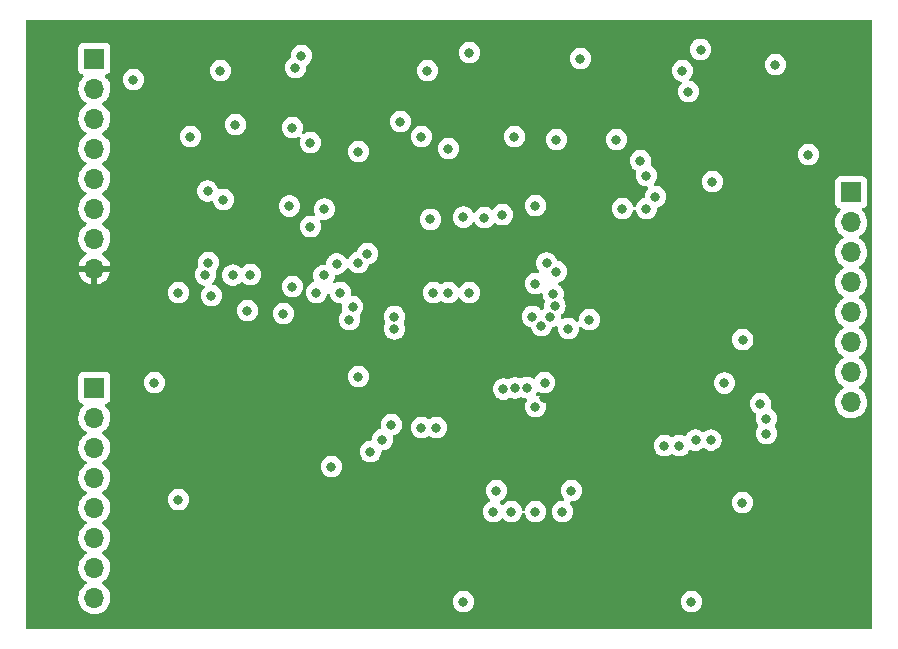
<source format=gbr>
%TF.GenerationSoftware,KiCad,Pcbnew,(6.0.0-0)*%
%TF.CreationDate,2022-02-14T21:23:04-05:00*%
%TF.ProjectId,new-interrupt-handler,6e65772d-696e-4746-9572-727570742d68,rev?*%
%TF.SameCoordinates,Original*%
%TF.FileFunction,Copper,L3,Inr*%
%TF.FilePolarity,Positive*%
%FSLAX46Y46*%
G04 Gerber Fmt 4.6, Leading zero omitted, Abs format (unit mm)*
G04 Created by KiCad (PCBNEW (6.0.0-0)) date 2022-02-14 21:23:04*
%MOMM*%
%LPD*%
G01*
G04 APERTURE LIST*
%TA.AperFunction,ComponentPad*%
%ADD10R,1.700000X1.700000*%
%TD*%
%TA.AperFunction,ComponentPad*%
%ADD11O,1.700000X1.700000*%
%TD*%
%TA.AperFunction,ViaPad*%
%ADD12C,0.800000*%
%TD*%
G04 APERTURE END LIST*
D10*
%TO.N,~{IRQ7}*%
%TO.C,J3*%
X152714000Y-91325000D03*
D11*
%TO.N,~{IRQ6}*%
X152714000Y-93865000D03*
%TO.N,~{IRQ5}*%
X152714000Y-96405000D03*
%TO.N,~{IRQ4}*%
X152714000Y-98945000D03*
%TO.N,~{IRQ3}*%
X152714000Y-101485000D03*
%TO.N,~{IRQ2}*%
X152714000Y-104025000D03*
%TO.N,~{IRQ1}*%
X152714000Y-106565000D03*
%TO.N,~{IRQ0}*%
X152714000Y-109105000D03*
%TD*%
D10*
%TO.N,~{IREQ}*%
%TO.C,J1*%
X88636000Y-80010000D03*
D11*
%TO.N,~{WRITE}*%
X88636000Y-82550000D03*
%TO.N,~{READ}*%
X88636000Y-85090000D03*
%TO.N,REG_SEL*%
X88636000Y-87630000D03*
%TO.N,~{EN}*%
X88636000Y-90170000D03*
%TO.N,CLOCK*%
X88636000Y-92710000D03*
%TO.N,GND*%
X88636000Y-95250000D03*
%TO.N,VCC*%
X88636000Y-97790000D03*
%TD*%
D10*
%TO.N,BUS7*%
%TO.C,J2*%
X88636000Y-107885000D03*
D11*
%TO.N,BUS6*%
X88636000Y-110425000D03*
%TO.N,BUS5*%
X88636000Y-112965000D03*
%TO.N,BUS4*%
X88636000Y-115505000D03*
%TO.N,BUS3*%
X88636000Y-118045000D03*
%TO.N,BUS2*%
X88636000Y-120585000D03*
%TO.N,BUS1*%
X88636000Y-123125000D03*
%TO.N,BUS0*%
X88636000Y-125665000D03*
%TD*%
D12*
%TO.N,~{READ}*%
X91948000Y-81788000D03*
%TO.N,CLOCK*%
X141986000Y-107483033D03*
%TO.N,GND*%
X143528020Y-103802955D03*
X125730000Y-101854000D03*
X116840000Y-81026000D03*
X99314000Y-81026000D03*
X108712000Y-114554000D03*
X119888000Y-125984000D03*
X93726000Y-107442000D03*
X110998000Y-87884000D03*
X143510000Y-117602000D03*
X127762000Y-86868000D03*
X126750299Y-107446299D03*
X122682000Y-116586000D03*
X130556000Y-102108000D03*
X95758000Y-117348000D03*
X118618000Y-87630000D03*
X110236000Y-102108000D03*
X129032000Y-116586000D03*
X120396000Y-99822000D03*
X120396000Y-79502000D03*
X101597851Y-101348149D03*
X139192000Y-125984000D03*
X149098000Y-88138000D03*
X106934000Y-87122000D03*
X116332000Y-86614000D03*
X132842000Y-86868000D03*
%TO.N,VCC*%
X97282000Y-93980000D03*
X104140000Y-94996000D03*
X120396000Y-81280000D03*
X126746000Y-108712000D03*
X115570000Y-112738500D03*
X97282000Y-107696000D03*
X130302000Y-94742000D03*
X114558299Y-94483701D03*
X94488000Y-90170000D03*
X96520000Y-82804000D03*
X112268000Y-81788000D03*
%TO.N,/~{EN_IRQ0}*%
X123190000Y-93218000D03*
X98217577Y-91227068D03*
%TO.N,/~{EN_IRQ1}*%
X121666000Y-93472000D03*
X99568000Y-91948000D03*
%TO.N,/~{EN_IRQ2}*%
X119888000Y-93434500D03*
X108114358Y-92756660D03*
%TO.N,/~{EN_IRQ3}*%
X105156000Y-92493500D03*
X117094000Y-93630011D03*
%TO.N,/IRQMASK3*%
X98044000Y-98298000D03*
X100367524Y-98344123D03*
%TO.N,BUS2*%
X113030000Y-112268000D03*
X125259500Y-107869667D03*
%TO.N,BUS1*%
X124260145Y-107886800D03*
X113792000Y-110998000D03*
%TO.N,BUS0*%
X123265720Y-107987413D03*
X117602000Y-111252000D03*
%TO.N,BUS3*%
X125984000Y-109474000D03*
X112014000Y-113284000D03*
%TO.N,~{IRQ7}*%
X106934002Y-94234000D03*
X126930364Y-97319500D03*
%TO.N,~{IRQ6}*%
X109157245Y-97404046D03*
X127762000Y-98044000D03*
%TO.N,~{IRQ5}*%
X125984000Y-99060000D03*
X107442001Y-99822001D03*
%TO.N,~{IRQ4}*%
X104648000Y-101600000D03*
X127490766Y-99934758D03*
%TO.N,~{IRQ3}*%
X98298000Y-97282000D03*
X127623694Y-100925382D03*
%TO.N,~{IRQ2}*%
X101854000Y-98298000D03*
X127254000Y-101854000D03*
%TO.N,~{IRQ1}*%
X126492000Y-102616000D03*
X98552000Y-100076000D03*
%TO.N,~{IRQ0}*%
X95758000Y-99822000D03*
X128778000Y-102870000D03*
%TO.N,/IRQMASK6*%
X110500588Y-101017000D03*
X108077000Y-98372999D03*
%TO.N,/~{EN_IRQ4}*%
X114046000Y-101854000D03*
X105410000Y-99314000D03*
%TO.N,/~{EN_IRQ5}*%
X109474000Y-99822000D03*
X114046000Y-102887457D03*
%TO.N,/~{EN_IRQ6}*%
X110998000Y-97282000D03*
X117348000Y-99822000D03*
%TO.N,/~{EN_IRQ7}*%
X111760000Y-96520000D03*
X118618000Y-99822000D03*
%TO.N,/AI2*%
X134874000Y-88646000D03*
X145542000Y-111760000D03*
%TO.N,/AI1*%
X145542000Y-110490000D03*
X135382000Y-89916000D03*
%TO.N,/P3*%
X138938000Y-82804000D03*
X124206000Y-86614000D03*
%TO.N,/P2*%
X129794000Y-80010000D03*
X138430000Y-81026000D03*
%TO.N,/P0*%
X133350000Y-92710000D03*
X146304000Y-80518000D03*
X135382000Y-92710000D03*
X139958299Y-79243701D03*
%TO.N,/IP7*%
X140839072Y-112305500D03*
X122428000Y-118364000D03*
%TO.N,/IP6*%
X139552625Y-112305500D03*
X123946637Y-118369363D03*
%TO.N,/IP5*%
X138176000Y-112776000D03*
X125984000Y-118364000D03*
%TO.N,/IP4*%
X136906000Y-112776000D03*
X128270000Y-118364000D03*
%TO.N,/AI0*%
X136144000Y-91694000D03*
X125984000Y-92456000D03*
X145034000Y-109220000D03*
%TO.N,REG_SEL*%
X105664000Y-80772000D03*
%TO.N,~{EN}*%
X100584000Y-85598000D03*
X96774000Y-86614000D03*
%TO.N,~{READ_PORT_ADDR}*%
X116332000Y-111252000D03*
X110998000Y-106934000D03*
%TO.N,Net-(U1-Pad3)*%
X114554000Y-85344000D03*
X105410000Y-85852000D03*
%TO.N,~{WRITE_PRIORITY}*%
X140970000Y-90424000D03*
X106172000Y-79756000D03*
%TD*%
%TA.AperFunction,Conductor*%
%TO.N,VCC*%
G36*
X154458121Y-76734002D02*
G01*
X154504614Y-76787658D01*
X154516000Y-76840000D01*
X154516000Y-128164000D01*
X154495998Y-128232121D01*
X154442342Y-128278614D01*
X154390000Y-128290000D01*
X82986000Y-128290000D01*
X82917879Y-128269998D01*
X82871386Y-128216342D01*
X82860000Y-128164000D01*
X82860000Y-125631695D01*
X87273251Y-125631695D01*
X87273548Y-125636848D01*
X87273548Y-125636851D01*
X87279011Y-125731590D01*
X87286110Y-125854715D01*
X87287247Y-125859761D01*
X87287248Y-125859767D01*
X87307119Y-125947939D01*
X87335222Y-126072639D01*
X87419266Y-126279616D01*
X87535987Y-126470088D01*
X87682250Y-126638938D01*
X87854126Y-126781632D01*
X88047000Y-126894338D01*
X88255692Y-126974030D01*
X88260760Y-126975061D01*
X88260763Y-126975062D01*
X88368017Y-126996883D01*
X88474597Y-127018567D01*
X88479772Y-127018757D01*
X88479774Y-127018757D01*
X88692673Y-127026564D01*
X88692677Y-127026564D01*
X88697837Y-127026753D01*
X88702957Y-127026097D01*
X88702959Y-127026097D01*
X88914288Y-126999025D01*
X88914289Y-126999025D01*
X88919416Y-126998368D01*
X88924366Y-126996883D01*
X89128429Y-126935661D01*
X89128434Y-126935659D01*
X89133384Y-126934174D01*
X89333994Y-126835896D01*
X89515860Y-126706173D01*
X89674096Y-126548489D01*
X89733594Y-126465689D01*
X89801435Y-126371277D01*
X89804453Y-126367077D01*
X89903430Y-126166811D01*
X89956978Y-125990565D01*
X89958973Y-125984000D01*
X118974496Y-125984000D01*
X118994458Y-126173928D01*
X119053473Y-126355556D01*
X119056776Y-126361278D01*
X119056777Y-126361279D01*
X119090686Y-126420010D01*
X119148960Y-126520944D01*
X119153378Y-126525851D01*
X119153379Y-126525852D01*
X119177046Y-126552137D01*
X119276747Y-126662866D01*
X119431248Y-126775118D01*
X119437276Y-126777802D01*
X119437278Y-126777803D01*
X119599681Y-126850109D01*
X119605712Y-126852794D01*
X119699112Y-126872647D01*
X119786056Y-126891128D01*
X119786061Y-126891128D01*
X119792513Y-126892500D01*
X119983487Y-126892500D01*
X119989939Y-126891128D01*
X119989944Y-126891128D01*
X120076888Y-126872647D01*
X120170288Y-126852794D01*
X120176319Y-126850109D01*
X120338722Y-126777803D01*
X120338724Y-126777802D01*
X120344752Y-126775118D01*
X120499253Y-126662866D01*
X120598954Y-126552137D01*
X120622621Y-126525852D01*
X120622622Y-126525851D01*
X120627040Y-126520944D01*
X120685314Y-126420010D01*
X120719223Y-126361279D01*
X120719224Y-126361278D01*
X120722527Y-126355556D01*
X120781542Y-126173928D01*
X120801504Y-125984000D01*
X138278496Y-125984000D01*
X138298458Y-126173928D01*
X138357473Y-126355556D01*
X138360776Y-126361278D01*
X138360777Y-126361279D01*
X138394686Y-126420010D01*
X138452960Y-126520944D01*
X138457378Y-126525851D01*
X138457379Y-126525852D01*
X138481046Y-126552137D01*
X138580747Y-126662866D01*
X138735248Y-126775118D01*
X138741276Y-126777802D01*
X138741278Y-126777803D01*
X138903681Y-126850109D01*
X138909712Y-126852794D01*
X139003112Y-126872647D01*
X139090056Y-126891128D01*
X139090061Y-126891128D01*
X139096513Y-126892500D01*
X139287487Y-126892500D01*
X139293939Y-126891128D01*
X139293944Y-126891128D01*
X139380888Y-126872647D01*
X139474288Y-126852794D01*
X139480319Y-126850109D01*
X139642722Y-126777803D01*
X139642724Y-126777802D01*
X139648752Y-126775118D01*
X139803253Y-126662866D01*
X139902954Y-126552137D01*
X139926621Y-126525852D01*
X139926622Y-126525851D01*
X139931040Y-126520944D01*
X139989314Y-126420010D01*
X140023223Y-126361279D01*
X140023224Y-126361278D01*
X140026527Y-126355556D01*
X140085542Y-126173928D01*
X140105504Y-125984000D01*
X140085542Y-125794072D01*
X140026527Y-125612444D01*
X139931040Y-125447056D01*
X139922294Y-125437342D01*
X139807675Y-125310045D01*
X139807674Y-125310044D01*
X139803253Y-125305134D01*
X139687390Y-125220954D01*
X139654094Y-125196763D01*
X139654093Y-125196762D01*
X139648752Y-125192882D01*
X139642724Y-125190198D01*
X139642722Y-125190197D01*
X139480319Y-125117891D01*
X139480318Y-125117891D01*
X139474288Y-125115206D01*
X139380887Y-125095353D01*
X139293944Y-125076872D01*
X139293939Y-125076872D01*
X139287487Y-125075500D01*
X139096513Y-125075500D01*
X139090061Y-125076872D01*
X139090056Y-125076872D01*
X139003113Y-125095353D01*
X138909712Y-125115206D01*
X138903682Y-125117891D01*
X138903681Y-125117891D01*
X138741278Y-125190197D01*
X138741276Y-125190198D01*
X138735248Y-125192882D01*
X138729907Y-125196762D01*
X138729906Y-125196763D01*
X138696610Y-125220954D01*
X138580747Y-125305134D01*
X138576326Y-125310044D01*
X138576325Y-125310045D01*
X138461707Y-125437342D01*
X138452960Y-125447056D01*
X138357473Y-125612444D01*
X138298458Y-125794072D01*
X138278496Y-125984000D01*
X120801504Y-125984000D01*
X120781542Y-125794072D01*
X120722527Y-125612444D01*
X120627040Y-125447056D01*
X120618294Y-125437342D01*
X120503675Y-125310045D01*
X120503674Y-125310044D01*
X120499253Y-125305134D01*
X120383390Y-125220954D01*
X120350094Y-125196763D01*
X120350093Y-125196762D01*
X120344752Y-125192882D01*
X120338724Y-125190198D01*
X120338722Y-125190197D01*
X120176319Y-125117891D01*
X120176318Y-125117891D01*
X120170288Y-125115206D01*
X120076887Y-125095353D01*
X119989944Y-125076872D01*
X119989939Y-125076872D01*
X119983487Y-125075500D01*
X119792513Y-125075500D01*
X119786061Y-125076872D01*
X119786056Y-125076872D01*
X119699113Y-125095353D01*
X119605712Y-125115206D01*
X119599682Y-125117891D01*
X119599681Y-125117891D01*
X119437278Y-125190197D01*
X119437276Y-125190198D01*
X119431248Y-125192882D01*
X119425907Y-125196762D01*
X119425906Y-125196763D01*
X119392610Y-125220954D01*
X119276747Y-125305134D01*
X119272326Y-125310044D01*
X119272325Y-125310045D01*
X119157707Y-125437342D01*
X119148960Y-125447056D01*
X119053473Y-125612444D01*
X118994458Y-125794072D01*
X118974496Y-125984000D01*
X89958973Y-125984000D01*
X89966865Y-125958023D01*
X89966865Y-125958021D01*
X89968370Y-125953069D01*
X89997529Y-125731590D01*
X89999156Y-125665000D01*
X89980852Y-125442361D01*
X89926431Y-125225702D01*
X89837354Y-125020840D01*
X89716014Y-124833277D01*
X89565670Y-124668051D01*
X89561619Y-124664852D01*
X89561615Y-124664848D01*
X89394414Y-124532800D01*
X89394410Y-124532798D01*
X89390359Y-124529598D01*
X89349053Y-124506796D01*
X89299084Y-124456364D01*
X89284312Y-124386921D01*
X89309428Y-124320516D01*
X89336780Y-124293909D01*
X89380603Y-124262650D01*
X89515860Y-124166173D01*
X89674096Y-124008489D01*
X89733594Y-123925689D01*
X89801435Y-123831277D01*
X89804453Y-123827077D01*
X89903430Y-123626811D01*
X89968370Y-123413069D01*
X89997529Y-123191590D01*
X89999156Y-123125000D01*
X89980852Y-122902361D01*
X89926431Y-122685702D01*
X89837354Y-122480840D01*
X89716014Y-122293277D01*
X89565670Y-122128051D01*
X89561619Y-122124852D01*
X89561615Y-122124848D01*
X89394414Y-121992800D01*
X89394410Y-121992798D01*
X89390359Y-121989598D01*
X89349053Y-121966796D01*
X89299084Y-121916364D01*
X89284312Y-121846921D01*
X89309428Y-121780516D01*
X89336780Y-121753909D01*
X89380603Y-121722650D01*
X89515860Y-121626173D01*
X89674096Y-121468489D01*
X89733594Y-121385689D01*
X89801435Y-121291277D01*
X89804453Y-121287077D01*
X89903430Y-121086811D01*
X89968370Y-120873069D01*
X89997529Y-120651590D01*
X89999156Y-120585000D01*
X89980852Y-120362361D01*
X89926431Y-120145702D01*
X89837354Y-119940840D01*
X89716014Y-119753277D01*
X89565670Y-119588051D01*
X89561619Y-119584852D01*
X89561615Y-119584848D01*
X89394414Y-119452800D01*
X89394410Y-119452798D01*
X89390359Y-119449598D01*
X89349053Y-119426796D01*
X89299084Y-119376364D01*
X89284312Y-119306921D01*
X89309428Y-119240516D01*
X89336780Y-119213909D01*
X89380603Y-119182650D01*
X89515860Y-119086173D01*
X89674096Y-118928489D01*
X89733594Y-118845689D01*
X89801435Y-118751277D01*
X89804453Y-118747077D01*
X89807497Y-118740919D01*
X89901136Y-118551453D01*
X89901137Y-118551451D01*
X89903430Y-118546811D01*
X89957343Y-118369363D01*
X89958972Y-118364000D01*
X121514496Y-118364000D01*
X121515186Y-118370565D01*
X121529894Y-118510500D01*
X121534458Y-118553928D01*
X121593473Y-118735556D01*
X121596776Y-118741278D01*
X121596777Y-118741279D01*
X121630686Y-118800010D01*
X121688960Y-118900944D01*
X121693378Y-118905851D01*
X121693379Y-118905852D01*
X121791684Y-119015031D01*
X121816747Y-119042866D01*
X121971248Y-119155118D01*
X121977276Y-119157802D01*
X121977278Y-119157803D01*
X122082108Y-119204476D01*
X122145712Y-119232794D01*
X122239112Y-119252647D01*
X122326056Y-119271128D01*
X122326061Y-119271128D01*
X122332513Y-119272500D01*
X122523487Y-119272500D01*
X122529939Y-119271128D01*
X122529944Y-119271128D01*
X122616888Y-119252647D01*
X122710288Y-119232794D01*
X122773892Y-119204476D01*
X122878722Y-119157803D01*
X122878724Y-119157802D01*
X122884752Y-119155118D01*
X123039253Y-119042866D01*
X123091270Y-118985095D01*
X123151713Y-118947857D01*
X123222697Y-118949208D01*
X123278539Y-118985097D01*
X123335384Y-119048229D01*
X123489885Y-119160481D01*
X123495913Y-119163165D01*
X123495915Y-119163166D01*
X123652303Y-119232794D01*
X123664349Y-119238157D01*
X123748830Y-119256114D01*
X123844693Y-119276491D01*
X123844698Y-119276491D01*
X123851150Y-119277863D01*
X124042124Y-119277863D01*
X124048576Y-119276491D01*
X124048581Y-119276491D01*
X124144444Y-119256114D01*
X124228925Y-119238157D01*
X124240971Y-119232794D01*
X124397359Y-119163166D01*
X124397361Y-119163165D01*
X124403389Y-119160481D01*
X124557890Y-119048229D01*
X124685677Y-118906307D01*
X124781164Y-118740919D01*
X124840179Y-118559291D01*
X124840869Y-118552727D01*
X124842243Y-118546263D01*
X124844568Y-118546757D01*
X124867446Y-118491132D01*
X124925662Y-118450494D01*
X124996607Y-118447782D01*
X125057756Y-118483856D01*
X125088999Y-118543746D01*
X125089768Y-118547363D01*
X125090458Y-118553928D01*
X125149473Y-118735556D01*
X125152776Y-118741278D01*
X125152777Y-118741279D01*
X125186686Y-118800010D01*
X125244960Y-118900944D01*
X125249378Y-118905851D01*
X125249379Y-118905852D01*
X125347684Y-119015031D01*
X125372747Y-119042866D01*
X125527248Y-119155118D01*
X125533276Y-119157802D01*
X125533278Y-119157803D01*
X125638108Y-119204476D01*
X125701712Y-119232794D01*
X125795112Y-119252647D01*
X125882056Y-119271128D01*
X125882061Y-119271128D01*
X125888513Y-119272500D01*
X126079487Y-119272500D01*
X126085939Y-119271128D01*
X126085944Y-119271128D01*
X126172888Y-119252647D01*
X126266288Y-119232794D01*
X126329892Y-119204476D01*
X126434722Y-119157803D01*
X126434724Y-119157802D01*
X126440752Y-119155118D01*
X126595253Y-119042866D01*
X126620316Y-119015031D01*
X126718621Y-118905852D01*
X126718622Y-118905851D01*
X126723040Y-118900944D01*
X126781314Y-118800010D01*
X126815223Y-118741279D01*
X126815224Y-118741278D01*
X126818527Y-118735556D01*
X126877542Y-118553928D01*
X126882107Y-118510500D01*
X126896814Y-118370565D01*
X126897504Y-118364000D01*
X127356496Y-118364000D01*
X127357186Y-118370565D01*
X127371894Y-118510500D01*
X127376458Y-118553928D01*
X127435473Y-118735556D01*
X127438776Y-118741278D01*
X127438777Y-118741279D01*
X127472686Y-118800010D01*
X127530960Y-118900944D01*
X127535378Y-118905851D01*
X127535379Y-118905852D01*
X127633684Y-119015031D01*
X127658747Y-119042866D01*
X127813248Y-119155118D01*
X127819276Y-119157802D01*
X127819278Y-119157803D01*
X127924108Y-119204476D01*
X127987712Y-119232794D01*
X128081112Y-119252647D01*
X128168056Y-119271128D01*
X128168061Y-119271128D01*
X128174513Y-119272500D01*
X128365487Y-119272500D01*
X128371939Y-119271128D01*
X128371944Y-119271128D01*
X128458888Y-119252647D01*
X128552288Y-119232794D01*
X128615892Y-119204476D01*
X128720722Y-119157803D01*
X128720724Y-119157802D01*
X128726752Y-119155118D01*
X128881253Y-119042866D01*
X128906316Y-119015031D01*
X129004621Y-118905852D01*
X129004622Y-118905851D01*
X129009040Y-118900944D01*
X129067314Y-118800010D01*
X129101223Y-118741279D01*
X129101224Y-118741278D01*
X129104527Y-118735556D01*
X129163542Y-118553928D01*
X129168107Y-118510500D01*
X129182814Y-118370565D01*
X129183504Y-118364000D01*
X129175262Y-118285581D01*
X129164232Y-118180635D01*
X129164232Y-118180633D01*
X129163542Y-118174072D01*
X129104527Y-117992444D01*
X129009040Y-117827056D01*
X128898968Y-117704808D01*
X128868252Y-117640803D01*
X128873079Y-117602000D01*
X142596496Y-117602000D01*
X142597186Y-117608565D01*
X142615687Y-117784588D01*
X142616458Y-117791928D01*
X142675473Y-117973556D01*
X142770960Y-118138944D01*
X142775378Y-118143851D01*
X142775379Y-118143852D01*
X142801764Y-118173155D01*
X142898747Y-118280866D01*
X142905237Y-118285581D01*
X143022207Y-118370565D01*
X143053248Y-118393118D01*
X143059276Y-118395802D01*
X143059278Y-118395803D01*
X143221681Y-118468109D01*
X143227712Y-118470794D01*
X143289164Y-118483856D01*
X143408056Y-118509128D01*
X143408061Y-118509128D01*
X143414513Y-118510500D01*
X143605487Y-118510500D01*
X143611939Y-118509128D01*
X143611944Y-118509128D01*
X143730836Y-118483856D01*
X143792288Y-118470794D01*
X143798319Y-118468109D01*
X143960722Y-118395803D01*
X143960724Y-118395802D01*
X143966752Y-118393118D01*
X143997794Y-118370565D01*
X144114763Y-118285581D01*
X144121253Y-118280866D01*
X144218236Y-118173155D01*
X144244621Y-118143852D01*
X144244622Y-118143851D01*
X144249040Y-118138944D01*
X144344527Y-117973556D01*
X144403542Y-117791928D01*
X144404314Y-117784588D01*
X144422814Y-117608565D01*
X144423504Y-117602000D01*
X144412280Y-117495206D01*
X144404232Y-117418635D01*
X144404232Y-117418633D01*
X144403542Y-117412072D01*
X144344527Y-117230444D01*
X144249040Y-117065056D01*
X144210750Y-117022530D01*
X144125675Y-116928045D01*
X144125674Y-116928044D01*
X144121253Y-116923134D01*
X143966752Y-116810882D01*
X143960724Y-116808198D01*
X143960722Y-116808197D01*
X143798319Y-116735891D01*
X143798318Y-116735891D01*
X143792288Y-116733206D01*
X143698887Y-116713353D01*
X143611944Y-116694872D01*
X143611939Y-116694872D01*
X143605487Y-116693500D01*
X143414513Y-116693500D01*
X143408061Y-116694872D01*
X143408056Y-116694872D01*
X143321113Y-116713353D01*
X143227712Y-116733206D01*
X143221682Y-116735891D01*
X143221681Y-116735891D01*
X143059278Y-116808197D01*
X143059276Y-116808198D01*
X143053248Y-116810882D01*
X142898747Y-116923134D01*
X142894326Y-116928044D01*
X142894325Y-116928045D01*
X142809251Y-117022530D01*
X142770960Y-117065056D01*
X142675473Y-117230444D01*
X142616458Y-117412072D01*
X142615768Y-117418633D01*
X142615768Y-117418635D01*
X142607720Y-117495206D01*
X142596496Y-117602000D01*
X128873079Y-117602000D01*
X128877016Y-117570349D01*
X128922478Y-117515818D01*
X128992605Y-117494500D01*
X129127487Y-117494500D01*
X129133939Y-117493128D01*
X129133944Y-117493128D01*
X129220887Y-117474647D01*
X129314288Y-117454794D01*
X129360584Y-117434182D01*
X129482722Y-117379803D01*
X129482724Y-117379802D01*
X129488752Y-117377118D01*
X129519794Y-117354565D01*
X129582237Y-117309197D01*
X129643253Y-117264866D01*
X129689704Y-117213277D01*
X129766621Y-117127852D01*
X129766625Y-117127847D01*
X129771040Y-117122944D01*
X129866527Y-116957556D01*
X129925542Y-116775928D01*
X129930177Y-116731834D01*
X129944814Y-116592565D01*
X129945504Y-116586000D01*
X129934280Y-116479206D01*
X129926232Y-116402635D01*
X129926232Y-116402633D01*
X129925542Y-116396072D01*
X129866527Y-116214444D01*
X129771040Y-116049056D01*
X129733003Y-116006811D01*
X129647675Y-115912045D01*
X129647674Y-115912044D01*
X129643253Y-115907134D01*
X129488752Y-115794882D01*
X129482724Y-115792198D01*
X129482722Y-115792197D01*
X129320319Y-115719891D01*
X129320318Y-115719891D01*
X129314288Y-115717206D01*
X129208477Y-115694715D01*
X129133944Y-115678872D01*
X129133939Y-115678872D01*
X129127487Y-115677500D01*
X128936513Y-115677500D01*
X128930061Y-115678872D01*
X128930056Y-115678872D01*
X128855523Y-115694715D01*
X128749712Y-115717206D01*
X128743682Y-115719891D01*
X128743681Y-115719891D01*
X128581278Y-115792197D01*
X128581276Y-115792198D01*
X128575248Y-115794882D01*
X128420747Y-115907134D01*
X128416326Y-115912044D01*
X128416325Y-115912045D01*
X128330998Y-116006811D01*
X128292960Y-116049056D01*
X128197473Y-116214444D01*
X128138458Y-116396072D01*
X128137768Y-116402633D01*
X128137768Y-116402635D01*
X128129720Y-116479206D01*
X128118496Y-116586000D01*
X128119186Y-116592565D01*
X128133824Y-116731834D01*
X128138458Y-116775928D01*
X128197473Y-116957556D01*
X128292960Y-117122944D01*
X128403032Y-117245192D01*
X128433748Y-117309197D01*
X128424984Y-117379651D01*
X128379522Y-117434182D01*
X128309395Y-117455500D01*
X128174513Y-117455500D01*
X128168061Y-117456872D01*
X128168056Y-117456872D01*
X128081113Y-117475353D01*
X127987712Y-117495206D01*
X127981682Y-117497891D01*
X127981681Y-117497891D01*
X127819278Y-117570197D01*
X127819276Y-117570198D01*
X127813248Y-117572882D01*
X127807907Y-117576762D01*
X127807906Y-117576763D01*
X127774610Y-117600954D01*
X127658747Y-117685134D01*
X127654326Y-117690044D01*
X127654325Y-117690045D01*
X127539707Y-117817342D01*
X127530960Y-117827056D01*
X127435473Y-117992444D01*
X127376458Y-118174072D01*
X127375768Y-118180633D01*
X127375768Y-118180635D01*
X127364738Y-118285581D01*
X127356496Y-118364000D01*
X126897504Y-118364000D01*
X126889262Y-118285581D01*
X126878232Y-118180635D01*
X126878232Y-118180633D01*
X126877542Y-118174072D01*
X126818527Y-117992444D01*
X126723040Y-117827056D01*
X126714294Y-117817342D01*
X126599675Y-117690045D01*
X126599674Y-117690044D01*
X126595253Y-117685134D01*
X126479390Y-117600954D01*
X126446094Y-117576763D01*
X126446093Y-117576762D01*
X126440752Y-117572882D01*
X126434724Y-117570198D01*
X126434722Y-117570197D01*
X126272319Y-117497891D01*
X126272318Y-117497891D01*
X126266288Y-117495206D01*
X126172887Y-117475353D01*
X126085944Y-117456872D01*
X126085939Y-117456872D01*
X126079487Y-117455500D01*
X125888513Y-117455500D01*
X125882061Y-117456872D01*
X125882056Y-117456872D01*
X125795113Y-117475353D01*
X125701712Y-117495206D01*
X125695682Y-117497891D01*
X125695681Y-117497891D01*
X125533278Y-117570197D01*
X125533276Y-117570198D01*
X125527248Y-117572882D01*
X125521907Y-117576762D01*
X125521906Y-117576763D01*
X125488610Y-117600954D01*
X125372747Y-117685134D01*
X125368326Y-117690044D01*
X125368325Y-117690045D01*
X125253707Y-117817342D01*
X125244960Y-117827056D01*
X125149473Y-117992444D01*
X125090458Y-118174072D01*
X125089768Y-118180635D01*
X125088394Y-118187100D01*
X125086069Y-118186606D01*
X125063191Y-118242231D01*
X125004975Y-118282869D01*
X124934030Y-118285581D01*
X124872881Y-118249507D01*
X124841638Y-118189617D01*
X124840869Y-118186000D01*
X124840179Y-118179435D01*
X124781164Y-117997807D01*
X124774764Y-117986721D01*
X124688978Y-117838137D01*
X124685677Y-117832419D01*
X124676434Y-117822153D01*
X124562312Y-117695408D01*
X124562311Y-117695407D01*
X124557890Y-117690497D01*
X124403389Y-117578245D01*
X124397361Y-117575561D01*
X124397359Y-117575560D01*
X124234956Y-117503254D01*
X124234955Y-117503254D01*
X124228925Y-117500569D01*
X124135524Y-117480716D01*
X124048581Y-117462235D01*
X124048576Y-117462235D01*
X124042124Y-117460863D01*
X123851150Y-117460863D01*
X123844698Y-117462235D01*
X123844693Y-117462235D01*
X123757750Y-117480716D01*
X123664349Y-117500569D01*
X123658319Y-117503254D01*
X123658318Y-117503254D01*
X123495915Y-117575560D01*
X123495913Y-117575561D01*
X123489885Y-117578245D01*
X123335384Y-117690497D01*
X123283367Y-117748268D01*
X123222924Y-117785506D01*
X123151940Y-117784155D01*
X123096097Y-117748266D01*
X123043675Y-117690045D01*
X123043674Y-117690044D01*
X123039253Y-117685134D01*
X122990752Y-117649896D01*
X122947400Y-117593674D01*
X122941325Y-117522938D01*
X122974457Y-117460146D01*
X123013566Y-117432854D01*
X123132722Y-117379803D01*
X123132724Y-117379802D01*
X123138752Y-117377118D01*
X123169794Y-117354565D01*
X123232237Y-117309197D01*
X123293253Y-117264866D01*
X123339704Y-117213277D01*
X123416621Y-117127852D01*
X123416625Y-117127847D01*
X123421040Y-117122944D01*
X123516527Y-116957556D01*
X123575542Y-116775928D01*
X123580177Y-116731834D01*
X123594814Y-116592565D01*
X123595504Y-116586000D01*
X123584280Y-116479206D01*
X123576232Y-116402635D01*
X123576232Y-116402633D01*
X123575542Y-116396072D01*
X123516527Y-116214444D01*
X123421040Y-116049056D01*
X123383003Y-116006811D01*
X123297675Y-115912045D01*
X123297674Y-115912044D01*
X123293253Y-115907134D01*
X123138752Y-115794882D01*
X123132724Y-115792198D01*
X123132722Y-115792197D01*
X122970319Y-115719891D01*
X122970318Y-115719891D01*
X122964288Y-115717206D01*
X122858477Y-115694715D01*
X122783944Y-115678872D01*
X122783939Y-115678872D01*
X122777487Y-115677500D01*
X122586513Y-115677500D01*
X122580061Y-115678872D01*
X122580056Y-115678872D01*
X122505523Y-115694715D01*
X122399712Y-115717206D01*
X122393682Y-115719891D01*
X122393681Y-115719891D01*
X122231278Y-115792197D01*
X122231276Y-115792198D01*
X122225248Y-115794882D01*
X122070747Y-115907134D01*
X122066326Y-115912044D01*
X122066325Y-115912045D01*
X121980998Y-116006811D01*
X121942960Y-116049056D01*
X121847473Y-116214444D01*
X121788458Y-116396072D01*
X121787768Y-116402633D01*
X121787768Y-116402635D01*
X121779720Y-116479206D01*
X121768496Y-116586000D01*
X121769186Y-116592565D01*
X121783824Y-116731834D01*
X121788458Y-116775928D01*
X121847473Y-116957556D01*
X121942960Y-117122944D01*
X121947375Y-117127847D01*
X121947379Y-117127852D01*
X122024296Y-117213277D01*
X122070747Y-117264866D01*
X122119248Y-117300104D01*
X122162600Y-117356326D01*
X122168675Y-117427062D01*
X122135543Y-117489854D01*
X122096434Y-117517146D01*
X121977278Y-117570197D01*
X121977276Y-117570198D01*
X121971248Y-117572882D01*
X121965907Y-117576762D01*
X121965906Y-117576763D01*
X121932610Y-117600954D01*
X121816747Y-117685134D01*
X121812326Y-117690044D01*
X121812325Y-117690045D01*
X121697707Y-117817342D01*
X121688960Y-117827056D01*
X121593473Y-117992444D01*
X121534458Y-118174072D01*
X121533768Y-118180633D01*
X121533768Y-118180635D01*
X121522738Y-118285581D01*
X121514496Y-118364000D01*
X89958972Y-118364000D01*
X89966865Y-118338023D01*
X89966865Y-118338021D01*
X89968370Y-118333069D01*
X89997529Y-118111590D01*
X89999156Y-118045000D01*
X89980852Y-117822361D01*
X89926431Y-117605702D01*
X89837354Y-117400840D01*
X89803171Y-117348000D01*
X94844496Y-117348000D01*
X94845186Y-117354565D01*
X94862883Y-117522938D01*
X94864458Y-117537928D01*
X94923473Y-117719556D01*
X95018960Y-117884944D01*
X95023378Y-117889851D01*
X95023379Y-117889852D01*
X95110600Y-117986721D01*
X95146747Y-118026866D01*
X95301248Y-118139118D01*
X95307276Y-118141802D01*
X95307278Y-118141803D01*
X95414671Y-118189617D01*
X95475712Y-118216794D01*
X95560023Y-118234715D01*
X95656056Y-118255128D01*
X95656061Y-118255128D01*
X95662513Y-118256500D01*
X95853487Y-118256500D01*
X95859939Y-118255128D01*
X95859944Y-118255128D01*
X95955977Y-118234715D01*
X96040288Y-118216794D01*
X96101329Y-118189617D01*
X96208722Y-118141803D01*
X96208724Y-118141802D01*
X96214752Y-118139118D01*
X96369253Y-118026866D01*
X96405400Y-117986721D01*
X96492621Y-117889852D01*
X96492622Y-117889851D01*
X96497040Y-117884944D01*
X96592527Y-117719556D01*
X96651542Y-117537928D01*
X96653118Y-117522938D01*
X96670814Y-117354565D01*
X96671504Y-117348000D01*
X96666470Y-117300103D01*
X96652232Y-117164635D01*
X96652232Y-117164633D01*
X96651542Y-117158072D01*
X96592527Y-116976444D01*
X96497040Y-116811056D01*
X96471064Y-116782206D01*
X96373675Y-116674045D01*
X96373674Y-116674044D01*
X96369253Y-116669134D01*
X96254829Y-116586000D01*
X96220094Y-116560763D01*
X96220093Y-116560762D01*
X96214752Y-116556882D01*
X96208724Y-116554198D01*
X96208722Y-116554197D01*
X96046319Y-116481891D01*
X96046318Y-116481891D01*
X96040288Y-116479206D01*
X95946887Y-116459353D01*
X95859944Y-116440872D01*
X95859939Y-116440872D01*
X95853487Y-116439500D01*
X95662513Y-116439500D01*
X95656061Y-116440872D01*
X95656056Y-116440872D01*
X95569113Y-116459353D01*
X95475712Y-116479206D01*
X95469682Y-116481891D01*
X95469681Y-116481891D01*
X95307278Y-116554197D01*
X95307276Y-116554198D01*
X95301248Y-116556882D01*
X95295907Y-116560762D01*
X95295906Y-116560763D01*
X95261171Y-116586000D01*
X95146747Y-116669134D01*
X95142326Y-116674044D01*
X95142325Y-116674045D01*
X95044937Y-116782206D01*
X95018960Y-116811056D01*
X94923473Y-116976444D01*
X94864458Y-117158072D01*
X94863768Y-117164633D01*
X94863768Y-117164635D01*
X94849530Y-117300103D01*
X94844496Y-117348000D01*
X89803171Y-117348000D01*
X89797906Y-117339862D01*
X89718822Y-117217617D01*
X89718820Y-117217614D01*
X89716014Y-117213277D01*
X89565670Y-117048051D01*
X89561619Y-117044852D01*
X89561615Y-117044848D01*
X89394414Y-116912800D01*
X89394410Y-116912798D01*
X89390359Y-116909598D01*
X89349053Y-116886796D01*
X89299084Y-116836364D01*
X89284312Y-116766921D01*
X89309428Y-116700516D01*
X89336780Y-116673909D01*
X89380603Y-116642650D01*
X89515860Y-116546173D01*
X89674096Y-116388489D01*
X89733594Y-116305689D01*
X89801435Y-116211277D01*
X89804453Y-116207077D01*
X89879726Y-116054774D01*
X89901136Y-116011453D01*
X89901137Y-116011451D01*
X89903430Y-116006811D01*
X89968370Y-115793069D01*
X89997529Y-115571590D01*
X89999156Y-115505000D01*
X89980852Y-115282361D01*
X89926431Y-115065702D01*
X89837354Y-114860840D01*
X89761720Y-114743928D01*
X89718822Y-114677617D01*
X89718820Y-114677614D01*
X89716014Y-114673277D01*
X89607480Y-114554000D01*
X107798496Y-114554000D01*
X107799186Y-114560565D01*
X107811489Y-114677617D01*
X107818458Y-114743928D01*
X107877473Y-114925556D01*
X107972960Y-115090944D01*
X108100747Y-115232866D01*
X108255248Y-115345118D01*
X108261276Y-115347802D01*
X108261278Y-115347803D01*
X108423681Y-115420109D01*
X108429712Y-115422794D01*
X108523112Y-115442647D01*
X108610056Y-115461128D01*
X108610061Y-115461128D01*
X108616513Y-115462500D01*
X108807487Y-115462500D01*
X108813939Y-115461128D01*
X108813944Y-115461128D01*
X108900888Y-115442647D01*
X108994288Y-115422794D01*
X109000319Y-115420109D01*
X109162722Y-115347803D01*
X109162724Y-115347802D01*
X109168752Y-115345118D01*
X109323253Y-115232866D01*
X109451040Y-115090944D01*
X109546527Y-114925556D01*
X109605542Y-114743928D01*
X109612512Y-114677617D01*
X109624814Y-114560565D01*
X109625504Y-114554000D01*
X109617992Y-114482530D01*
X109606232Y-114370635D01*
X109606232Y-114370633D01*
X109605542Y-114364072D01*
X109546527Y-114182444D01*
X109542873Y-114176114D01*
X109454341Y-114022774D01*
X109451040Y-114017056D01*
X109405744Y-113966749D01*
X109327675Y-113880045D01*
X109327674Y-113880044D01*
X109323253Y-113875134D01*
X109168752Y-113762882D01*
X109162724Y-113760198D01*
X109162722Y-113760197D01*
X109000319Y-113687891D01*
X109000318Y-113687891D01*
X108994288Y-113685206D01*
X108881721Y-113661279D01*
X108813944Y-113646872D01*
X108813939Y-113646872D01*
X108807487Y-113645500D01*
X108616513Y-113645500D01*
X108610061Y-113646872D01*
X108610056Y-113646872D01*
X108542279Y-113661279D01*
X108429712Y-113685206D01*
X108423682Y-113687891D01*
X108423681Y-113687891D01*
X108261278Y-113760197D01*
X108261276Y-113760198D01*
X108255248Y-113762882D01*
X108100747Y-113875134D01*
X108096326Y-113880044D01*
X108096325Y-113880045D01*
X108018257Y-113966749D01*
X107972960Y-114017056D01*
X107969659Y-114022774D01*
X107881128Y-114176114D01*
X107877473Y-114182444D01*
X107818458Y-114364072D01*
X107817768Y-114370633D01*
X107817768Y-114370635D01*
X107806008Y-114482530D01*
X107798496Y-114554000D01*
X89607480Y-114554000D01*
X89565670Y-114508051D01*
X89561619Y-114504852D01*
X89561615Y-114504848D01*
X89394414Y-114372800D01*
X89394410Y-114372798D01*
X89390359Y-114369598D01*
X89349053Y-114346796D01*
X89299084Y-114296364D01*
X89284312Y-114226921D01*
X89309428Y-114160516D01*
X89336780Y-114133909D01*
X89380603Y-114102650D01*
X89515860Y-114006173D01*
X89674096Y-113848489D01*
X89733594Y-113765689D01*
X89801435Y-113671277D01*
X89804453Y-113667077D01*
X89903430Y-113466811D01*
X89957353Y-113289329D01*
X89958972Y-113284000D01*
X111100496Y-113284000D01*
X111101186Y-113290565D01*
X111118863Y-113458749D01*
X111120458Y-113473928D01*
X111179473Y-113655556D01*
X111182776Y-113661278D01*
X111182777Y-113661279D01*
X111195392Y-113683128D01*
X111274960Y-113820944D01*
X111279378Y-113825851D01*
X111279379Y-113825852D01*
X111323753Y-113875134D01*
X111402747Y-113962866D01*
X111557248Y-114075118D01*
X111563276Y-114077802D01*
X111563278Y-114077803D01*
X111668108Y-114124476D01*
X111731712Y-114152794D01*
X111825112Y-114172647D01*
X111912056Y-114191128D01*
X111912061Y-114191128D01*
X111918513Y-114192500D01*
X112109487Y-114192500D01*
X112115939Y-114191128D01*
X112115944Y-114191128D01*
X112202888Y-114172647D01*
X112296288Y-114152794D01*
X112359892Y-114124476D01*
X112464722Y-114077803D01*
X112464724Y-114077802D01*
X112470752Y-114075118D01*
X112625253Y-113962866D01*
X112704247Y-113875134D01*
X112748621Y-113825852D01*
X112748622Y-113825851D01*
X112753040Y-113820944D01*
X112832608Y-113683128D01*
X112845223Y-113661279D01*
X112845224Y-113661278D01*
X112848527Y-113655556D01*
X112907542Y-113473928D01*
X112909138Y-113458749D01*
X112926944Y-113289329D01*
X112953957Y-113223673D01*
X113012179Y-113183043D01*
X113052254Y-113176500D01*
X113125487Y-113176500D01*
X113131939Y-113175128D01*
X113131944Y-113175128D01*
X113227977Y-113154715D01*
X113312288Y-113136794D01*
X113336388Y-113126064D01*
X113480722Y-113061803D01*
X113480724Y-113061802D01*
X113486752Y-113059118D01*
X113641253Y-112946866D01*
X113735275Y-112842444D01*
X113764621Y-112809852D01*
X113764622Y-112809851D01*
X113769040Y-112804944D01*
X113785751Y-112776000D01*
X135992496Y-112776000D01*
X135993186Y-112782565D01*
X136010863Y-112950749D01*
X136012458Y-112965928D01*
X136071473Y-113147556D01*
X136166960Y-113312944D01*
X136171378Y-113317851D01*
X136171379Y-113317852D01*
X136225019Y-113377425D01*
X136294747Y-113454866D01*
X136449248Y-113567118D01*
X136455276Y-113569802D01*
X136455278Y-113569803D01*
X136617681Y-113642109D01*
X136623712Y-113644794D01*
X136706720Y-113662438D01*
X136804056Y-113683128D01*
X136804061Y-113683128D01*
X136810513Y-113684500D01*
X137001487Y-113684500D01*
X137007939Y-113683128D01*
X137007944Y-113683128D01*
X137105280Y-113662438D01*
X137188288Y-113644794D01*
X137194319Y-113642109D01*
X137356722Y-113569803D01*
X137356724Y-113569802D01*
X137362752Y-113567118D01*
X137466940Y-113491421D01*
X137533806Y-113467563D01*
X137602958Y-113483643D01*
X137615056Y-113491418D01*
X137719248Y-113567118D01*
X137725276Y-113569802D01*
X137725278Y-113569803D01*
X137887681Y-113642109D01*
X137893712Y-113644794D01*
X137976720Y-113662438D01*
X138074056Y-113683128D01*
X138074061Y-113683128D01*
X138080513Y-113684500D01*
X138271487Y-113684500D01*
X138277939Y-113683128D01*
X138277944Y-113683128D01*
X138375280Y-113662438D01*
X138458288Y-113644794D01*
X138464319Y-113642109D01*
X138626722Y-113569803D01*
X138626724Y-113569802D01*
X138632752Y-113567118D01*
X138787253Y-113454866D01*
X138856981Y-113377425D01*
X138910621Y-113317852D01*
X138910622Y-113317851D01*
X138915040Y-113312944D01*
X138994650Y-113175056D01*
X139046031Y-113126064D01*
X139115745Y-113112628D01*
X139155014Y-113122949D01*
X139270337Y-113174294D01*
X139363738Y-113194147D01*
X139450681Y-113212628D01*
X139450686Y-113212628D01*
X139457138Y-113214000D01*
X139648112Y-113214000D01*
X139654564Y-113212628D01*
X139654569Y-113212628D01*
X139741513Y-113194147D01*
X139834913Y-113174294D01*
X139840944Y-113171609D01*
X140003347Y-113099303D01*
X140003349Y-113099302D01*
X140009377Y-113096618D01*
X140057296Y-113061803D01*
X140121788Y-113014947D01*
X140188656Y-112991088D01*
X140257808Y-113007169D01*
X140269910Y-113014947D01*
X140382320Y-113096618D01*
X140388348Y-113099302D01*
X140388350Y-113099303D01*
X140550753Y-113171609D01*
X140556784Y-113174294D01*
X140650185Y-113194147D01*
X140737128Y-113212628D01*
X140737133Y-113212628D01*
X140743585Y-113214000D01*
X140934559Y-113214000D01*
X140941011Y-113212628D01*
X140941016Y-113212628D01*
X141027960Y-113194147D01*
X141121360Y-113174294D01*
X141127391Y-113171609D01*
X141289794Y-113099303D01*
X141289796Y-113099302D01*
X141295824Y-113096618D01*
X141450325Y-112984366D01*
X141578112Y-112842444D01*
X141673599Y-112677056D01*
X141732614Y-112495428D01*
X141736556Y-112457928D01*
X141751886Y-112312065D01*
X141752576Y-112305500D01*
X141734931Y-112137617D01*
X141733304Y-112122135D01*
X141733304Y-112122133D01*
X141732614Y-112115572D01*
X141673599Y-111933944D01*
X141660780Y-111911740D01*
X141602910Y-111811507D01*
X141578112Y-111768556D01*
X141549496Y-111736774D01*
X141454747Y-111631545D01*
X141454746Y-111631544D01*
X141450325Y-111626634D01*
X141295824Y-111514382D01*
X141289796Y-111511698D01*
X141289794Y-111511697D01*
X141127391Y-111439391D01*
X141127390Y-111439391D01*
X141121360Y-111436706D01*
X141027960Y-111416853D01*
X140941016Y-111398372D01*
X140941011Y-111398372D01*
X140934559Y-111397000D01*
X140743585Y-111397000D01*
X140737133Y-111398372D01*
X140737128Y-111398372D01*
X140650184Y-111416853D01*
X140556784Y-111436706D01*
X140550754Y-111439391D01*
X140550753Y-111439391D01*
X140388350Y-111511697D01*
X140388348Y-111511698D01*
X140382320Y-111514382D01*
X140376979Y-111518262D01*
X140376978Y-111518263D01*
X140269910Y-111596053D01*
X140203042Y-111619911D01*
X140133891Y-111603831D01*
X140121788Y-111596053D01*
X140014719Y-111518263D01*
X140014718Y-111518262D01*
X140009377Y-111514382D01*
X140003349Y-111511698D01*
X140003347Y-111511697D01*
X139840944Y-111439391D01*
X139840943Y-111439391D01*
X139834913Y-111436706D01*
X139741513Y-111416853D01*
X139654569Y-111398372D01*
X139654564Y-111398372D01*
X139648112Y-111397000D01*
X139457138Y-111397000D01*
X139450686Y-111398372D01*
X139450681Y-111398372D01*
X139363737Y-111416853D01*
X139270337Y-111436706D01*
X139264307Y-111439391D01*
X139264306Y-111439391D01*
X139101903Y-111511697D01*
X139101901Y-111511698D01*
X139095873Y-111514382D01*
X138941372Y-111626634D01*
X138936951Y-111631544D01*
X138936950Y-111631545D01*
X138842202Y-111736774D01*
X138813585Y-111768556D01*
X138733976Y-111906443D01*
X138682594Y-111955436D01*
X138612880Y-111968872D01*
X138573611Y-111958551D01*
X138458288Y-111907206D01*
X138364887Y-111887353D01*
X138277944Y-111868872D01*
X138277939Y-111868872D01*
X138271487Y-111867500D01*
X138080513Y-111867500D01*
X138074061Y-111868872D01*
X138074056Y-111868872D01*
X137987113Y-111887353D01*
X137893712Y-111907206D01*
X137887682Y-111909891D01*
X137887681Y-111909891D01*
X137725278Y-111982197D01*
X137725276Y-111982198D01*
X137719248Y-111984882D01*
X137615060Y-112060579D01*
X137548194Y-112084437D01*
X137479042Y-112068357D01*
X137466944Y-112060582D01*
X137362752Y-111984882D01*
X137356724Y-111982198D01*
X137356722Y-111982197D01*
X137194319Y-111909891D01*
X137194318Y-111909891D01*
X137188288Y-111907206D01*
X137094887Y-111887353D01*
X137007944Y-111868872D01*
X137007939Y-111868872D01*
X137001487Y-111867500D01*
X136810513Y-111867500D01*
X136804061Y-111868872D01*
X136804056Y-111868872D01*
X136717113Y-111887353D01*
X136623712Y-111907206D01*
X136617682Y-111909891D01*
X136617681Y-111909891D01*
X136455278Y-111982197D01*
X136455276Y-111982198D01*
X136449248Y-111984882D01*
X136294747Y-112097134D01*
X136166960Y-112239056D01*
X136071473Y-112404444D01*
X136012458Y-112586072D01*
X136011768Y-112592633D01*
X136011768Y-112592635D01*
X136003556Y-112670771D01*
X135992496Y-112776000D01*
X113785751Y-112776000D01*
X113864527Y-112639556D01*
X113923542Y-112457928D01*
X113925138Y-112442749D01*
X113942814Y-112274565D01*
X113943504Y-112268000D01*
X113939946Y-112234148D01*
X113924233Y-112084642D01*
X113924232Y-112084638D01*
X113923542Y-112078072D01*
X113912310Y-112043504D01*
X113910282Y-111972538D01*
X113946944Y-111911740D01*
X114005945Y-111881322D01*
X114067824Y-111868169D01*
X114067833Y-111868166D01*
X114074288Y-111866794D01*
X114080319Y-111864109D01*
X114242722Y-111791803D01*
X114242724Y-111791802D01*
X114248752Y-111789118D01*
X114272769Y-111771669D01*
X114341630Y-111721638D01*
X114403253Y-111676866D01*
X114407675Y-111671955D01*
X114526621Y-111539852D01*
X114526622Y-111539851D01*
X114531040Y-111534944D01*
X114609890Y-111398372D01*
X114623223Y-111375279D01*
X114623224Y-111375278D01*
X114626527Y-111369556D01*
X114664724Y-111252000D01*
X115418496Y-111252000D01*
X115419186Y-111258565D01*
X115433940Y-111398938D01*
X115438458Y-111441928D01*
X115497473Y-111623556D01*
X115592960Y-111788944D01*
X115597378Y-111793851D01*
X115597379Y-111793852D01*
X115627319Y-111827104D01*
X115720747Y-111930866D01*
X115875248Y-112043118D01*
X115881276Y-112045802D01*
X115881278Y-112045803D01*
X116010646Y-112103401D01*
X116049712Y-112120794D01*
X116128858Y-112137617D01*
X116230056Y-112159128D01*
X116230061Y-112159128D01*
X116236513Y-112160500D01*
X116427487Y-112160500D01*
X116433939Y-112159128D01*
X116433944Y-112159128D01*
X116535142Y-112137617D01*
X116614288Y-112120794D01*
X116653354Y-112103401D01*
X116782722Y-112045803D01*
X116782724Y-112045802D01*
X116788752Y-112043118D01*
X116892940Y-111967421D01*
X116959806Y-111943563D01*
X117028958Y-111959643D01*
X117041056Y-111967418D01*
X117145248Y-112043118D01*
X117151276Y-112045802D01*
X117151278Y-112045803D01*
X117280646Y-112103401D01*
X117319712Y-112120794D01*
X117398858Y-112137617D01*
X117500056Y-112159128D01*
X117500061Y-112159128D01*
X117506513Y-112160500D01*
X117697487Y-112160500D01*
X117703939Y-112159128D01*
X117703944Y-112159128D01*
X117805142Y-112137617D01*
X117884288Y-112120794D01*
X117923354Y-112103401D01*
X118052722Y-112045803D01*
X118052724Y-112045802D01*
X118058752Y-112043118D01*
X118213253Y-111930866D01*
X118306681Y-111827104D01*
X118336621Y-111793852D01*
X118336622Y-111793851D01*
X118341040Y-111788944D01*
X118436527Y-111623556D01*
X118495542Y-111441928D01*
X118500061Y-111398938D01*
X118514814Y-111258565D01*
X118515504Y-111252000D01*
X118495542Y-111062072D01*
X118436527Y-110880444D01*
X118341040Y-110715056D01*
X118315064Y-110686206D01*
X118217675Y-110578045D01*
X118217674Y-110578044D01*
X118213253Y-110573134D01*
X118096407Y-110488240D01*
X118064094Y-110464763D01*
X118064093Y-110464762D01*
X118058752Y-110460882D01*
X118052724Y-110458198D01*
X118052722Y-110458197D01*
X117890319Y-110385891D01*
X117890318Y-110385891D01*
X117884288Y-110383206D01*
X117790887Y-110363353D01*
X117703944Y-110344872D01*
X117703939Y-110344872D01*
X117697487Y-110343500D01*
X117506513Y-110343500D01*
X117500061Y-110344872D01*
X117500056Y-110344872D01*
X117413113Y-110363353D01*
X117319712Y-110383206D01*
X117313682Y-110385891D01*
X117313681Y-110385891D01*
X117151278Y-110458197D01*
X117151276Y-110458198D01*
X117145248Y-110460882D01*
X117041060Y-110536579D01*
X116974194Y-110560437D01*
X116905042Y-110544357D01*
X116892944Y-110536582D01*
X116788752Y-110460882D01*
X116782724Y-110458198D01*
X116782722Y-110458197D01*
X116620319Y-110385891D01*
X116620318Y-110385891D01*
X116614288Y-110383206D01*
X116520887Y-110363353D01*
X116433944Y-110344872D01*
X116433939Y-110344872D01*
X116427487Y-110343500D01*
X116236513Y-110343500D01*
X116230061Y-110344872D01*
X116230056Y-110344872D01*
X116143113Y-110363353D01*
X116049712Y-110383206D01*
X116043682Y-110385891D01*
X116043681Y-110385891D01*
X115881278Y-110458197D01*
X115881276Y-110458198D01*
X115875248Y-110460882D01*
X115869907Y-110464762D01*
X115869906Y-110464763D01*
X115837593Y-110488240D01*
X115720747Y-110573134D01*
X115716326Y-110578044D01*
X115716325Y-110578045D01*
X115618937Y-110686206D01*
X115592960Y-110715056D01*
X115497473Y-110880444D01*
X115438458Y-111062072D01*
X115418496Y-111252000D01*
X114664724Y-111252000D01*
X114685542Y-111187928D01*
X114705504Y-110998000D01*
X114685542Y-110808072D01*
X114626527Y-110626444D01*
X114616772Y-110609547D01*
X114551541Y-110496565D01*
X114531040Y-110461056D01*
X114487037Y-110412185D01*
X114407675Y-110324045D01*
X114407674Y-110324044D01*
X114403253Y-110319134D01*
X114248752Y-110206882D01*
X114242724Y-110204198D01*
X114242722Y-110204197D01*
X114080319Y-110131891D01*
X114080318Y-110131891D01*
X114074288Y-110129206D01*
X113980888Y-110109353D01*
X113893944Y-110090872D01*
X113893939Y-110090872D01*
X113887487Y-110089500D01*
X113696513Y-110089500D01*
X113690061Y-110090872D01*
X113690056Y-110090872D01*
X113603112Y-110109353D01*
X113509712Y-110129206D01*
X113503682Y-110131891D01*
X113503681Y-110131891D01*
X113341278Y-110204197D01*
X113341276Y-110204198D01*
X113335248Y-110206882D01*
X113180747Y-110319134D01*
X113176326Y-110324044D01*
X113176325Y-110324045D01*
X113096964Y-110412185D01*
X113052960Y-110461056D01*
X113032459Y-110496565D01*
X112967229Y-110609547D01*
X112957473Y-110626444D01*
X112898458Y-110808072D01*
X112878496Y-110998000D01*
X112879186Y-111004565D01*
X112892504Y-111131277D01*
X112898458Y-111187928D01*
X112909690Y-111222496D01*
X112911718Y-111293462D01*
X112875056Y-111354260D01*
X112816055Y-111384678D01*
X112754176Y-111397831D01*
X112754167Y-111397834D01*
X112747712Y-111399206D01*
X112741682Y-111401891D01*
X112741681Y-111401891D01*
X112579278Y-111474197D01*
X112579276Y-111474198D01*
X112573248Y-111476882D01*
X112418747Y-111589134D01*
X112414326Y-111594044D01*
X112414325Y-111594045D01*
X112336257Y-111680749D01*
X112290960Y-111731056D01*
X112242719Y-111814612D01*
X112211798Y-111868169D01*
X112195473Y-111896444D01*
X112136458Y-112078072D01*
X112135769Y-112084631D01*
X112135768Y-112084634D01*
X112117056Y-112262671D01*
X112090043Y-112328327D01*
X112031821Y-112368957D01*
X111991746Y-112375500D01*
X111918513Y-112375500D01*
X111912061Y-112376872D01*
X111912056Y-112376872D01*
X111825113Y-112395353D01*
X111731712Y-112415206D01*
X111725682Y-112417891D01*
X111725681Y-112417891D01*
X111563278Y-112490197D01*
X111563276Y-112490198D01*
X111557248Y-112492882D01*
X111551907Y-112496762D01*
X111551906Y-112496763D01*
X111545103Y-112501706D01*
X111402747Y-112605134D01*
X111398326Y-112610044D01*
X111398325Y-112610045D01*
X111283707Y-112737342D01*
X111274960Y-112747056D01*
X111179473Y-112912444D01*
X111120458Y-113094072D01*
X111119768Y-113100633D01*
X111119768Y-113100635D01*
X111104286Y-113247939D01*
X111100496Y-113284000D01*
X89958972Y-113284000D01*
X89966865Y-113258023D01*
X89966865Y-113258021D01*
X89968370Y-113253069D01*
X89997529Y-113031590D01*
X89999156Y-112965000D01*
X89980852Y-112742361D01*
X89926431Y-112525702D01*
X89837354Y-112320840D01*
X89781270Y-112234148D01*
X89718822Y-112137617D01*
X89718820Y-112137614D01*
X89716014Y-112133277D01*
X89565670Y-111968051D01*
X89561619Y-111964852D01*
X89561615Y-111964848D01*
X89394414Y-111832800D01*
X89394410Y-111832798D01*
X89390359Y-111829598D01*
X89349053Y-111806796D01*
X89299084Y-111756364D01*
X89284312Y-111686921D01*
X89309428Y-111620516D01*
X89336780Y-111593909D01*
X89380603Y-111562650D01*
X89515860Y-111466173D01*
X89674096Y-111308489D01*
X89733594Y-111225689D01*
X89801435Y-111131277D01*
X89804453Y-111127077D01*
X89836581Y-111062072D01*
X89901136Y-110931453D01*
X89901137Y-110931451D01*
X89903430Y-110926811D01*
X89968370Y-110713069D01*
X89997529Y-110491590D01*
X89997728Y-110483435D01*
X89999074Y-110428365D01*
X89999074Y-110428361D01*
X89999156Y-110425000D01*
X89980852Y-110202361D01*
X89926431Y-109985702D01*
X89837354Y-109780840D01*
X89761720Y-109663928D01*
X89718822Y-109597617D01*
X89718820Y-109597614D01*
X89716014Y-109593277D01*
X89708729Y-109585271D01*
X89568798Y-109431488D01*
X89537746Y-109367642D01*
X89546141Y-109297143D01*
X89591317Y-109242375D01*
X89617761Y-109228706D01*
X89724297Y-109188767D01*
X89732705Y-109185615D01*
X89849261Y-109098261D01*
X89936615Y-108981705D01*
X89987745Y-108845316D01*
X89994500Y-108783134D01*
X89994500Y-107442000D01*
X92812496Y-107442000D01*
X92813186Y-107448565D01*
X92830863Y-107616749D01*
X92832458Y-107631928D01*
X92891473Y-107813556D01*
X92894776Y-107819278D01*
X92894777Y-107819279D01*
X92903377Y-107834174D01*
X92986960Y-107978944D01*
X92991378Y-107983851D01*
X92991379Y-107983852D01*
X93100324Y-108104848D01*
X93114747Y-108120866D01*
X93269248Y-108233118D01*
X93275276Y-108235802D01*
X93275278Y-108235803D01*
X93437681Y-108308109D01*
X93443712Y-108310794D01*
X93537113Y-108330647D01*
X93624056Y-108349128D01*
X93624061Y-108349128D01*
X93630513Y-108350500D01*
X93821487Y-108350500D01*
X93827939Y-108349128D01*
X93827944Y-108349128D01*
X93914887Y-108330647D01*
X94008288Y-108310794D01*
X94014319Y-108308109D01*
X94176722Y-108235803D01*
X94176724Y-108235802D01*
X94182752Y-108233118D01*
X94337253Y-108120866D01*
X94351676Y-108104848D01*
X94457415Y-107987413D01*
X122352216Y-107987413D01*
X122372178Y-108177341D01*
X122431193Y-108358969D01*
X122526680Y-108524357D01*
X122531098Y-108529264D01*
X122531099Y-108529265D01*
X122629152Y-108638164D01*
X122654467Y-108666279D01*
X122718372Y-108712709D01*
X122791465Y-108765814D01*
X122808968Y-108778531D01*
X122814996Y-108781215D01*
X122814998Y-108781216D01*
X122977401Y-108853522D01*
X122983432Y-108856207D01*
X123076833Y-108876060D01*
X123163776Y-108894541D01*
X123163781Y-108894541D01*
X123170233Y-108895913D01*
X123361207Y-108895913D01*
X123367659Y-108894541D01*
X123367664Y-108894541D01*
X123454607Y-108876060D01*
X123548008Y-108856207D01*
X123554039Y-108853522D01*
X123716442Y-108781216D01*
X123716444Y-108781215D01*
X123722472Y-108778531D01*
X123739976Y-108765814D01*
X123754042Y-108755594D01*
X123780231Y-108736567D01*
X123847097Y-108712709D01*
X123905540Y-108723397D01*
X123971818Y-108752906D01*
X123971824Y-108752908D01*
X123977857Y-108755594D01*
X124067508Y-108774650D01*
X124158201Y-108793928D01*
X124158206Y-108793928D01*
X124164658Y-108795300D01*
X124355632Y-108795300D01*
X124362084Y-108793928D01*
X124362089Y-108793928D01*
X124452782Y-108774650D01*
X124542433Y-108755594D01*
X124548471Y-108752906D01*
X124710864Y-108680604D01*
X124716897Y-108677918D01*
X124716991Y-108677849D01*
X124783647Y-108661679D01*
X124828900Y-108672428D01*
X124919372Y-108712709D01*
X124943378Y-108723397D01*
X124977212Y-108738461D01*
X125057816Y-108755594D01*
X125148185Y-108774803D01*
X125210659Y-108808532D01*
X125244980Y-108870681D01*
X125240252Y-108941520D01*
X125231107Y-108961050D01*
X125170190Y-109066562D01*
X125149473Y-109102444D01*
X125090458Y-109284072D01*
X125089768Y-109290633D01*
X125089768Y-109290635D01*
X125079541Y-109387939D01*
X125070496Y-109474000D01*
X125071186Y-109480565D01*
X125083489Y-109597617D01*
X125090458Y-109663928D01*
X125149473Y-109845556D01*
X125244960Y-110010944D01*
X125249378Y-110015851D01*
X125249379Y-110015852D01*
X125368325Y-110147955D01*
X125372747Y-110152866D01*
X125527248Y-110265118D01*
X125533276Y-110267802D01*
X125533278Y-110267803D01*
X125676864Y-110331731D01*
X125701712Y-110342794D01*
X125795113Y-110362647D01*
X125882056Y-110381128D01*
X125882061Y-110381128D01*
X125888513Y-110382500D01*
X126079487Y-110382500D01*
X126085939Y-110381128D01*
X126085944Y-110381128D01*
X126172887Y-110362647D01*
X126266288Y-110342794D01*
X126291136Y-110331731D01*
X126434722Y-110267803D01*
X126434724Y-110267802D01*
X126440752Y-110265118D01*
X126595253Y-110152866D01*
X126599675Y-110147955D01*
X126718621Y-110015852D01*
X126718622Y-110015851D01*
X126723040Y-110010944D01*
X126818527Y-109845556D01*
X126877542Y-109663928D01*
X126884512Y-109597617D01*
X126896814Y-109480565D01*
X126897504Y-109474000D01*
X126888459Y-109387939D01*
X126878232Y-109290635D01*
X126878232Y-109290633D01*
X126877542Y-109284072D01*
X126856724Y-109220000D01*
X144120496Y-109220000D01*
X144121186Y-109226565D01*
X144136014Y-109367642D01*
X144140458Y-109409928D01*
X144199473Y-109591556D01*
X144202776Y-109597278D01*
X144202777Y-109597279D01*
X144224458Y-109634832D01*
X144294960Y-109756944D01*
X144299378Y-109761851D01*
X144299379Y-109761852D01*
X144418325Y-109893955D01*
X144422747Y-109898866D01*
X144577248Y-110011118D01*
X144583277Y-110013802D01*
X144583280Y-110013804D01*
X144605068Y-110023504D01*
X144617838Y-110029189D01*
X144671933Y-110075168D01*
X144692583Y-110143095D01*
X144686422Y-110183232D01*
X144648458Y-110300072D01*
X144647768Y-110306633D01*
X144647768Y-110306635D01*
X144639720Y-110383206D01*
X144628496Y-110490000D01*
X144629186Y-110496565D01*
X144640006Y-110599508D01*
X144648458Y-110679928D01*
X144707473Y-110861556D01*
X144802960Y-111026944D01*
X144815338Y-111040691D01*
X144846054Y-111104697D01*
X144837290Y-111175150D01*
X144815339Y-111209307D01*
X144802960Y-111223056D01*
X144707473Y-111388444D01*
X144648458Y-111570072D01*
X144647768Y-111576633D01*
X144647768Y-111576635D01*
X144635139Y-111696797D01*
X144628496Y-111760000D01*
X144629186Y-111766565D01*
X144647439Y-111940229D01*
X144648458Y-111949928D01*
X144707473Y-112131556D01*
X144802960Y-112296944D01*
X144930747Y-112438866D01*
X145085248Y-112551118D01*
X145091276Y-112553802D01*
X145091278Y-112553803D01*
X145253681Y-112626109D01*
X145259712Y-112628794D01*
X145353112Y-112648647D01*
X145440056Y-112667128D01*
X145440061Y-112667128D01*
X145446513Y-112668500D01*
X145637487Y-112668500D01*
X145643939Y-112667128D01*
X145643944Y-112667128D01*
X145730888Y-112648647D01*
X145824288Y-112628794D01*
X145830319Y-112626109D01*
X145992722Y-112553803D01*
X145992724Y-112553802D01*
X145998752Y-112551118D01*
X146153253Y-112438866D01*
X146281040Y-112296944D01*
X146376527Y-112131556D01*
X146435542Y-111949928D01*
X146436562Y-111940229D01*
X146454814Y-111766565D01*
X146455504Y-111760000D01*
X146448861Y-111696797D01*
X146436232Y-111576635D01*
X146436232Y-111576633D01*
X146435542Y-111570072D01*
X146376527Y-111388444D01*
X146281040Y-111223056D01*
X146268662Y-111209309D01*
X146237946Y-111145303D01*
X146246710Y-111074850D01*
X146268661Y-111040693D01*
X146281040Y-111026944D01*
X146376527Y-110861556D01*
X146435542Y-110679928D01*
X146443995Y-110599508D01*
X146454814Y-110496565D01*
X146455504Y-110490000D01*
X146444280Y-110383206D01*
X146436232Y-110306635D01*
X146436232Y-110306633D01*
X146435542Y-110300072D01*
X146376527Y-110118444D01*
X146353863Y-110079188D01*
X146284341Y-109958774D01*
X146281040Y-109953056D01*
X146242352Y-109910088D01*
X146157675Y-109816045D01*
X146157674Y-109816044D01*
X146153253Y-109811134D01*
X145998752Y-109698882D01*
X145992723Y-109696198D01*
X145992720Y-109696196D01*
X145970932Y-109686496D01*
X145958162Y-109680811D01*
X145904067Y-109634832D01*
X145883417Y-109566905D01*
X145889578Y-109526768D01*
X145904590Y-109480565D01*
X145927542Y-109409928D01*
X145931987Y-109367642D01*
X145946814Y-109226565D01*
X145947504Y-109220000D01*
X145935417Y-109105000D01*
X145931917Y-109071695D01*
X151351251Y-109071695D01*
X151351548Y-109076848D01*
X151351548Y-109076851D01*
X151361092Y-109242375D01*
X151364110Y-109294715D01*
X151365247Y-109299761D01*
X151365248Y-109299767D01*
X151374031Y-109338738D01*
X151413222Y-109512639D01*
X151497266Y-109719616D01*
X151499965Y-109724020D01*
X151609490Y-109902749D01*
X151613987Y-109910088D01*
X151760250Y-110078938D01*
X151885873Y-110183232D01*
X151914360Y-110206882D01*
X151932126Y-110221632D01*
X152125000Y-110334338D01*
X152129825Y-110336180D01*
X152129826Y-110336181D01*
X152147144Y-110342794D01*
X152333692Y-110414030D01*
X152338760Y-110415061D01*
X152338763Y-110415062D01*
X152404150Y-110428365D01*
X152552597Y-110458567D01*
X152557772Y-110458757D01*
X152557774Y-110458757D01*
X152770673Y-110466564D01*
X152770677Y-110466564D01*
X152775837Y-110466753D01*
X152780957Y-110466097D01*
X152780959Y-110466097D01*
X152992288Y-110439025D01*
X152992289Y-110439025D01*
X152997416Y-110438368D01*
X153002366Y-110436883D01*
X153206429Y-110375661D01*
X153206434Y-110375659D01*
X153211384Y-110374174D01*
X153411994Y-110275896D01*
X153593860Y-110146173D01*
X153610887Y-110129206D01*
X153675209Y-110065107D01*
X153752096Y-109988489D01*
X153757511Y-109980954D01*
X153879435Y-109811277D01*
X153882453Y-109807077D01*
X153893073Y-109785590D01*
X153979136Y-109611453D01*
X153979137Y-109611451D01*
X153981430Y-109606811D01*
X154035742Y-109428051D01*
X154044865Y-109398023D01*
X154044865Y-109398021D01*
X154046370Y-109393069D01*
X154075529Y-109171590D01*
X154077156Y-109105000D01*
X154058852Y-108882361D01*
X154004431Y-108665702D01*
X153915354Y-108460840D01*
X153846166Y-108353891D01*
X153796822Y-108277617D01*
X153796820Y-108277614D01*
X153794014Y-108273277D01*
X153643670Y-108108051D01*
X153639619Y-108104852D01*
X153639615Y-108104848D01*
X153472414Y-107972800D01*
X153472410Y-107972798D01*
X153468359Y-107969598D01*
X153427053Y-107946796D01*
X153377084Y-107896364D01*
X153362312Y-107826921D01*
X153387428Y-107760516D01*
X153414780Y-107733909D01*
X153458603Y-107702650D01*
X153593860Y-107606173D01*
X153752096Y-107448489D01*
X153811594Y-107365689D01*
X153879435Y-107271277D01*
X153882453Y-107267077D01*
X153886626Y-107258635D01*
X153979136Y-107071453D01*
X153979137Y-107071451D01*
X153981430Y-107066811D01*
X154046370Y-106853069D01*
X154075529Y-106631590D01*
X154075953Y-106614239D01*
X154077074Y-106568365D01*
X154077074Y-106568361D01*
X154077156Y-106565000D01*
X154058852Y-106342361D01*
X154004431Y-106125702D01*
X153915354Y-105920840D01*
X153794014Y-105733277D01*
X153643670Y-105568051D01*
X153639619Y-105564852D01*
X153639615Y-105564848D01*
X153472414Y-105432800D01*
X153472410Y-105432798D01*
X153468359Y-105429598D01*
X153427053Y-105406796D01*
X153377084Y-105356364D01*
X153362312Y-105286921D01*
X153387428Y-105220516D01*
X153414780Y-105193909D01*
X153458603Y-105162650D01*
X153593860Y-105066173D01*
X153752096Y-104908489D01*
X153811594Y-104825689D01*
X153879435Y-104731277D01*
X153882453Y-104727077D01*
X153950106Y-104590192D01*
X153979136Y-104531453D01*
X153979137Y-104531451D01*
X153981430Y-104526811D01*
X154036727Y-104344807D01*
X154044865Y-104318023D01*
X154044865Y-104318021D01*
X154046370Y-104313069D01*
X154075529Y-104091590D01*
X154077156Y-104025000D01*
X154058852Y-103802361D01*
X154004431Y-103585702D01*
X153915354Y-103380840D01*
X153832475Y-103252728D01*
X153796822Y-103197617D01*
X153796820Y-103197614D01*
X153794014Y-103193277D01*
X153643670Y-103028051D01*
X153639619Y-103024852D01*
X153639615Y-103024848D01*
X153472414Y-102892800D01*
X153472410Y-102892798D01*
X153468359Y-102889598D01*
X153427053Y-102866796D01*
X153377084Y-102816364D01*
X153362312Y-102746921D01*
X153387428Y-102680516D01*
X153414780Y-102653909D01*
X153458603Y-102622650D01*
X153593860Y-102526173D01*
X153752096Y-102368489D01*
X153811594Y-102285689D01*
X153879435Y-102191277D01*
X153882453Y-102187077D01*
X153904805Y-102141852D01*
X153979136Y-101991453D01*
X153979137Y-101991451D01*
X153981430Y-101986811D01*
X154035293Y-101809528D01*
X154044865Y-101778023D01*
X154044865Y-101778021D01*
X154046370Y-101773069D01*
X154075529Y-101551590D01*
X154077156Y-101485000D01*
X154058852Y-101262361D01*
X154004431Y-101045702D01*
X153915354Y-100840840D01*
X153844429Y-100731206D01*
X153796822Y-100657617D01*
X153796820Y-100657614D01*
X153794014Y-100653277D01*
X153643670Y-100488051D01*
X153639619Y-100484852D01*
X153639615Y-100484848D01*
X153472414Y-100352800D01*
X153472410Y-100352798D01*
X153468359Y-100349598D01*
X153427053Y-100326796D01*
X153377084Y-100276364D01*
X153362312Y-100206921D01*
X153387428Y-100140516D01*
X153414780Y-100113909D01*
X153477130Y-100069435D01*
X153593860Y-99986173D01*
X153752096Y-99828489D01*
X153761476Y-99815436D01*
X153879435Y-99651277D01*
X153882453Y-99647077D01*
X153886626Y-99638635D01*
X153979136Y-99451453D01*
X153979137Y-99451451D01*
X153981430Y-99446811D01*
X154037944Y-99260803D01*
X154044865Y-99238023D01*
X154044865Y-99238021D01*
X154046370Y-99233069D01*
X154075529Y-99011590D01*
X154076283Y-98980749D01*
X154077074Y-98948365D01*
X154077074Y-98948361D01*
X154077156Y-98945000D01*
X154058852Y-98722361D01*
X154004431Y-98505702D01*
X153915354Y-98300840D01*
X153856194Y-98209393D01*
X153796822Y-98117617D01*
X153796820Y-98117614D01*
X153794014Y-98113277D01*
X153643670Y-97948051D01*
X153639619Y-97944852D01*
X153639615Y-97944848D01*
X153472414Y-97812800D01*
X153472410Y-97812798D01*
X153468359Y-97809598D01*
X153427053Y-97786796D01*
X153377084Y-97736364D01*
X153362312Y-97666921D01*
X153387428Y-97600516D01*
X153414780Y-97573909D01*
X153473496Y-97532027D01*
X153593860Y-97446173D01*
X153610887Y-97429206D01*
X153748435Y-97292137D01*
X153752096Y-97288489D01*
X153779612Y-97250197D01*
X153879435Y-97111277D01*
X153882453Y-97107077D01*
X153886626Y-97098635D01*
X153979136Y-96911453D01*
X153979137Y-96911451D01*
X153981430Y-96906811D01*
X154037794Y-96721297D01*
X154044865Y-96698023D01*
X154044865Y-96698021D01*
X154046370Y-96693069D01*
X154075529Y-96471590D01*
X154076989Y-96411834D01*
X154077074Y-96408365D01*
X154077074Y-96408361D01*
X154077156Y-96405000D01*
X154058852Y-96182361D01*
X154004431Y-95965702D01*
X153915354Y-95760840D01*
X153875906Y-95699862D01*
X153796822Y-95577617D01*
X153796820Y-95577614D01*
X153794014Y-95573277D01*
X153643670Y-95408051D01*
X153639619Y-95404852D01*
X153639615Y-95404848D01*
X153472414Y-95272800D01*
X153472410Y-95272798D01*
X153468359Y-95269598D01*
X153427053Y-95246796D01*
X153377084Y-95196364D01*
X153362312Y-95126921D01*
X153387428Y-95060516D01*
X153414780Y-95033909D01*
X153476916Y-94989588D01*
X153593860Y-94906173D01*
X153752096Y-94748489D01*
X153811594Y-94665689D01*
X153879435Y-94571277D01*
X153882453Y-94567077D01*
X153950099Y-94430206D01*
X153979136Y-94371453D01*
X153979137Y-94371451D01*
X153981430Y-94366811D01*
X154042151Y-94166955D01*
X154044865Y-94158023D01*
X154044865Y-94158021D01*
X154046370Y-94153069D01*
X154075529Y-93931590D01*
X154075785Y-93921114D01*
X154077074Y-93868365D01*
X154077074Y-93868361D01*
X154077156Y-93865000D01*
X154058852Y-93642361D01*
X154004431Y-93425702D01*
X153915354Y-93220840D01*
X153855433Y-93128216D01*
X153796822Y-93037617D01*
X153796820Y-93037614D01*
X153794014Y-93033277D01*
X153789278Y-93028072D01*
X153646798Y-92871488D01*
X153615746Y-92807642D01*
X153624141Y-92737143D01*
X153669317Y-92682375D01*
X153695761Y-92668706D01*
X153802297Y-92628767D01*
X153810705Y-92625615D01*
X153927261Y-92538261D01*
X154014615Y-92421705D01*
X154065745Y-92285316D01*
X154072500Y-92223134D01*
X154072500Y-90426866D01*
X154065745Y-90364684D01*
X154014615Y-90228295D01*
X153927261Y-90111739D01*
X153810705Y-90024385D01*
X153674316Y-89973255D01*
X153612134Y-89966500D01*
X151815866Y-89966500D01*
X151753684Y-89973255D01*
X151617295Y-90024385D01*
X151500739Y-90111739D01*
X151413385Y-90228295D01*
X151362255Y-90364684D01*
X151355500Y-90426866D01*
X151355500Y-92223134D01*
X151362255Y-92285316D01*
X151413385Y-92421705D01*
X151500739Y-92538261D01*
X151617295Y-92625615D01*
X151625704Y-92628767D01*
X151625705Y-92628768D01*
X151734451Y-92669535D01*
X151791216Y-92712176D01*
X151815916Y-92778738D01*
X151800709Y-92848087D01*
X151781316Y-92874568D01*
X151663296Y-92998069D01*
X151654629Y-93007138D01*
X151651715Y-93011410D01*
X151651714Y-93011411D01*
X151599360Y-93088159D01*
X151528743Y-93191680D01*
X151503010Y-93247118D01*
X151437213Y-93388866D01*
X151434688Y-93394305D01*
X151374989Y-93609570D01*
X151351251Y-93831695D01*
X151351548Y-93836848D01*
X151351548Y-93836851D01*
X151361471Y-94008944D01*
X151364110Y-94054715D01*
X151365247Y-94059761D01*
X151365248Y-94059767D01*
X151384672Y-94145955D01*
X151413222Y-94272639D01*
X151497266Y-94479616D01*
X151613987Y-94670088D01*
X151760250Y-94838938D01*
X151932126Y-94981632D01*
X151954267Y-94994570D01*
X152005445Y-95024476D01*
X152054169Y-95076114D01*
X152067240Y-95145897D01*
X152040509Y-95211669D01*
X152000055Y-95245027D01*
X151987607Y-95251507D01*
X151983474Y-95254610D01*
X151983471Y-95254612D01*
X151959247Y-95272800D01*
X151808965Y-95385635D01*
X151805393Y-95389373D01*
X151663296Y-95538069D01*
X151654629Y-95547138D01*
X151528743Y-95731680D01*
X151434688Y-95934305D01*
X151374989Y-96149570D01*
X151351251Y-96371695D01*
X151351548Y-96376848D01*
X151351548Y-96376851D01*
X151360509Y-96532263D01*
X151364110Y-96594715D01*
X151365247Y-96599761D01*
X151365248Y-96599767D01*
X151374458Y-96640634D01*
X151413222Y-96812639D01*
X151497266Y-97019616D01*
X151499965Y-97024020D01*
X151609490Y-97202749D01*
X151613987Y-97210088D01*
X151760250Y-97378938D01*
X151907610Y-97501279D01*
X151914360Y-97506882D01*
X151932126Y-97521632D01*
X151956714Y-97536000D01*
X152005445Y-97564476D01*
X152054169Y-97616114D01*
X152067240Y-97685897D01*
X152040509Y-97751669D01*
X152000055Y-97785027D01*
X151987607Y-97791507D01*
X151983474Y-97794610D01*
X151983471Y-97794612D01*
X151813100Y-97922530D01*
X151808965Y-97925635D01*
X151773687Y-97962551D01*
X151663361Y-98078001D01*
X151654629Y-98087138D01*
X151651715Y-98091410D01*
X151651714Y-98091411D01*
X151589188Y-98183071D01*
X151528743Y-98271680D01*
X151434688Y-98474305D01*
X151374989Y-98689570D01*
X151351251Y-98911695D01*
X151351548Y-98916848D01*
X151351548Y-98916851D01*
X151361481Y-99089118D01*
X151364110Y-99134715D01*
X151365247Y-99139761D01*
X151365248Y-99139767D01*
X151380447Y-99207206D01*
X151413222Y-99352639D01*
X151450613Y-99444722D01*
X151488918Y-99539056D01*
X151497266Y-99559616D01*
X151499965Y-99564020D01*
X151609490Y-99742749D01*
X151613987Y-99750088D01*
X151760250Y-99918938D01*
X151932126Y-100061632D01*
X151956714Y-100076000D01*
X152005445Y-100104476D01*
X152054169Y-100156114D01*
X152067240Y-100225897D01*
X152040509Y-100291669D01*
X152000055Y-100325027D01*
X151987607Y-100331507D01*
X151983474Y-100334610D01*
X151983471Y-100334612D01*
X151813100Y-100462530D01*
X151808965Y-100465635D01*
X151771587Y-100504749D01*
X151671736Y-100609237D01*
X151654629Y-100627138D01*
X151651715Y-100631410D01*
X151651714Y-100631411D01*
X151613037Y-100688109D01*
X151528743Y-100811680D01*
X151513003Y-100845590D01*
X151475965Y-100925382D01*
X151434688Y-101014305D01*
X151374989Y-101229570D01*
X151351251Y-101451695D01*
X151351548Y-101456848D01*
X151351548Y-101456851D01*
X151360271Y-101608129D01*
X151364110Y-101674715D01*
X151365247Y-101679761D01*
X151365248Y-101679767D01*
X151378021Y-101736444D01*
X151413222Y-101892639D01*
X151465792Y-102022104D01*
X151487757Y-102076197D01*
X151497266Y-102099616D01*
X151548019Y-102182438D01*
X151609490Y-102282749D01*
X151613987Y-102290088D01*
X151760250Y-102458938D01*
X151932126Y-102601632D01*
X151996461Y-102639226D01*
X152005445Y-102644476D01*
X152054169Y-102696114D01*
X152067240Y-102765897D01*
X152040509Y-102831669D01*
X152000055Y-102865027D01*
X151987607Y-102871507D01*
X151983474Y-102874610D01*
X151983471Y-102874612D01*
X151813100Y-103002530D01*
X151808965Y-103005635D01*
X151798582Y-103016500D01*
X151691075Y-103129000D01*
X151654629Y-103167138D01*
X151651715Y-103171410D01*
X151651714Y-103171411D01*
X151596243Y-103252728D01*
X151528743Y-103351680D01*
X151503010Y-103407118D01*
X151437213Y-103548866D01*
X151434688Y-103554305D01*
X151374989Y-103769570D01*
X151351251Y-103991695D01*
X151351548Y-103996848D01*
X151351548Y-103996851D01*
X151361792Y-104174511D01*
X151364110Y-104214715D01*
X151365247Y-104219761D01*
X151365248Y-104219767D01*
X151385119Y-104307939D01*
X151413222Y-104432639D01*
X151497266Y-104639616D01*
X151613987Y-104830088D01*
X151760250Y-104998938D01*
X151932126Y-105141632D01*
X152002595Y-105182811D01*
X152005445Y-105184476D01*
X152054169Y-105236114D01*
X152067240Y-105305897D01*
X152040509Y-105371669D01*
X152000055Y-105405027D01*
X151987607Y-105411507D01*
X151983474Y-105414610D01*
X151983471Y-105414612D01*
X151959247Y-105432800D01*
X151808965Y-105545635D01*
X151654629Y-105707138D01*
X151528743Y-105891680D01*
X151434688Y-106094305D01*
X151374989Y-106309570D01*
X151351251Y-106531695D01*
X151351548Y-106536848D01*
X151351548Y-106536851D01*
X151357011Y-106631590D01*
X151364110Y-106754715D01*
X151365247Y-106759761D01*
X151365248Y-106759767D01*
X151376361Y-106809078D01*
X151413222Y-106972639D01*
X151469598Y-107111477D01*
X151489912Y-107161504D01*
X151497266Y-107179616D01*
X151613987Y-107370088D01*
X151760250Y-107538938D01*
X151932126Y-107681632D01*
X151999902Y-107721237D01*
X152005445Y-107724476D01*
X152054169Y-107776114D01*
X152067240Y-107845897D01*
X152040509Y-107911669D01*
X152000055Y-107945027D01*
X151987607Y-107951507D01*
X151983474Y-107954610D01*
X151983471Y-107954612D01*
X151813100Y-108082530D01*
X151808965Y-108085635D01*
X151771587Y-108124749D01*
X151660282Y-108241223D01*
X151654629Y-108247138D01*
X151528743Y-108431680D01*
X151488378Y-108518639D01*
X151465065Y-108568864D01*
X151434688Y-108634305D01*
X151374989Y-108849570D01*
X151351251Y-109071695D01*
X145931917Y-109071695D01*
X145928232Y-109036635D01*
X145928232Y-109036633D01*
X145927542Y-109030072D01*
X145868527Y-108848444D01*
X145862186Y-108837460D01*
X145790160Y-108712709D01*
X145773040Y-108683056D01*
X145763472Y-108672429D01*
X145649675Y-108546045D01*
X145649674Y-108546044D01*
X145645253Y-108541134D01*
X145490752Y-108428882D01*
X145484724Y-108426198D01*
X145484722Y-108426197D01*
X145322319Y-108353891D01*
X145322318Y-108353891D01*
X145316288Y-108351206D01*
X145222888Y-108331353D01*
X145135944Y-108312872D01*
X145135939Y-108312872D01*
X145129487Y-108311500D01*
X144938513Y-108311500D01*
X144932061Y-108312872D01*
X144932056Y-108312872D01*
X144845112Y-108331353D01*
X144751712Y-108351206D01*
X144745682Y-108353891D01*
X144745681Y-108353891D01*
X144583278Y-108426197D01*
X144583276Y-108426198D01*
X144577248Y-108428882D01*
X144422747Y-108541134D01*
X144418326Y-108546044D01*
X144418325Y-108546045D01*
X144304529Y-108672429D01*
X144294960Y-108683056D01*
X144277840Y-108712709D01*
X144205815Y-108837460D01*
X144199473Y-108848444D01*
X144140458Y-109030072D01*
X144139768Y-109036633D01*
X144139768Y-109036635D01*
X144132583Y-109105000D01*
X144120496Y-109220000D01*
X126856724Y-109220000D01*
X126818527Y-109102444D01*
X126797811Y-109066562D01*
X126726341Y-108942774D01*
X126723040Y-108937056D01*
X126684760Y-108894541D01*
X126599675Y-108800045D01*
X126599674Y-108800044D01*
X126595253Y-108795134D01*
X126481805Y-108712709D01*
X126446094Y-108686763D01*
X126446093Y-108686762D01*
X126440752Y-108682882D01*
X126434724Y-108680198D01*
X126434722Y-108680197D01*
X126272319Y-108607891D01*
X126272318Y-108607891D01*
X126266288Y-108605206D01*
X126165823Y-108583851D01*
X126095315Y-108568864D01*
X126032841Y-108535135D01*
X125998520Y-108472986D01*
X126003248Y-108402147D01*
X126012393Y-108382617D01*
X126075016Y-108274151D01*
X126084567Y-108257608D01*
X126135949Y-108208615D01*
X126205663Y-108195179D01*
X126267747Y-108218672D01*
X126293547Y-108237417D01*
X126299575Y-108240101D01*
X126299577Y-108240102D01*
X126461980Y-108312408D01*
X126468011Y-108315093D01*
X126561411Y-108334946D01*
X126648355Y-108353427D01*
X126648360Y-108353427D01*
X126654812Y-108354799D01*
X126845786Y-108354799D01*
X126852238Y-108353427D01*
X126852243Y-108353427D01*
X126939187Y-108334946D01*
X127032587Y-108315093D01*
X127038618Y-108312408D01*
X127201021Y-108240102D01*
X127201023Y-108240101D01*
X127207051Y-108237417D01*
X127361552Y-108125165D01*
X127373523Y-108111870D01*
X127484920Y-107988151D01*
X127484921Y-107988150D01*
X127489339Y-107983243D01*
X127584826Y-107817855D01*
X127643841Y-107636227D01*
X127645322Y-107622142D01*
X127659942Y-107483033D01*
X141072496Y-107483033D01*
X141073186Y-107489598D01*
X141087456Y-107625365D01*
X141092458Y-107672961D01*
X141151473Y-107854589D01*
X141246960Y-108019977D01*
X141251378Y-108024884D01*
X141251379Y-108024885D01*
X141345168Y-108129048D01*
X141374747Y-108161899D01*
X141386968Y-108170778D01*
X141506479Y-108257608D01*
X141529248Y-108274151D01*
X141535276Y-108276835D01*
X141535278Y-108276836D01*
X141624287Y-108316465D01*
X141703712Y-108351827D01*
X141797113Y-108371680D01*
X141884056Y-108390161D01*
X141884061Y-108390161D01*
X141890513Y-108391533D01*
X142081487Y-108391533D01*
X142087939Y-108390161D01*
X142087944Y-108390161D01*
X142174887Y-108371680D01*
X142268288Y-108351827D01*
X142347713Y-108316465D01*
X142436722Y-108276836D01*
X142436724Y-108276835D01*
X142442752Y-108274151D01*
X142465522Y-108257608D01*
X142585032Y-108170778D01*
X142597253Y-108161899D01*
X142626832Y-108129048D01*
X142720621Y-108024885D01*
X142720622Y-108024884D01*
X142725040Y-108019977D01*
X142820527Y-107854589D01*
X142879542Y-107672961D01*
X142884545Y-107625365D01*
X142898814Y-107489598D01*
X142899504Y-107483033D01*
X142879542Y-107293105D01*
X142820527Y-107111477D01*
X142813649Y-107099563D01*
X142783314Y-107047023D01*
X142725040Y-106946089D01*
X142712841Y-106932540D01*
X142601675Y-106809078D01*
X142601674Y-106809077D01*
X142597253Y-106804167D01*
X142442752Y-106691915D01*
X142436724Y-106689231D01*
X142436722Y-106689230D01*
X142274319Y-106616924D01*
X142274318Y-106616924D01*
X142268288Y-106614239D01*
X142153176Y-106589771D01*
X142087944Y-106575905D01*
X142087939Y-106575905D01*
X142081487Y-106574533D01*
X141890513Y-106574533D01*
X141884061Y-106575905D01*
X141884056Y-106575905D01*
X141818824Y-106589771D01*
X141703712Y-106614239D01*
X141697682Y-106616924D01*
X141697681Y-106616924D01*
X141535278Y-106689230D01*
X141535276Y-106689231D01*
X141529248Y-106691915D01*
X141374747Y-106804167D01*
X141370326Y-106809077D01*
X141370325Y-106809078D01*
X141259160Y-106932540D01*
X141246960Y-106946089D01*
X141188686Y-107047023D01*
X141158352Y-107099563D01*
X141151473Y-107111477D01*
X141092458Y-107293105D01*
X141072496Y-107483033D01*
X127659942Y-107483033D01*
X127663113Y-107452864D01*
X127663803Y-107446299D01*
X127649325Y-107308547D01*
X127644531Y-107262934D01*
X127644531Y-107262932D01*
X127643841Y-107256371D01*
X127584826Y-107074743D01*
X127580247Y-107066811D01*
X127525876Y-106972639D01*
X127489339Y-106909355D01*
X127394628Y-106804167D01*
X127365974Y-106772344D01*
X127365973Y-106772343D01*
X127361552Y-106767433D01*
X127253915Y-106689230D01*
X127212393Y-106659062D01*
X127212392Y-106659061D01*
X127207051Y-106655181D01*
X127201023Y-106652497D01*
X127201021Y-106652496D01*
X127038618Y-106580190D01*
X127038617Y-106580190D01*
X127032587Y-106577505D01*
X126934807Y-106556721D01*
X126852243Y-106539171D01*
X126852238Y-106539171D01*
X126845786Y-106537799D01*
X126654812Y-106537799D01*
X126648360Y-106539171D01*
X126648355Y-106539171D01*
X126565791Y-106556721D01*
X126468011Y-106577505D01*
X126461981Y-106580190D01*
X126461980Y-106580190D01*
X126299577Y-106652496D01*
X126299575Y-106652497D01*
X126293547Y-106655181D01*
X126288206Y-106659061D01*
X126288205Y-106659062D01*
X126246683Y-106689230D01*
X126139046Y-106767433D01*
X126134625Y-106772343D01*
X126134624Y-106772344D01*
X126105971Y-106804167D01*
X126011259Y-106909355D01*
X125968469Y-106983469D01*
X125925232Y-107058358D01*
X125873849Y-107107351D01*
X125804136Y-107120787D01*
X125742052Y-107097294D01*
X125721594Y-107082430D01*
X125721593Y-107082429D01*
X125716252Y-107078549D01*
X125710224Y-107075865D01*
X125710222Y-107075864D01*
X125547819Y-107003558D01*
X125547818Y-107003558D01*
X125541788Y-107000873D01*
X125435591Y-106978300D01*
X125361444Y-106962539D01*
X125361439Y-106962539D01*
X125354987Y-106961167D01*
X125164013Y-106961167D01*
X125157561Y-106962539D01*
X125157556Y-106962539D01*
X125083409Y-106978300D01*
X124977212Y-107000873D01*
X124802748Y-107078549D01*
X124802654Y-107078618D01*
X124735998Y-107094788D01*
X124690745Y-107084039D01*
X124542433Y-107018006D01*
X124449033Y-106998153D01*
X124362089Y-106979672D01*
X124362084Y-106979672D01*
X124355632Y-106978300D01*
X124164658Y-106978300D01*
X124158206Y-106979672D01*
X124158201Y-106979672D01*
X124071258Y-106998153D01*
X123977857Y-107018006D01*
X123971827Y-107020691D01*
X123971826Y-107020691D01*
X123809423Y-107092997D01*
X123809421Y-107092998D01*
X123803393Y-107095682D01*
X123768128Y-107121304D01*
X123745635Y-107137646D01*
X123678768Y-107161504D01*
X123620325Y-107150816D01*
X123554047Y-107121307D01*
X123554041Y-107121305D01*
X123548008Y-107118619D01*
X123454607Y-107098766D01*
X123367664Y-107080285D01*
X123367659Y-107080285D01*
X123361207Y-107078913D01*
X123170233Y-107078913D01*
X123163781Y-107080285D01*
X123163776Y-107080285D01*
X123076833Y-107098766D01*
X122983432Y-107118619D01*
X122977402Y-107121304D01*
X122977401Y-107121304D01*
X122814998Y-107193610D01*
X122814996Y-107193611D01*
X122808968Y-107196295D01*
X122654467Y-107308547D01*
X122650046Y-107313457D01*
X122650045Y-107313458D01*
X122534306Y-107442000D01*
X122526680Y-107450469D01*
X122431193Y-107615857D01*
X122372178Y-107797485D01*
X122371488Y-107804046D01*
X122371488Y-107804048D01*
X122360177Y-107911669D01*
X122352216Y-107987413D01*
X94457415Y-107987413D01*
X94460621Y-107983852D01*
X94460622Y-107983851D01*
X94465040Y-107978944D01*
X94548623Y-107834174D01*
X94557223Y-107819279D01*
X94557224Y-107819278D01*
X94560527Y-107813556D01*
X94619542Y-107631928D01*
X94621138Y-107616749D01*
X94638814Y-107448565D01*
X94639504Y-107442000D01*
X94631946Y-107370088D01*
X94620232Y-107258635D01*
X94620232Y-107258633D01*
X94619542Y-107252072D01*
X94560527Y-107070444D01*
X94481751Y-106934000D01*
X110084496Y-106934000D01*
X110085186Y-106940565D01*
X110099689Y-107078549D01*
X110104458Y-107123928D01*
X110163473Y-107305556D01*
X110258960Y-107470944D01*
X110263378Y-107475851D01*
X110263379Y-107475852D01*
X110382325Y-107607955D01*
X110386747Y-107612866D01*
X110541248Y-107725118D01*
X110547276Y-107727802D01*
X110547278Y-107727803D01*
X110709681Y-107800109D01*
X110715712Y-107802794D01*
X110809113Y-107822647D01*
X110896056Y-107841128D01*
X110896061Y-107841128D01*
X110902513Y-107842500D01*
X111093487Y-107842500D01*
X111099939Y-107841128D01*
X111099944Y-107841128D01*
X111186887Y-107822647D01*
X111280288Y-107802794D01*
X111286319Y-107800109D01*
X111448722Y-107727803D01*
X111448724Y-107727802D01*
X111454752Y-107725118D01*
X111609253Y-107612866D01*
X111613675Y-107607955D01*
X111732621Y-107475852D01*
X111732622Y-107475851D01*
X111737040Y-107470944D01*
X111832527Y-107305556D01*
X111891542Y-107123928D01*
X111896312Y-107078549D01*
X111910814Y-106940565D01*
X111911504Y-106934000D01*
X111895435Y-106781109D01*
X111892232Y-106750635D01*
X111892232Y-106750633D01*
X111891542Y-106744072D01*
X111832527Y-106562444D01*
X111811811Y-106526562D01*
X111740341Y-106402774D01*
X111737040Y-106397056D01*
X111692440Y-106347522D01*
X111613675Y-106260045D01*
X111613674Y-106260044D01*
X111609253Y-106255134D01*
X111454752Y-106142882D01*
X111448724Y-106140198D01*
X111448722Y-106140197D01*
X111286319Y-106067891D01*
X111286318Y-106067891D01*
X111280288Y-106065206D01*
X111186887Y-106045353D01*
X111099944Y-106026872D01*
X111099939Y-106026872D01*
X111093487Y-106025500D01*
X110902513Y-106025500D01*
X110896061Y-106026872D01*
X110896056Y-106026872D01*
X110809112Y-106045353D01*
X110715712Y-106065206D01*
X110709682Y-106067891D01*
X110709681Y-106067891D01*
X110547278Y-106140197D01*
X110547276Y-106140198D01*
X110541248Y-106142882D01*
X110386747Y-106255134D01*
X110382326Y-106260044D01*
X110382325Y-106260045D01*
X110303561Y-106347522D01*
X110258960Y-106397056D01*
X110255659Y-106402774D01*
X110184190Y-106526562D01*
X110163473Y-106562444D01*
X110104458Y-106744072D01*
X110103768Y-106750633D01*
X110103768Y-106750635D01*
X110100565Y-106781109D01*
X110084496Y-106934000D01*
X94481751Y-106934000D01*
X94465040Y-106905056D01*
X94422692Y-106858023D01*
X94341675Y-106768045D01*
X94341674Y-106768044D01*
X94337253Y-106763134D01*
X94235533Y-106689230D01*
X94188094Y-106654763D01*
X94188093Y-106654762D01*
X94182752Y-106650882D01*
X94176724Y-106648198D01*
X94176722Y-106648197D01*
X94014319Y-106575891D01*
X94014318Y-106575891D01*
X94008288Y-106573206D01*
X93914887Y-106553353D01*
X93827944Y-106534872D01*
X93827939Y-106534872D01*
X93821487Y-106533500D01*
X93630513Y-106533500D01*
X93624061Y-106534872D01*
X93624056Y-106534872D01*
X93537112Y-106553353D01*
X93443712Y-106573206D01*
X93437682Y-106575891D01*
X93437681Y-106575891D01*
X93275278Y-106648197D01*
X93275276Y-106648198D01*
X93269248Y-106650882D01*
X93263907Y-106654762D01*
X93263906Y-106654763D01*
X93216467Y-106689230D01*
X93114747Y-106763134D01*
X93110326Y-106768044D01*
X93110325Y-106768045D01*
X93029309Y-106858023D01*
X92986960Y-106905056D01*
X92891473Y-107070444D01*
X92832458Y-107252072D01*
X92831768Y-107258633D01*
X92831768Y-107258635D01*
X92820054Y-107370088D01*
X92812496Y-107442000D01*
X89994500Y-107442000D01*
X89994500Y-106986866D01*
X89987745Y-106924684D01*
X89936615Y-106788295D01*
X89849261Y-106671739D01*
X89732705Y-106584385D01*
X89596316Y-106533255D01*
X89534134Y-106526500D01*
X87737866Y-106526500D01*
X87675684Y-106533255D01*
X87539295Y-106584385D01*
X87422739Y-106671739D01*
X87335385Y-106788295D01*
X87284255Y-106924684D01*
X87277500Y-106986866D01*
X87277500Y-108783134D01*
X87284255Y-108845316D01*
X87335385Y-108981705D01*
X87422739Y-109098261D01*
X87539295Y-109185615D01*
X87547704Y-109188767D01*
X87547705Y-109188768D01*
X87656451Y-109229535D01*
X87713216Y-109272176D01*
X87737916Y-109338738D01*
X87722709Y-109408087D01*
X87703316Y-109434568D01*
X87615208Y-109526768D01*
X87576629Y-109567138D01*
X87573715Y-109571410D01*
X87573714Y-109571411D01*
X87530451Y-109634832D01*
X87450743Y-109751680D01*
X87423079Y-109811277D01*
X87375402Y-109913990D01*
X87356688Y-109954305D01*
X87296989Y-110169570D01*
X87273251Y-110391695D01*
X87273548Y-110396848D01*
X87273548Y-110396851D01*
X87283996Y-110578045D01*
X87286110Y-110614715D01*
X87287247Y-110619761D01*
X87287248Y-110619767D01*
X87302221Y-110686206D01*
X87335222Y-110832639D01*
X87373461Y-110926811D01*
X87411799Y-111021226D01*
X87419266Y-111039616D01*
X87421965Y-111044020D01*
X87513999Y-111194206D01*
X87535987Y-111230088D01*
X87682250Y-111398938D01*
X87854126Y-111541632D01*
X87914027Y-111576635D01*
X87927445Y-111584476D01*
X87976169Y-111636114D01*
X87989240Y-111705897D01*
X87962509Y-111771669D01*
X87922055Y-111805027D01*
X87909607Y-111811507D01*
X87905474Y-111814610D01*
X87905471Y-111814612D01*
X87738165Y-111940229D01*
X87730965Y-111945635D01*
X87727393Y-111949373D01*
X87598323Y-112084437D01*
X87576629Y-112107138D01*
X87573715Y-112111410D01*
X87573714Y-112111411D01*
X87561404Y-112129457D01*
X87450743Y-112291680D01*
X87435003Y-112325590D01*
X87373574Y-112457928D01*
X87356688Y-112494305D01*
X87296989Y-112709570D01*
X87273251Y-112931695D01*
X87273548Y-112936848D01*
X87273548Y-112936851D01*
X87279011Y-113031590D01*
X87286110Y-113154715D01*
X87287247Y-113159761D01*
X87287248Y-113159767D01*
X87307119Y-113247939D01*
X87335222Y-113372639D01*
X87419266Y-113579616D01*
X87535987Y-113770088D01*
X87682250Y-113938938D01*
X87854126Y-114081632D01*
X87924595Y-114122811D01*
X87927445Y-114124476D01*
X87976169Y-114176114D01*
X87989240Y-114245897D01*
X87962509Y-114311669D01*
X87922055Y-114345027D01*
X87909607Y-114351507D01*
X87905474Y-114354610D01*
X87905471Y-114354612D01*
X87881247Y-114372800D01*
X87730965Y-114485635D01*
X87576629Y-114647138D01*
X87450743Y-114831680D01*
X87356688Y-115034305D01*
X87296989Y-115249570D01*
X87273251Y-115471695D01*
X87273548Y-115476848D01*
X87273548Y-115476851D01*
X87285812Y-115689547D01*
X87286110Y-115694715D01*
X87287247Y-115699761D01*
X87287248Y-115699767D01*
X87307119Y-115787939D01*
X87335222Y-115912639D01*
X87419266Y-116119616D01*
X87535987Y-116310088D01*
X87682250Y-116478938D01*
X87854126Y-116621632D01*
X87924595Y-116662811D01*
X87927445Y-116664476D01*
X87976169Y-116716114D01*
X87989240Y-116785897D01*
X87962509Y-116851669D01*
X87922055Y-116885027D01*
X87909607Y-116891507D01*
X87905474Y-116894610D01*
X87905471Y-116894612D01*
X87735100Y-117022530D01*
X87730965Y-117025635D01*
X87727393Y-117029373D01*
X87610405Y-117151794D01*
X87576629Y-117187138D01*
X87573715Y-117191410D01*
X87573714Y-117191411D01*
X87493366Y-117309197D01*
X87450743Y-117371680D01*
X87435003Y-117405590D01*
X87373574Y-117537928D01*
X87356688Y-117574305D01*
X87296989Y-117789570D01*
X87273251Y-118011695D01*
X87273548Y-118016848D01*
X87273548Y-118016851D01*
X87282613Y-118174072D01*
X87286110Y-118234715D01*
X87287247Y-118239761D01*
X87287248Y-118239767D01*
X87296962Y-118282869D01*
X87335222Y-118452639D01*
X87419266Y-118659616D01*
X87535987Y-118850088D01*
X87682250Y-119018938D01*
X87854126Y-119161632D01*
X87924595Y-119202811D01*
X87927445Y-119204476D01*
X87976169Y-119256114D01*
X87989240Y-119325897D01*
X87962509Y-119391669D01*
X87922055Y-119425027D01*
X87909607Y-119431507D01*
X87905474Y-119434610D01*
X87905471Y-119434612D01*
X87881247Y-119452800D01*
X87730965Y-119565635D01*
X87576629Y-119727138D01*
X87450743Y-119911680D01*
X87356688Y-120114305D01*
X87296989Y-120329570D01*
X87273251Y-120551695D01*
X87273548Y-120556848D01*
X87273548Y-120556851D01*
X87279011Y-120651590D01*
X87286110Y-120774715D01*
X87287247Y-120779761D01*
X87287248Y-120779767D01*
X87307119Y-120867939D01*
X87335222Y-120992639D01*
X87419266Y-121199616D01*
X87535987Y-121390088D01*
X87682250Y-121558938D01*
X87854126Y-121701632D01*
X87924595Y-121742811D01*
X87927445Y-121744476D01*
X87976169Y-121796114D01*
X87989240Y-121865897D01*
X87962509Y-121931669D01*
X87922055Y-121965027D01*
X87909607Y-121971507D01*
X87905474Y-121974610D01*
X87905471Y-121974612D01*
X87881247Y-121992800D01*
X87730965Y-122105635D01*
X87576629Y-122267138D01*
X87450743Y-122451680D01*
X87356688Y-122654305D01*
X87296989Y-122869570D01*
X87273251Y-123091695D01*
X87273548Y-123096848D01*
X87273548Y-123096851D01*
X87279011Y-123191590D01*
X87286110Y-123314715D01*
X87287247Y-123319761D01*
X87287248Y-123319767D01*
X87307119Y-123407939D01*
X87335222Y-123532639D01*
X87419266Y-123739616D01*
X87535987Y-123930088D01*
X87682250Y-124098938D01*
X87854126Y-124241632D01*
X87924595Y-124282811D01*
X87927445Y-124284476D01*
X87976169Y-124336114D01*
X87989240Y-124405897D01*
X87962509Y-124471669D01*
X87922055Y-124505027D01*
X87909607Y-124511507D01*
X87905474Y-124514610D01*
X87905471Y-124514612D01*
X87881247Y-124532800D01*
X87730965Y-124645635D01*
X87576629Y-124807138D01*
X87450743Y-124991680D01*
X87356688Y-125194305D01*
X87296989Y-125409570D01*
X87273251Y-125631695D01*
X82860000Y-125631695D01*
X82860000Y-103802955D01*
X142614516Y-103802955D01*
X142634478Y-103992883D01*
X142693493Y-104174511D01*
X142788980Y-104339899D01*
X142916767Y-104481821D01*
X143071268Y-104594073D01*
X143077296Y-104596757D01*
X143077298Y-104596758D01*
X143183451Y-104644020D01*
X143245732Y-104671749D01*
X143339133Y-104691602D01*
X143426076Y-104710083D01*
X143426081Y-104710083D01*
X143432533Y-104711455D01*
X143623507Y-104711455D01*
X143629959Y-104710083D01*
X143629964Y-104710083D01*
X143716907Y-104691602D01*
X143810308Y-104671749D01*
X143872589Y-104644020D01*
X143978742Y-104596758D01*
X143978744Y-104596757D01*
X143984772Y-104594073D01*
X144139273Y-104481821D01*
X144267060Y-104339899D01*
X144362547Y-104174511D01*
X144421562Y-103992883D01*
X144441524Y-103802955D01*
X144437492Y-103764588D01*
X144422252Y-103619590D01*
X144422252Y-103619588D01*
X144421562Y-103613027D01*
X144362547Y-103431399D01*
X144355206Y-103418683D01*
X144270361Y-103271729D01*
X144267060Y-103266011D01*
X144178035Y-103167138D01*
X144143695Y-103129000D01*
X144143694Y-103128999D01*
X144139273Y-103124089D01*
X143984772Y-103011837D01*
X143978744Y-103009153D01*
X143978742Y-103009152D01*
X143816339Y-102936846D01*
X143816338Y-102936846D01*
X143810308Y-102934161D01*
X143716907Y-102914308D01*
X143629964Y-102895827D01*
X143629959Y-102895827D01*
X143623507Y-102894455D01*
X143432533Y-102894455D01*
X143426081Y-102895827D01*
X143426076Y-102895827D01*
X143339132Y-102914308D01*
X143245732Y-102934161D01*
X143239702Y-102936846D01*
X143239701Y-102936846D01*
X143077298Y-103009152D01*
X143077296Y-103009153D01*
X143071268Y-103011837D01*
X142916767Y-103124089D01*
X142912346Y-103128999D01*
X142912345Y-103129000D01*
X142878006Y-103167138D01*
X142788980Y-103266011D01*
X142785679Y-103271729D01*
X142700835Y-103418683D01*
X142693493Y-103431399D01*
X142634478Y-103613027D01*
X142633788Y-103619588D01*
X142633788Y-103619590D01*
X142618548Y-103764588D01*
X142614516Y-103802955D01*
X82860000Y-103802955D01*
X82860000Y-101348149D01*
X100684347Y-101348149D01*
X100685037Y-101354714D01*
X100694691Y-101446562D01*
X100704309Y-101538077D01*
X100763324Y-101719705D01*
X100858811Y-101885093D01*
X100863229Y-101890000D01*
X100863230Y-101890001D01*
X100950398Y-101986811D01*
X100986598Y-102027015D01*
X101009877Y-102043928D01*
X101135068Y-102134885D01*
X101141099Y-102139267D01*
X101147127Y-102141951D01*
X101147129Y-102141952D01*
X101288116Y-102204723D01*
X101315563Y-102216943D01*
X101408963Y-102236796D01*
X101495907Y-102255277D01*
X101495912Y-102255277D01*
X101502364Y-102256649D01*
X101693338Y-102256649D01*
X101699790Y-102255277D01*
X101699795Y-102255277D01*
X101786738Y-102236796D01*
X101880139Y-102216943D01*
X101907586Y-102204723D01*
X102048573Y-102141952D01*
X102048575Y-102141951D01*
X102054603Y-102139267D01*
X102060635Y-102134885D01*
X102185825Y-102043928D01*
X102209104Y-102027015D01*
X102245304Y-101986811D01*
X102332472Y-101890001D01*
X102332473Y-101890000D01*
X102336891Y-101885093D01*
X102432378Y-101719705D01*
X102471273Y-101600000D01*
X103734496Y-101600000D01*
X103735186Y-101606565D01*
X103741590Y-101667491D01*
X103754458Y-101789928D01*
X103813473Y-101971556D01*
X103816776Y-101977278D01*
X103816777Y-101977279D01*
X103825396Y-101992207D01*
X103908960Y-102136944D01*
X103913378Y-102141851D01*
X103913379Y-102141852D01*
X104015507Y-102255277D01*
X104036747Y-102278866D01*
X104191248Y-102391118D01*
X104197276Y-102393802D01*
X104197278Y-102393803D01*
X104343575Y-102458938D01*
X104365712Y-102468794D01*
X104459113Y-102488647D01*
X104546056Y-102507128D01*
X104546061Y-102507128D01*
X104552513Y-102508500D01*
X104743487Y-102508500D01*
X104749939Y-102507128D01*
X104749944Y-102507128D01*
X104836888Y-102488647D01*
X104930288Y-102468794D01*
X104952425Y-102458938D01*
X105098722Y-102393803D01*
X105098724Y-102393802D01*
X105104752Y-102391118D01*
X105259253Y-102278866D01*
X105280493Y-102255277D01*
X105382621Y-102141852D01*
X105382622Y-102141851D01*
X105387040Y-102136944D01*
X105470604Y-101992207D01*
X105479223Y-101977279D01*
X105479224Y-101977278D01*
X105482527Y-101971556D01*
X105541542Y-101789928D01*
X105554411Y-101667491D01*
X105560814Y-101606565D01*
X105561504Y-101600000D01*
X105544062Y-101434045D01*
X105542232Y-101416635D01*
X105542232Y-101416633D01*
X105541542Y-101410072D01*
X105482527Y-101228444D01*
X105454582Y-101180041D01*
X105438359Y-101151943D01*
X105387040Y-101063056D01*
X105371415Y-101045702D01*
X105263675Y-100926045D01*
X105263674Y-100926044D01*
X105259253Y-100921134D01*
X105142754Y-100836492D01*
X105110094Y-100812763D01*
X105110093Y-100812762D01*
X105104752Y-100808882D01*
X105098724Y-100806198D01*
X105098722Y-100806197D01*
X104936319Y-100733891D01*
X104936318Y-100733891D01*
X104930288Y-100731206D01*
X104836888Y-100711353D01*
X104749944Y-100692872D01*
X104749939Y-100692872D01*
X104743487Y-100691500D01*
X104552513Y-100691500D01*
X104546061Y-100692872D01*
X104546056Y-100692872D01*
X104459112Y-100711353D01*
X104365712Y-100731206D01*
X104359682Y-100733891D01*
X104359681Y-100733891D01*
X104197278Y-100806197D01*
X104197276Y-100806198D01*
X104191248Y-100808882D01*
X104185907Y-100812762D01*
X104185906Y-100812763D01*
X104153246Y-100836492D01*
X104036747Y-100921134D01*
X104032326Y-100926044D01*
X104032325Y-100926045D01*
X103924586Y-101045702D01*
X103908960Y-101063056D01*
X103857641Y-101151943D01*
X103841419Y-101180041D01*
X103813473Y-101228444D01*
X103754458Y-101410072D01*
X103753768Y-101416633D01*
X103753768Y-101416635D01*
X103751938Y-101434045D01*
X103734496Y-101600000D01*
X102471273Y-101600000D01*
X102491393Y-101538077D01*
X102501012Y-101446562D01*
X102510665Y-101354714D01*
X102511355Y-101348149D01*
X102502881Y-101267522D01*
X102492083Y-101164784D01*
X102492083Y-101164782D01*
X102491393Y-101158221D01*
X102432378Y-100976593D01*
X102414427Y-100945500D01*
X102340192Y-100816923D01*
X102336891Y-100811205D01*
X102289660Y-100758749D01*
X102213526Y-100674194D01*
X102213525Y-100674193D01*
X102209104Y-100669283D01*
X102054603Y-100557031D01*
X102048575Y-100554347D01*
X102048573Y-100554346D01*
X101886170Y-100482040D01*
X101886169Y-100482040D01*
X101880139Y-100479355D01*
X101786739Y-100459502D01*
X101699795Y-100441021D01*
X101699790Y-100441021D01*
X101693338Y-100439649D01*
X101502364Y-100439649D01*
X101495912Y-100441021D01*
X101495907Y-100441021D01*
X101408963Y-100459502D01*
X101315563Y-100479355D01*
X101309533Y-100482040D01*
X101309532Y-100482040D01*
X101147129Y-100554346D01*
X101147127Y-100554347D01*
X101141099Y-100557031D01*
X100986598Y-100669283D01*
X100982177Y-100674193D01*
X100982176Y-100674194D01*
X100906043Y-100758749D01*
X100858811Y-100811205D01*
X100855510Y-100816923D01*
X100781276Y-100945500D01*
X100763324Y-100976593D01*
X100704309Y-101158221D01*
X100703619Y-101164782D01*
X100703619Y-101164784D01*
X100692821Y-101267522D01*
X100684347Y-101348149D01*
X82860000Y-101348149D01*
X82860000Y-99822000D01*
X94844496Y-99822000D01*
X94845186Y-99828564D01*
X94845186Y-99828565D01*
X94862863Y-99996749D01*
X94864458Y-100011928D01*
X94923473Y-100193556D01*
X94926776Y-100199278D01*
X94926777Y-100199279D01*
X94951233Y-100241638D01*
X95018960Y-100358944D01*
X95023378Y-100363851D01*
X95023379Y-100363852D01*
X95129796Y-100482040D01*
X95146747Y-100500866D01*
X95301248Y-100613118D01*
X95307276Y-100615802D01*
X95307278Y-100615803D01*
X95469681Y-100688109D01*
X95475712Y-100690794D01*
X95569112Y-100710647D01*
X95656056Y-100729128D01*
X95656061Y-100729128D01*
X95662513Y-100730500D01*
X95853487Y-100730500D01*
X95859939Y-100729128D01*
X95859944Y-100729128D01*
X95946888Y-100710647D01*
X96040288Y-100690794D01*
X96046319Y-100688109D01*
X96208722Y-100615803D01*
X96208724Y-100615802D01*
X96214752Y-100613118D01*
X96369253Y-100500866D01*
X96386204Y-100482040D01*
X96492621Y-100363852D01*
X96492622Y-100363851D01*
X96497040Y-100358944D01*
X96564767Y-100241638D01*
X96589223Y-100199279D01*
X96589224Y-100199278D01*
X96592527Y-100193556D01*
X96651542Y-100011928D01*
X96653138Y-99996749D01*
X96670814Y-99828565D01*
X96670814Y-99828564D01*
X96671504Y-99822000D01*
X96663946Y-99750088D01*
X96652232Y-99638635D01*
X96652232Y-99638633D01*
X96651542Y-99632072D01*
X96592527Y-99450444D01*
X96566168Y-99404788D01*
X96536059Y-99352639D01*
X96497040Y-99285056D01*
X96471064Y-99256206D01*
X96373675Y-99148045D01*
X96373674Y-99148044D01*
X96369253Y-99143134D01*
X96249920Y-99056433D01*
X96220094Y-99034763D01*
X96220093Y-99034762D01*
X96214752Y-99030882D01*
X96208724Y-99028198D01*
X96208722Y-99028197D01*
X96046319Y-98955891D01*
X96046318Y-98955891D01*
X96040288Y-98953206D01*
X95946887Y-98933353D01*
X95859944Y-98914872D01*
X95859939Y-98914872D01*
X95853487Y-98913500D01*
X95662513Y-98913500D01*
X95656061Y-98914872D01*
X95656056Y-98914872D01*
X95569113Y-98933353D01*
X95475712Y-98953206D01*
X95469682Y-98955891D01*
X95469681Y-98955891D01*
X95307278Y-99028197D01*
X95307276Y-99028198D01*
X95301248Y-99030882D01*
X95295907Y-99034762D01*
X95295906Y-99034763D01*
X95266080Y-99056433D01*
X95146747Y-99143134D01*
X95142326Y-99148044D01*
X95142325Y-99148045D01*
X95044937Y-99256206D01*
X95018960Y-99285056D01*
X94979941Y-99352639D01*
X94949833Y-99404788D01*
X94923473Y-99450444D01*
X94864458Y-99632072D01*
X94863768Y-99638633D01*
X94863768Y-99638635D01*
X94852054Y-99750088D01*
X94844496Y-99822000D01*
X82860000Y-99822000D01*
X82860000Y-98057966D01*
X87304257Y-98057966D01*
X87334565Y-98192446D01*
X87337645Y-98202275D01*
X87417770Y-98399603D01*
X87422413Y-98408794D01*
X87533694Y-98590388D01*
X87539777Y-98598699D01*
X87679213Y-98759667D01*
X87686580Y-98766883D01*
X87850434Y-98902916D01*
X87858881Y-98908831D01*
X88042756Y-99016279D01*
X88052042Y-99020729D01*
X88251001Y-99096703D01*
X88260899Y-99099579D01*
X88364250Y-99120606D01*
X88378299Y-99119410D01*
X88382000Y-99109065D01*
X88382000Y-99108517D01*
X88890000Y-99108517D01*
X88894064Y-99122359D01*
X88907478Y-99124393D01*
X88914184Y-99123534D01*
X88924262Y-99121392D01*
X89128255Y-99060191D01*
X89137842Y-99056433D01*
X89329095Y-98962739D01*
X89337945Y-98957464D01*
X89511328Y-98833792D01*
X89519200Y-98827139D01*
X89670052Y-98676812D01*
X89676730Y-98668965D01*
X89801003Y-98496020D01*
X89806313Y-98487183D01*
X89899813Y-98298000D01*
X97130496Y-98298000D01*
X97131186Y-98304565D01*
X97145824Y-98443834D01*
X97150458Y-98487928D01*
X97209473Y-98669556D01*
X97212776Y-98675278D01*
X97212777Y-98675279D01*
X97236102Y-98715679D01*
X97304960Y-98834944D01*
X97309378Y-98839851D01*
X97309379Y-98839852D01*
X97420027Y-98962739D01*
X97432747Y-98976866D01*
X97528814Y-99046663D01*
X97556207Y-99066565D01*
X97587248Y-99089118D01*
X97593276Y-99091802D01*
X97593278Y-99091803D01*
X97755681Y-99164109D01*
X97761712Y-99166794D01*
X97840947Y-99183636D01*
X97872599Y-99190364D01*
X97935073Y-99224093D01*
X97969394Y-99286242D01*
X97964666Y-99357081D01*
X97940038Y-99397921D01*
X97817379Y-99534148D01*
X97812960Y-99539056D01*
X97717473Y-99704444D01*
X97658458Y-99886072D01*
X97657768Y-99892633D01*
X97657768Y-99892635D01*
X97645920Y-100005365D01*
X97638496Y-100076000D01*
X97639186Y-100082565D01*
X97654251Y-100225897D01*
X97658458Y-100265928D01*
X97717473Y-100447556D01*
X97720776Y-100453278D01*
X97720777Y-100453279D01*
X97733403Y-100475148D01*
X97812960Y-100612944D01*
X97817378Y-100617851D01*
X97817379Y-100617852D01*
X97884927Y-100692872D01*
X97940747Y-100754866D01*
X98020435Y-100812763D01*
X98059080Y-100840840D01*
X98095248Y-100867118D01*
X98101276Y-100869802D01*
X98101278Y-100869803D01*
X98240857Y-100931947D01*
X98269712Y-100944794D01*
X98363112Y-100964647D01*
X98450056Y-100983128D01*
X98450061Y-100983128D01*
X98456513Y-100984500D01*
X98647487Y-100984500D01*
X98653939Y-100983128D01*
X98653944Y-100983128D01*
X98740888Y-100964647D01*
X98834288Y-100944794D01*
X98863143Y-100931947D01*
X99002722Y-100869803D01*
X99002724Y-100869802D01*
X99008752Y-100867118D01*
X99044921Y-100840840D01*
X99083565Y-100812763D01*
X99163253Y-100754866D01*
X99219073Y-100692872D01*
X99286621Y-100617852D01*
X99286622Y-100617851D01*
X99291040Y-100612944D01*
X99370597Y-100475148D01*
X99383223Y-100453279D01*
X99383224Y-100453278D01*
X99386527Y-100447556D01*
X99445542Y-100265928D01*
X99449750Y-100225897D01*
X99464814Y-100082565D01*
X99465504Y-100076000D01*
X99458080Y-100005365D01*
X99446232Y-99892635D01*
X99446232Y-99892633D01*
X99445542Y-99886072D01*
X99386527Y-99704444D01*
X99291040Y-99539056D01*
X99265064Y-99510206D01*
X99167675Y-99402045D01*
X99167674Y-99402044D01*
X99163253Y-99397134D01*
X99048829Y-99314000D01*
X104496496Y-99314000D01*
X104497186Y-99320565D01*
X104504826Y-99393251D01*
X104516458Y-99503928D01*
X104575473Y-99685556D01*
X104670960Y-99850944D01*
X104675378Y-99855851D01*
X104675379Y-99855852D01*
X104794325Y-99987955D01*
X104798747Y-99992866D01*
X104833626Y-100018207D01*
X104930373Y-100088498D01*
X104953248Y-100105118D01*
X104959276Y-100107802D01*
X104959278Y-100107803D01*
X105056056Y-100150891D01*
X105127712Y-100182794D01*
X105221112Y-100202647D01*
X105308056Y-100221128D01*
X105308061Y-100221128D01*
X105314513Y-100222500D01*
X105505487Y-100222500D01*
X105511939Y-100221128D01*
X105511944Y-100221128D01*
X105598887Y-100202647D01*
X105692288Y-100182794D01*
X105763944Y-100150891D01*
X105860722Y-100107803D01*
X105860724Y-100107802D01*
X105866752Y-100105118D01*
X105889628Y-100088498D01*
X105986374Y-100018207D01*
X106021253Y-99992866D01*
X106025675Y-99987955D01*
X106144621Y-99855852D01*
X106144622Y-99855851D01*
X106149040Y-99850944D01*
X106165750Y-99822001D01*
X106528497Y-99822001D01*
X106529187Y-99828564D01*
X106529187Y-99828566D01*
X106546864Y-99996749D01*
X106548459Y-100011929D01*
X106607474Y-100193557D01*
X106610777Y-100199279D01*
X106610778Y-100199280D01*
X106633833Y-100239212D01*
X106702961Y-100358945D01*
X106707379Y-100363852D01*
X106707380Y-100363853D01*
X106811901Y-100479935D01*
X106830748Y-100500867D01*
X106985249Y-100613119D01*
X106991277Y-100615803D01*
X106991279Y-100615804D01*
X107111396Y-100669283D01*
X107159713Y-100690795D01*
X107253113Y-100710648D01*
X107340057Y-100729129D01*
X107340062Y-100729129D01*
X107346514Y-100730501D01*
X107537488Y-100730501D01*
X107543940Y-100729129D01*
X107543945Y-100729129D01*
X107630889Y-100710648D01*
X107724289Y-100690795D01*
X107772606Y-100669283D01*
X107892723Y-100615804D01*
X107892725Y-100615803D01*
X107898753Y-100613119D01*
X108053254Y-100500867D01*
X108072101Y-100479935D01*
X108176622Y-100363853D01*
X108176623Y-100363852D01*
X108181041Y-100358945D01*
X108250169Y-100239212D01*
X108273224Y-100199280D01*
X108273225Y-100199279D01*
X108276528Y-100193557D01*
X108335543Y-100011929D01*
X108335683Y-100010600D01*
X108368486Y-99949844D01*
X108430637Y-99915525D01*
X108501476Y-99920256D01*
X108558512Y-99962534D01*
X108580276Y-100010194D01*
X108580458Y-100011928D01*
X108582498Y-100018206D01*
X108582499Y-100018210D01*
X108605337Y-100088498D01*
X108639473Y-100193556D01*
X108642776Y-100199278D01*
X108642777Y-100199279D01*
X108667233Y-100241638D01*
X108734960Y-100358944D01*
X108739378Y-100363851D01*
X108739379Y-100363852D01*
X108845796Y-100482040D01*
X108862747Y-100500866D01*
X109017248Y-100613118D01*
X109023276Y-100615802D01*
X109023278Y-100615803D01*
X109185681Y-100688109D01*
X109191712Y-100690794D01*
X109285112Y-100710647D01*
X109372056Y-100729128D01*
X109372061Y-100729128D01*
X109378513Y-100730500D01*
X109477259Y-100730500D01*
X109545380Y-100750502D01*
X109591873Y-100804158D01*
X109602569Y-100869670D01*
X109587084Y-101017000D01*
X109587774Y-101023565D01*
X109604221Y-101180045D01*
X109607046Y-101206928D01*
X109612784Y-101224588D01*
X109642314Y-101315472D01*
X109644341Y-101386440D01*
X109616117Y-101438718D01*
X109501379Y-101566148D01*
X109496960Y-101571056D01*
X109401473Y-101736444D01*
X109342458Y-101918072D01*
X109341768Y-101924633D01*
X109341768Y-101924635D01*
X109333720Y-102001206D01*
X109322496Y-102108000D01*
X109323186Y-102114565D01*
X109341172Y-102285689D01*
X109342458Y-102297928D01*
X109401473Y-102479556D01*
X109404776Y-102485278D01*
X109404777Y-102485279D01*
X109428387Y-102526173D01*
X109496960Y-102644944D01*
X109501378Y-102649851D01*
X109501379Y-102649852D01*
X109620040Y-102781638D01*
X109624747Y-102786866D01*
X109670671Y-102820232D01*
X109748207Y-102876565D01*
X109779248Y-102899118D01*
X109785276Y-102901802D01*
X109785278Y-102901803D01*
X109947681Y-102974109D01*
X109953712Y-102976794D01*
X110047113Y-102996647D01*
X110134056Y-103015128D01*
X110134061Y-103015128D01*
X110140513Y-103016500D01*
X110331487Y-103016500D01*
X110337939Y-103015128D01*
X110337944Y-103015128D01*
X110424888Y-102996647D01*
X110518288Y-102976794D01*
X110524319Y-102974109D01*
X110686722Y-102901803D01*
X110686724Y-102901802D01*
X110692752Y-102899118D01*
X110708802Y-102887457D01*
X113132496Y-102887457D01*
X113133186Y-102894022D01*
X113145977Y-103015718D01*
X113152458Y-103077385D01*
X113211473Y-103259013D01*
X113214776Y-103264735D01*
X113214777Y-103264736D01*
X113229337Y-103289955D01*
X113306960Y-103424401D01*
X113311378Y-103429308D01*
X113311379Y-103429309D01*
X113422525Y-103552749D01*
X113434747Y-103566323D01*
X113533843Y-103638321D01*
X113565221Y-103661118D01*
X113589248Y-103678575D01*
X113595276Y-103681259D01*
X113595278Y-103681260D01*
X113727584Y-103740166D01*
X113763712Y-103756251D01*
X113826373Y-103769570D01*
X113944056Y-103794585D01*
X113944061Y-103794585D01*
X113950513Y-103795957D01*
X114141487Y-103795957D01*
X114147939Y-103794585D01*
X114147944Y-103794585D01*
X114265627Y-103769570D01*
X114328288Y-103756251D01*
X114364416Y-103740166D01*
X114496722Y-103681260D01*
X114496724Y-103681259D01*
X114502752Y-103678575D01*
X114526780Y-103661118D01*
X114558157Y-103638321D01*
X114657253Y-103566323D01*
X114669475Y-103552749D01*
X114780621Y-103429309D01*
X114780622Y-103429308D01*
X114785040Y-103424401D01*
X114862663Y-103289955D01*
X114877223Y-103264736D01*
X114877224Y-103264735D01*
X114880527Y-103259013D01*
X114939542Y-103077385D01*
X114946024Y-103015718D01*
X114958814Y-102894022D01*
X114959504Y-102887457D01*
X114953641Y-102831669D01*
X114940232Y-102704092D01*
X114940232Y-102704090D01*
X114939542Y-102697529D01*
X114880527Y-102515901D01*
X114875462Y-102507128D01*
X114833085Y-102433728D01*
X114816347Y-102364733D01*
X114833085Y-102307728D01*
X114877223Y-102231279D01*
X114877224Y-102231278D01*
X114880527Y-102225556D01*
X114939542Y-102043928D01*
X114940912Y-102030898D01*
X114958814Y-101860565D01*
X114958814Y-101860564D01*
X114959504Y-101854000D01*
X124816496Y-101854000D01*
X124817186Y-101860564D01*
X124817186Y-101860565D01*
X124835089Y-102030898D01*
X124836458Y-102043928D01*
X124895473Y-102225556D01*
X124898776Y-102231278D01*
X124898777Y-102231279D01*
X124923416Y-102273955D01*
X124990960Y-102390944D01*
X124995378Y-102395851D01*
X124995379Y-102395852D01*
X125114325Y-102527955D01*
X125118747Y-102532866D01*
X125273248Y-102645118D01*
X125279276Y-102647802D01*
X125279278Y-102647803D01*
X125405585Y-102704038D01*
X125447712Y-102722794D01*
X125509471Y-102735921D01*
X125571943Y-102769649D01*
X125603105Y-102820231D01*
X125657473Y-102987556D01*
X125752960Y-103152944D01*
X125757378Y-103157851D01*
X125757379Y-103157852D01*
X125842806Y-103252728D01*
X125880747Y-103294866D01*
X125965407Y-103356375D01*
X125999080Y-103380840D01*
X126035248Y-103407118D01*
X126041276Y-103409802D01*
X126041278Y-103409803D01*
X126203681Y-103482109D01*
X126209712Y-103484794D01*
X126303113Y-103504647D01*
X126390056Y-103523128D01*
X126390061Y-103523128D01*
X126396513Y-103524500D01*
X126587487Y-103524500D01*
X126593939Y-103523128D01*
X126593944Y-103523128D01*
X126680888Y-103504647D01*
X126774288Y-103484794D01*
X126780319Y-103482109D01*
X126942722Y-103409803D01*
X126942724Y-103409802D01*
X126948752Y-103407118D01*
X126984921Y-103380840D01*
X127018593Y-103356375D01*
X127103253Y-103294866D01*
X127141194Y-103252728D01*
X127226621Y-103157852D01*
X127226622Y-103157851D01*
X127231040Y-103152944D01*
X127326527Y-102987556D01*
X127380895Y-102820231D01*
X127420968Y-102761626D01*
X127474529Y-102735922D01*
X127536288Y-102722794D01*
X127593035Y-102697529D01*
X127697469Y-102651032D01*
X127767836Y-102641598D01*
X127832133Y-102671705D01*
X127869947Y-102731793D01*
X127874028Y-102779309D01*
X127864496Y-102870000D01*
X127865186Y-102876565D01*
X127881108Y-103028051D01*
X127884458Y-103059928D01*
X127943473Y-103241556D01*
X128038960Y-103406944D01*
X128043378Y-103411851D01*
X128043379Y-103411852D01*
X128060979Y-103431399D01*
X128166747Y-103548866D01*
X128321248Y-103661118D01*
X128327276Y-103663802D01*
X128327278Y-103663803D01*
X128489681Y-103736109D01*
X128495712Y-103738794D01*
X128584295Y-103757623D01*
X128676056Y-103777128D01*
X128676061Y-103777128D01*
X128682513Y-103778500D01*
X128873487Y-103778500D01*
X128879939Y-103777128D01*
X128879944Y-103777128D01*
X128971705Y-103757623D01*
X129060288Y-103738794D01*
X129066319Y-103736109D01*
X129228722Y-103663803D01*
X129228724Y-103663802D01*
X129234752Y-103661118D01*
X129389253Y-103548866D01*
X129495021Y-103431399D01*
X129512621Y-103411852D01*
X129512622Y-103411851D01*
X129517040Y-103406944D01*
X129612527Y-103241556D01*
X129671542Y-103059928D01*
X129674893Y-103028051D01*
X129690814Y-102876565D01*
X129691504Y-102870000D01*
X129690814Y-102863432D01*
X129688679Y-102843115D01*
X129701452Y-102773277D01*
X129749955Y-102721431D01*
X129818788Y-102704038D01*
X129886098Y-102726621D01*
X129907618Y-102745630D01*
X129944747Y-102786866D01*
X129990671Y-102820232D01*
X130068207Y-102876565D01*
X130099248Y-102899118D01*
X130105276Y-102901802D01*
X130105278Y-102901803D01*
X130267681Y-102974109D01*
X130273712Y-102976794D01*
X130367113Y-102996647D01*
X130454056Y-103015128D01*
X130454061Y-103015128D01*
X130460513Y-103016500D01*
X130651487Y-103016500D01*
X130657939Y-103015128D01*
X130657944Y-103015128D01*
X130744888Y-102996647D01*
X130838288Y-102976794D01*
X130844319Y-102974109D01*
X131006722Y-102901803D01*
X131006724Y-102901802D01*
X131012752Y-102899118D01*
X131043794Y-102876565D01*
X131121329Y-102820232D01*
X131167253Y-102786866D01*
X131171960Y-102781638D01*
X131290621Y-102649852D01*
X131290622Y-102649851D01*
X131295040Y-102644944D01*
X131363613Y-102526173D01*
X131387223Y-102485279D01*
X131387224Y-102485278D01*
X131390527Y-102479556D01*
X131449542Y-102297928D01*
X131450829Y-102285689D01*
X131468814Y-102114565D01*
X131469504Y-102108000D01*
X131458280Y-102001206D01*
X131450232Y-101924635D01*
X131450232Y-101924633D01*
X131449542Y-101918072D01*
X131390527Y-101736444D01*
X131295040Y-101571056D01*
X131284052Y-101558852D01*
X131171675Y-101434045D01*
X131171674Y-101434044D01*
X131167253Y-101429134D01*
X131012752Y-101316882D01*
X131006724Y-101314198D01*
X131006722Y-101314197D01*
X130844319Y-101241891D01*
X130844318Y-101241891D01*
X130838288Y-101239206D01*
X130744888Y-101219353D01*
X130657944Y-101200872D01*
X130657939Y-101200872D01*
X130651487Y-101199500D01*
X130460513Y-101199500D01*
X130454061Y-101200872D01*
X130454056Y-101200872D01*
X130367113Y-101219353D01*
X130273712Y-101239206D01*
X130267682Y-101241891D01*
X130267681Y-101241891D01*
X130105278Y-101314197D01*
X130105276Y-101314198D01*
X130099248Y-101316882D01*
X129944747Y-101429134D01*
X129940326Y-101434044D01*
X129940325Y-101434045D01*
X129827949Y-101558852D01*
X129816960Y-101571056D01*
X129721473Y-101736444D01*
X129662458Y-101918072D01*
X129661768Y-101924633D01*
X129661768Y-101924635D01*
X129653720Y-102001206D01*
X129642496Y-102108000D01*
X129643186Y-102114565D01*
X129643186Y-102114568D01*
X129645321Y-102134885D01*
X129632548Y-102204723D01*
X129584045Y-102256569D01*
X129515212Y-102273962D01*
X129447902Y-102251379D01*
X129426382Y-102232370D01*
X129389253Y-102191134D01*
X129269351Y-102104020D01*
X129240094Y-102082763D01*
X129240093Y-102082762D01*
X129234752Y-102078882D01*
X129228724Y-102076198D01*
X129228722Y-102076197D01*
X129066319Y-102003891D01*
X129066318Y-102003891D01*
X129060288Y-102001206D01*
X128947721Y-101977279D01*
X128879944Y-101962872D01*
X128879939Y-101962872D01*
X128873487Y-101961500D01*
X128682513Y-101961500D01*
X128676061Y-101962872D01*
X128676056Y-101962872D01*
X128608279Y-101977279D01*
X128495712Y-102001206D01*
X128489682Y-102003891D01*
X128489681Y-102003891D01*
X128334531Y-102072968D01*
X128264164Y-102082402D01*
X128199867Y-102052295D01*
X128162053Y-101992207D01*
X128157972Y-101944690D01*
X128166814Y-101860564D01*
X128167504Y-101854000D01*
X128155505Y-101739838D01*
X128168277Y-101669999D01*
X128206753Y-101624732D01*
X128234947Y-101604248D01*
X128280241Y-101553944D01*
X128358315Y-101467234D01*
X128358316Y-101467233D01*
X128362734Y-101462326D01*
X128446706Y-101316882D01*
X128454917Y-101302661D01*
X128454918Y-101302660D01*
X128458221Y-101296938D01*
X128517236Y-101115310D01*
X128522339Y-101066763D01*
X128536508Y-100931947D01*
X128537198Y-100925382D01*
X128536343Y-100917251D01*
X128517926Y-100742017D01*
X128517926Y-100742015D01*
X128517236Y-100735454D01*
X128458221Y-100553826D01*
X128429887Y-100504750D01*
X128366039Y-100394162D01*
X128366038Y-100394160D01*
X128362734Y-100388438D01*
X128358310Y-100383525D01*
X128355898Y-100380205D01*
X128332039Y-100313338D01*
X128338000Y-100267206D01*
X128351462Y-100225776D01*
X128384308Y-100124686D01*
X128386083Y-100107803D01*
X128403580Y-99941323D01*
X128404270Y-99934758D01*
X128384308Y-99744830D01*
X128325293Y-99563202D01*
X128229806Y-99397814D01*
X128173644Y-99335439D01*
X128106441Y-99260803D01*
X128106440Y-99260802D01*
X128102019Y-99255892D01*
X127952557Y-99147301D01*
X127909203Y-99091079D01*
X127903128Y-99020342D01*
X127936260Y-98957551D01*
X128000422Y-98922118D01*
X128037830Y-98914167D01*
X128037833Y-98914166D01*
X128044288Y-98912794D01*
X128050319Y-98910109D01*
X128212722Y-98837803D01*
X128212724Y-98837802D01*
X128218752Y-98835118D01*
X128373253Y-98722866D01*
X128398588Y-98694729D01*
X128496621Y-98585852D01*
X128496622Y-98585851D01*
X128501040Y-98580944D01*
X128580201Y-98443834D01*
X128593223Y-98421279D01*
X128593224Y-98421278D01*
X128596527Y-98415556D01*
X128655542Y-98233928D01*
X128660107Y-98190500D01*
X128674814Y-98050565D01*
X128675504Y-98044000D01*
X128667395Y-97966844D01*
X128656232Y-97860635D01*
X128656232Y-97860633D01*
X128655542Y-97854072D01*
X128596527Y-97672444D01*
X128574527Y-97634338D01*
X128539638Y-97573909D01*
X128501040Y-97507056D01*
X128475064Y-97478206D01*
X128377675Y-97370045D01*
X128377674Y-97370044D01*
X128373253Y-97365134D01*
X128258829Y-97282000D01*
X128224094Y-97256763D01*
X128224093Y-97256762D01*
X128218752Y-97252882D01*
X128212724Y-97250198D01*
X128212722Y-97250197D01*
X128050319Y-97177891D01*
X128050318Y-97177891D01*
X128044288Y-97175206D01*
X127929533Y-97150814D01*
X127894640Y-97143397D01*
X127832166Y-97109668D01*
X127801004Y-97059087D01*
X127780777Y-96996836D01*
X127764891Y-96947944D01*
X127735640Y-96897279D01*
X127715383Y-96862194D01*
X127669404Y-96782556D01*
X127640788Y-96750774D01*
X127546039Y-96645545D01*
X127546038Y-96645544D01*
X127541617Y-96640634D01*
X127429299Y-96559030D01*
X127392458Y-96532263D01*
X127392457Y-96532262D01*
X127387116Y-96528382D01*
X127381088Y-96525698D01*
X127381086Y-96525697D01*
X127218683Y-96453391D01*
X127218682Y-96453391D01*
X127212652Y-96450706D01*
X127119252Y-96430853D01*
X127032308Y-96412372D01*
X127032303Y-96412372D01*
X127025851Y-96411000D01*
X126834877Y-96411000D01*
X126828425Y-96412372D01*
X126828420Y-96412372D01*
X126741477Y-96430853D01*
X126648076Y-96450706D01*
X126642046Y-96453391D01*
X126642045Y-96453391D01*
X126479642Y-96525697D01*
X126479640Y-96525698D01*
X126473612Y-96528382D01*
X126468271Y-96532262D01*
X126468270Y-96532263D01*
X126431429Y-96559030D01*
X126319111Y-96640634D01*
X126314690Y-96645544D01*
X126314689Y-96645545D01*
X126219941Y-96750774D01*
X126191324Y-96782556D01*
X126145345Y-96862194D01*
X126125089Y-96897279D01*
X126095837Y-96947944D01*
X126036822Y-97129572D01*
X126036132Y-97136133D01*
X126036132Y-97136135D01*
X126027949Y-97213990D01*
X126016860Y-97319500D01*
X126017550Y-97326065D01*
X126032881Y-97471928D01*
X126036822Y-97509428D01*
X126095837Y-97691056D01*
X126099140Y-97696778D01*
X126099141Y-97696779D01*
X126121996Y-97736364D01*
X126191324Y-97856444D01*
X126195742Y-97861351D01*
X126195743Y-97861352D01*
X126286863Y-97962551D01*
X126317581Y-98026558D01*
X126308816Y-98097012D01*
X126263353Y-98151543D01*
X126195626Y-98172838D01*
X126167030Y-98170108D01*
X126085944Y-98152872D01*
X126085939Y-98152872D01*
X126079487Y-98151500D01*
X125888513Y-98151500D01*
X125882061Y-98152872D01*
X125882056Y-98152872D01*
X125800970Y-98170108D01*
X125701712Y-98191206D01*
X125695682Y-98193891D01*
X125695681Y-98193891D01*
X125533278Y-98266197D01*
X125533276Y-98266198D01*
X125527248Y-98268882D01*
X125521907Y-98272762D01*
X125521906Y-98272763D01*
X125489556Y-98296267D01*
X125372747Y-98381134D01*
X125368326Y-98386044D01*
X125368325Y-98386045D01*
X125260586Y-98505702D01*
X125244960Y-98523056D01*
X125149473Y-98688444D01*
X125090458Y-98870072D01*
X125089768Y-98876633D01*
X125089768Y-98876635D01*
X125075936Y-99008240D01*
X125070496Y-99060000D01*
X125071186Y-99066565D01*
X125087902Y-99225605D01*
X125090458Y-99249928D01*
X125149473Y-99431556D01*
X125152776Y-99437278D01*
X125152777Y-99437279D01*
X125164007Y-99456729D01*
X125244960Y-99596944D01*
X125249378Y-99601851D01*
X125249379Y-99601852D01*
X125332491Y-99694157D01*
X125372747Y-99738866D01*
X125471843Y-99810864D01*
X125496207Y-99828565D01*
X125527248Y-99851118D01*
X125533276Y-99853802D01*
X125533278Y-99853803D01*
X125671909Y-99915525D01*
X125701712Y-99928794D01*
X125792516Y-99948095D01*
X125882056Y-99967128D01*
X125882061Y-99967128D01*
X125888513Y-99968500D01*
X126079487Y-99968500D01*
X126085939Y-99967128D01*
X126085944Y-99967128D01*
X126175484Y-99948095D01*
X126266288Y-99928794D01*
X126297201Y-99915031D01*
X126404330Y-99867334D01*
X126474697Y-99857900D01*
X126538994Y-99888007D01*
X126576808Y-99948095D01*
X126580889Y-99969270D01*
X126595523Y-100108500D01*
X126597224Y-100124686D01*
X126656239Y-100306314D01*
X126659542Y-100312036D01*
X126659543Y-100312037D01*
X126746431Y-100462530D01*
X126751726Y-100471702D01*
X126756150Y-100476615D01*
X126758562Y-100479935D01*
X126782421Y-100546802D01*
X126776460Y-100592934D01*
X126730152Y-100735454D01*
X126729462Y-100742015D01*
X126729462Y-100742017D01*
X126711045Y-100917251D01*
X126710190Y-100925382D01*
X126719820Y-101017000D01*
X126722189Y-101039544D01*
X126709417Y-101109383D01*
X126670941Y-101154650D01*
X126642747Y-101175134D01*
X126585635Y-101238564D01*
X126525190Y-101275802D01*
X126454206Y-101274450D01*
X126398366Y-101238564D01*
X126341253Y-101175134D01*
X126327008Y-101164784D01*
X126192094Y-101066763D01*
X126192093Y-101066762D01*
X126186752Y-101062882D01*
X126180724Y-101060198D01*
X126180722Y-101060197D01*
X126018319Y-100987891D01*
X126018318Y-100987891D01*
X126012288Y-100985206D01*
X125918888Y-100965353D01*
X125831944Y-100946872D01*
X125831939Y-100946872D01*
X125825487Y-100945500D01*
X125634513Y-100945500D01*
X125628061Y-100946872D01*
X125628056Y-100946872D01*
X125541113Y-100965353D01*
X125447712Y-100985206D01*
X125441682Y-100987891D01*
X125441681Y-100987891D01*
X125279278Y-101060197D01*
X125279276Y-101060198D01*
X125273248Y-101062882D01*
X125267907Y-101066762D01*
X125267906Y-101066763D01*
X125132992Y-101164784D01*
X125118747Y-101175134D01*
X125114329Y-101180041D01*
X125114325Y-101180045D01*
X125029323Y-101274450D01*
X124990960Y-101317056D01*
X124969218Y-101354714D01*
X124904255Y-101467234D01*
X124895473Y-101482444D01*
X124836458Y-101664072D01*
X124835768Y-101670633D01*
X124835768Y-101670635D01*
X124833116Y-101695866D01*
X124816496Y-101854000D01*
X114959504Y-101854000D01*
X114942884Y-101695866D01*
X114940232Y-101670635D01*
X114940232Y-101670633D01*
X114939542Y-101664072D01*
X114880527Y-101482444D01*
X114871746Y-101467234D01*
X114806782Y-101354714D01*
X114785040Y-101317056D01*
X114746678Y-101274450D01*
X114661675Y-101180045D01*
X114661671Y-101180041D01*
X114657253Y-101175134D01*
X114643008Y-101164784D01*
X114508094Y-101066763D01*
X114508093Y-101066762D01*
X114502752Y-101062882D01*
X114496724Y-101060198D01*
X114496722Y-101060197D01*
X114334319Y-100987891D01*
X114334318Y-100987891D01*
X114328288Y-100985206D01*
X114234888Y-100965353D01*
X114147944Y-100946872D01*
X114147939Y-100946872D01*
X114141487Y-100945500D01*
X113950513Y-100945500D01*
X113944061Y-100946872D01*
X113944056Y-100946872D01*
X113857113Y-100965353D01*
X113763712Y-100985206D01*
X113757682Y-100987891D01*
X113757681Y-100987891D01*
X113595278Y-101060197D01*
X113595276Y-101060198D01*
X113589248Y-101062882D01*
X113583907Y-101066762D01*
X113583906Y-101066763D01*
X113448992Y-101164784D01*
X113434747Y-101175134D01*
X113430329Y-101180041D01*
X113430325Y-101180045D01*
X113345323Y-101274450D01*
X113306960Y-101317056D01*
X113285218Y-101354714D01*
X113220255Y-101467234D01*
X113211473Y-101482444D01*
X113152458Y-101664072D01*
X113151768Y-101670633D01*
X113151768Y-101670635D01*
X113149116Y-101695866D01*
X113132496Y-101854000D01*
X113133186Y-101860564D01*
X113133186Y-101860565D01*
X113151089Y-102030898D01*
X113152458Y-102043928D01*
X113211473Y-102225556D01*
X113214776Y-102231278D01*
X113214777Y-102231279D01*
X113258915Y-102307728D01*
X113275653Y-102376723D01*
X113258915Y-102433728D01*
X113216538Y-102507128D01*
X113211473Y-102515901D01*
X113152458Y-102697529D01*
X113151768Y-102704090D01*
X113151768Y-102704092D01*
X113138359Y-102831669D01*
X113132496Y-102887457D01*
X110708802Y-102887457D01*
X110723794Y-102876565D01*
X110801329Y-102820232D01*
X110847253Y-102786866D01*
X110851960Y-102781638D01*
X110970621Y-102649852D01*
X110970622Y-102649851D01*
X110975040Y-102644944D01*
X111043613Y-102526173D01*
X111067223Y-102485279D01*
X111067224Y-102485278D01*
X111070527Y-102479556D01*
X111129542Y-102297928D01*
X111130829Y-102285689D01*
X111148814Y-102114565D01*
X111149504Y-102108000D01*
X111138280Y-102001206D01*
X111130232Y-101924635D01*
X111130232Y-101924633D01*
X111129542Y-101918072D01*
X111118569Y-101884301D01*
X111094274Y-101809528D01*
X111092247Y-101738560D01*
X111120471Y-101686282D01*
X111235209Y-101558852D01*
X111235210Y-101558851D01*
X111239628Y-101553944D01*
X111335115Y-101388556D01*
X111394130Y-101206928D01*
X111396956Y-101180045D01*
X111413402Y-101023565D01*
X111414092Y-101017000D01*
X111394130Y-100827072D01*
X111335115Y-100645444D01*
X111322389Y-100623401D01*
X111253885Y-100504750D01*
X111239628Y-100480056D01*
X111203246Y-100439649D01*
X111116263Y-100343045D01*
X111116262Y-100343044D01*
X111111841Y-100338134D01*
X110957340Y-100225882D01*
X110951312Y-100223198D01*
X110951310Y-100223197D01*
X110788907Y-100150891D01*
X110788906Y-100150891D01*
X110782876Y-100148206D01*
X110672224Y-100124686D01*
X110602532Y-100109872D01*
X110602527Y-100109872D01*
X110596075Y-100108500D01*
X110497329Y-100108500D01*
X110429208Y-100088498D01*
X110382715Y-100034842D01*
X110372019Y-99969329D01*
X110372251Y-99967128D01*
X110387504Y-99822000D01*
X116434496Y-99822000D01*
X116435186Y-99828564D01*
X116435186Y-99828565D01*
X116452863Y-99996749D01*
X116454458Y-100011928D01*
X116513473Y-100193556D01*
X116516776Y-100199278D01*
X116516777Y-100199279D01*
X116541233Y-100241638D01*
X116608960Y-100358944D01*
X116613378Y-100363851D01*
X116613379Y-100363852D01*
X116719796Y-100482040D01*
X116736747Y-100500866D01*
X116891248Y-100613118D01*
X116897276Y-100615802D01*
X116897278Y-100615803D01*
X117059681Y-100688109D01*
X117065712Y-100690794D01*
X117159112Y-100710647D01*
X117246056Y-100729128D01*
X117246061Y-100729128D01*
X117252513Y-100730500D01*
X117443487Y-100730500D01*
X117449939Y-100729128D01*
X117449944Y-100729128D01*
X117536888Y-100710647D01*
X117630288Y-100690794D01*
X117636319Y-100688109D01*
X117798722Y-100615803D01*
X117798724Y-100615802D01*
X117804752Y-100613118D01*
X117908940Y-100537421D01*
X117975806Y-100513563D01*
X118044958Y-100529643D01*
X118057056Y-100537418D01*
X118161248Y-100613118D01*
X118167276Y-100615802D01*
X118167278Y-100615803D01*
X118329681Y-100688109D01*
X118335712Y-100690794D01*
X118429112Y-100710647D01*
X118516056Y-100729128D01*
X118516061Y-100729128D01*
X118522513Y-100730500D01*
X118713487Y-100730500D01*
X118719939Y-100729128D01*
X118719944Y-100729128D01*
X118806888Y-100710647D01*
X118900288Y-100690794D01*
X118906319Y-100688109D01*
X119068722Y-100615803D01*
X119068724Y-100615802D01*
X119074752Y-100613118D01*
X119229253Y-100500866D01*
X119246204Y-100482040D01*
X119352621Y-100363852D01*
X119352622Y-100363851D01*
X119357040Y-100358944D01*
X119397882Y-100288204D01*
X119449263Y-100239212D01*
X119518977Y-100225776D01*
X119584888Y-100252162D01*
X119616118Y-100288204D01*
X119656960Y-100358944D01*
X119661378Y-100363851D01*
X119661379Y-100363852D01*
X119767796Y-100482040D01*
X119784747Y-100500866D01*
X119939248Y-100613118D01*
X119945276Y-100615802D01*
X119945278Y-100615803D01*
X120107681Y-100688109D01*
X120113712Y-100690794D01*
X120207112Y-100710647D01*
X120294056Y-100729128D01*
X120294061Y-100729128D01*
X120300513Y-100730500D01*
X120491487Y-100730500D01*
X120497939Y-100729128D01*
X120497944Y-100729128D01*
X120584888Y-100710647D01*
X120678288Y-100690794D01*
X120684319Y-100688109D01*
X120846722Y-100615803D01*
X120846724Y-100615802D01*
X120852752Y-100613118D01*
X121007253Y-100500866D01*
X121024204Y-100482040D01*
X121130621Y-100363852D01*
X121130622Y-100363851D01*
X121135040Y-100358944D01*
X121202767Y-100241638D01*
X121227223Y-100199279D01*
X121227224Y-100199278D01*
X121230527Y-100193556D01*
X121289542Y-100011928D01*
X121291138Y-99996749D01*
X121308814Y-99828565D01*
X121308814Y-99828564D01*
X121309504Y-99822000D01*
X121301946Y-99750088D01*
X121290232Y-99638635D01*
X121290232Y-99638633D01*
X121289542Y-99632072D01*
X121230527Y-99450444D01*
X121204168Y-99404788D01*
X121174059Y-99352639D01*
X121135040Y-99285056D01*
X121109064Y-99256206D01*
X121011675Y-99148045D01*
X121011674Y-99148044D01*
X121007253Y-99143134D01*
X120887920Y-99056433D01*
X120858094Y-99034763D01*
X120858093Y-99034762D01*
X120852752Y-99030882D01*
X120846724Y-99028198D01*
X120846722Y-99028197D01*
X120684319Y-98955891D01*
X120684318Y-98955891D01*
X120678288Y-98953206D01*
X120584887Y-98933353D01*
X120497944Y-98914872D01*
X120497939Y-98914872D01*
X120491487Y-98913500D01*
X120300513Y-98913500D01*
X120294061Y-98914872D01*
X120294056Y-98914872D01*
X120207113Y-98933353D01*
X120113712Y-98953206D01*
X120107682Y-98955891D01*
X120107681Y-98955891D01*
X119945278Y-99028197D01*
X119945276Y-99028198D01*
X119939248Y-99030882D01*
X119933907Y-99034762D01*
X119933906Y-99034763D01*
X119904080Y-99056433D01*
X119784747Y-99143134D01*
X119780326Y-99148044D01*
X119780325Y-99148045D01*
X119682937Y-99256206D01*
X119656960Y-99285056D01*
X119617941Y-99352639D01*
X119616119Y-99355795D01*
X119564737Y-99404788D01*
X119495023Y-99418224D01*
X119429112Y-99391838D01*
X119397881Y-99355795D01*
X119396059Y-99352639D01*
X119357040Y-99285056D01*
X119331064Y-99256206D01*
X119233675Y-99148045D01*
X119233674Y-99148044D01*
X119229253Y-99143134D01*
X119109920Y-99056433D01*
X119080094Y-99034763D01*
X119080093Y-99034762D01*
X119074752Y-99030882D01*
X119068724Y-99028198D01*
X119068722Y-99028197D01*
X118906319Y-98955891D01*
X118906318Y-98955891D01*
X118900288Y-98953206D01*
X118806887Y-98933353D01*
X118719944Y-98914872D01*
X118719939Y-98914872D01*
X118713487Y-98913500D01*
X118522513Y-98913500D01*
X118516061Y-98914872D01*
X118516056Y-98914872D01*
X118429113Y-98933353D01*
X118335712Y-98953206D01*
X118329682Y-98955891D01*
X118329681Y-98955891D01*
X118167278Y-99028197D01*
X118167276Y-99028198D01*
X118161248Y-99030882D01*
X118057060Y-99106579D01*
X117990194Y-99130437D01*
X117921042Y-99114357D01*
X117908944Y-99106582D01*
X117804752Y-99030882D01*
X117798724Y-99028198D01*
X117798722Y-99028197D01*
X117636319Y-98955891D01*
X117636318Y-98955891D01*
X117630288Y-98953206D01*
X117536887Y-98933353D01*
X117449944Y-98914872D01*
X117449939Y-98914872D01*
X117443487Y-98913500D01*
X117252513Y-98913500D01*
X117246061Y-98914872D01*
X117246056Y-98914872D01*
X117159113Y-98933353D01*
X117065712Y-98953206D01*
X117059682Y-98955891D01*
X117059681Y-98955891D01*
X116897278Y-99028197D01*
X116897276Y-99028198D01*
X116891248Y-99030882D01*
X116885907Y-99034762D01*
X116885906Y-99034763D01*
X116856080Y-99056433D01*
X116736747Y-99143134D01*
X116732326Y-99148044D01*
X116732325Y-99148045D01*
X116634937Y-99256206D01*
X116608960Y-99285056D01*
X116569941Y-99352639D01*
X116539833Y-99404788D01*
X116513473Y-99450444D01*
X116454458Y-99632072D01*
X116453768Y-99638633D01*
X116453768Y-99638635D01*
X116442054Y-99750088D01*
X116434496Y-99822000D01*
X110387504Y-99822000D01*
X110379946Y-99750088D01*
X110368232Y-99638635D01*
X110368232Y-99638633D01*
X110367542Y-99632072D01*
X110308527Y-99450444D01*
X110282168Y-99404788D01*
X110252059Y-99352639D01*
X110213040Y-99285056D01*
X110187064Y-99256206D01*
X110089675Y-99148045D01*
X110089674Y-99148044D01*
X110085253Y-99143134D01*
X109965920Y-99056433D01*
X109936094Y-99034763D01*
X109936093Y-99034762D01*
X109930752Y-99030882D01*
X109924724Y-99028198D01*
X109924722Y-99028197D01*
X109762319Y-98955891D01*
X109762318Y-98955891D01*
X109756288Y-98953206D01*
X109662887Y-98933353D01*
X109575944Y-98914872D01*
X109575939Y-98914872D01*
X109569487Y-98913500D01*
X109378513Y-98913500D01*
X109372061Y-98914872D01*
X109372056Y-98914872D01*
X109285113Y-98933353D01*
X109191712Y-98953206D01*
X109185682Y-98955891D01*
X109185681Y-98955891D01*
X109023280Y-99028196D01*
X109023277Y-99028198D01*
X109017248Y-99030882D01*
X109015603Y-99032077D01*
X108948257Y-99048417D01*
X108881164Y-99025199D01*
X108837275Y-98969394D01*
X108830524Y-98898719D01*
X108845129Y-98859560D01*
X108908223Y-98750278D01*
X108908224Y-98750277D01*
X108911527Y-98744555D01*
X108970542Y-98562927D01*
X108975249Y-98518148D01*
X108984999Y-98425376D01*
X109012012Y-98359719D01*
X109070234Y-98319089D01*
X109110309Y-98312546D01*
X109252732Y-98312546D01*
X109259184Y-98311174D01*
X109259189Y-98311174D01*
X109352051Y-98291435D01*
X109439533Y-98272840D01*
X109448423Y-98268882D01*
X109607967Y-98197849D01*
X109607969Y-98197848D01*
X109613997Y-98195164D01*
X109620417Y-98190500D01*
X109762681Y-98087138D01*
X109768498Y-98082912D01*
X109787224Y-98062115D01*
X109891866Y-97945898D01*
X109891867Y-97945897D01*
X109896285Y-97940990D01*
X109991772Y-97775602D01*
X109993813Y-97769321D01*
X109996203Y-97763953D01*
X110042184Y-97709858D01*
X110110112Y-97689210D01*
X110178420Y-97708564D01*
X110220427Y-97752203D01*
X110258960Y-97818944D01*
X110263378Y-97823851D01*
X110263379Y-97823852D01*
X110372324Y-97944848D01*
X110386747Y-97960866D01*
X110438361Y-97998366D01*
X110510207Y-98050565D01*
X110541248Y-98073118D01*
X110547276Y-98075802D01*
X110547278Y-98075803D01*
X110709250Y-98147917D01*
X110715712Y-98150794D01*
X110806577Y-98170108D01*
X110896056Y-98189128D01*
X110896061Y-98189128D01*
X110902513Y-98190500D01*
X111093487Y-98190500D01*
X111099939Y-98189128D01*
X111099944Y-98189128D01*
X111189423Y-98170108D01*
X111280288Y-98150794D01*
X111286750Y-98147917D01*
X111448722Y-98075803D01*
X111448724Y-98075802D01*
X111454752Y-98073118D01*
X111485794Y-98050565D01*
X111557639Y-97998366D01*
X111609253Y-97960866D01*
X111623676Y-97944848D01*
X111732621Y-97823852D01*
X111732622Y-97823851D01*
X111737040Y-97818944D01*
X111820623Y-97674174D01*
X111829223Y-97659279D01*
X111829224Y-97659278D01*
X111832527Y-97653556D01*
X111886895Y-97486231D01*
X111926968Y-97427626D01*
X111980529Y-97401922D01*
X112042288Y-97388794D01*
X112064425Y-97378938D01*
X112210722Y-97313803D01*
X112210724Y-97313802D01*
X112216752Y-97311118D01*
X112247794Y-97288565D01*
X112341227Y-97220681D01*
X112371253Y-97198866D01*
X112414519Y-97150814D01*
X112494621Y-97061852D01*
X112494622Y-97061851D01*
X112499040Y-97056944D01*
X112561971Y-96947944D01*
X112591223Y-96897279D01*
X112591224Y-96897278D01*
X112594527Y-96891556D01*
X112653542Y-96709928D01*
X112658977Y-96658222D01*
X112672814Y-96526565D01*
X112673504Y-96520000D01*
X112666077Y-96449334D01*
X112654232Y-96336635D01*
X112654232Y-96336633D01*
X112653542Y-96330072D01*
X112594527Y-96148444D01*
X112499040Y-95983056D01*
X112483415Y-95965702D01*
X112375675Y-95846045D01*
X112375674Y-95846044D01*
X112371253Y-95841134D01*
X112248311Y-95751811D01*
X112222094Y-95732763D01*
X112222093Y-95732762D01*
X112216752Y-95728882D01*
X112210724Y-95726198D01*
X112210722Y-95726197D01*
X112048319Y-95653891D01*
X112048318Y-95653891D01*
X112042288Y-95651206D01*
X111948888Y-95631353D01*
X111861944Y-95612872D01*
X111861939Y-95612872D01*
X111855487Y-95611500D01*
X111664513Y-95611500D01*
X111658061Y-95612872D01*
X111658056Y-95612872D01*
X111571112Y-95631353D01*
X111477712Y-95651206D01*
X111471682Y-95653891D01*
X111471681Y-95653891D01*
X111309278Y-95726197D01*
X111309276Y-95726198D01*
X111303248Y-95728882D01*
X111297907Y-95732762D01*
X111297906Y-95732763D01*
X111271689Y-95751811D01*
X111148747Y-95841134D01*
X111144326Y-95846044D01*
X111144325Y-95846045D01*
X111036586Y-95965702D01*
X111020960Y-95983056D01*
X110925473Y-96148444D01*
X110899871Y-96227240D01*
X110871106Y-96315768D01*
X110831032Y-96374374D01*
X110777471Y-96400078D01*
X110715712Y-96413206D01*
X110709682Y-96415891D01*
X110709681Y-96415891D01*
X110547278Y-96488197D01*
X110547276Y-96488198D01*
X110541248Y-96490882D01*
X110535907Y-96494762D01*
X110535906Y-96494763D01*
X110501171Y-96520000D01*
X110386747Y-96603134D01*
X110382326Y-96608044D01*
X110382325Y-96608045D01*
X110272435Y-96730091D01*
X110258960Y-96745056D01*
X110163473Y-96910444D01*
X110161432Y-96916725D01*
X110159042Y-96922093D01*
X110113061Y-96976188D01*
X110045133Y-96996836D01*
X109976825Y-96977482D01*
X109934817Y-96933842D01*
X109931859Y-96928717D01*
X109896285Y-96867102D01*
X109847247Y-96812639D01*
X109772920Y-96730091D01*
X109772919Y-96730090D01*
X109768498Y-96725180D01*
X109651308Y-96640036D01*
X109619339Y-96616809D01*
X109619338Y-96616808D01*
X109613997Y-96612928D01*
X109607969Y-96610244D01*
X109607967Y-96610243D01*
X109445564Y-96537937D01*
X109445563Y-96537937D01*
X109439533Y-96535252D01*
X109336893Y-96513435D01*
X109259189Y-96496918D01*
X109259184Y-96496918D01*
X109252732Y-96495546D01*
X109061758Y-96495546D01*
X109055306Y-96496918D01*
X109055301Y-96496918D01*
X108977597Y-96513435D01*
X108874957Y-96535252D01*
X108868927Y-96537937D01*
X108868926Y-96537937D01*
X108706523Y-96610243D01*
X108706521Y-96610244D01*
X108700493Y-96612928D01*
X108695152Y-96616808D01*
X108695151Y-96616809D01*
X108663182Y-96640036D01*
X108545992Y-96725180D01*
X108541571Y-96730090D01*
X108541570Y-96730091D01*
X108467244Y-96812639D01*
X108418205Y-96867102D01*
X108379673Y-96933842D01*
X108332915Y-97014829D01*
X108322718Y-97032490D01*
X108263703Y-97214118D01*
X108263013Y-97220679D01*
X108263013Y-97220681D01*
X108249246Y-97351669D01*
X108222233Y-97417326D01*
X108164011Y-97457956D01*
X108123936Y-97464499D01*
X107981513Y-97464499D01*
X107975061Y-97465871D01*
X107975056Y-97465871D01*
X107902132Y-97481372D01*
X107794712Y-97504205D01*
X107788682Y-97506890D01*
X107788681Y-97506890D01*
X107626278Y-97579196D01*
X107626276Y-97579197D01*
X107620248Y-97581881D01*
X107614907Y-97585761D01*
X107614906Y-97585762D01*
X107568974Y-97619134D01*
X107465747Y-97694133D01*
X107461326Y-97699043D01*
X107461325Y-97699044D01*
X107348948Y-97823852D01*
X107337960Y-97836055D01*
X107323769Y-97860635D01*
X107259145Y-97972567D01*
X107242473Y-98001443D01*
X107183458Y-98183071D01*
X107182768Y-98189632D01*
X107182768Y-98189634D01*
X107178740Y-98227957D01*
X107163496Y-98372999D01*
X107164186Y-98379564D01*
X107178752Y-98518148D01*
X107183458Y-98562927D01*
X107242473Y-98744555D01*
X107245777Y-98750277D01*
X107245778Y-98750280D01*
X107254013Y-98764544D01*
X107270750Y-98833540D01*
X107247528Y-98900631D01*
X107191720Y-98944517D01*
X107171087Y-98950789D01*
X107166174Y-98951833D01*
X107166168Y-98951835D01*
X107159713Y-98953207D01*
X107153685Y-98955891D01*
X107153682Y-98955892D01*
X106991279Y-99028198D01*
X106991277Y-99028199D01*
X106985249Y-99030883D01*
X106979908Y-99034763D01*
X106979907Y-99034764D01*
X106949798Y-99056640D01*
X106830748Y-99143135D01*
X106826327Y-99148045D01*
X106826326Y-99148046D01*
X106728939Y-99256206D01*
X106702961Y-99285057D01*
X106662120Y-99355795D01*
X106618380Y-99431556D01*
X106607474Y-99450445D01*
X106548459Y-99632073D01*
X106547769Y-99638634D01*
X106547769Y-99638636D01*
X106537751Y-99733955D01*
X106528497Y-99822001D01*
X106165750Y-99822001D01*
X106244527Y-99685556D01*
X106303542Y-99503928D01*
X106315175Y-99393251D01*
X106322814Y-99320565D01*
X106323504Y-99314000D01*
X106314459Y-99227939D01*
X106304232Y-99130635D01*
X106304232Y-99130633D01*
X106303542Y-99124072D01*
X106244527Y-98942444D01*
X106225121Y-98908831D01*
X106182462Y-98834944D01*
X106149040Y-98777056D01*
X106104440Y-98727522D01*
X106025675Y-98640045D01*
X106025674Y-98640044D01*
X106021253Y-98635134D01*
X105882125Y-98534051D01*
X105872094Y-98526763D01*
X105872093Y-98526762D01*
X105866752Y-98522882D01*
X105860724Y-98520198D01*
X105860722Y-98520197D01*
X105698319Y-98447891D01*
X105698318Y-98447891D01*
X105692288Y-98445206D01*
X105579721Y-98421279D01*
X105511944Y-98406872D01*
X105511939Y-98406872D01*
X105505487Y-98405500D01*
X105314513Y-98405500D01*
X105308061Y-98406872D01*
X105308056Y-98406872D01*
X105240279Y-98421279D01*
X105127712Y-98445206D01*
X105121682Y-98447891D01*
X105121681Y-98447891D01*
X104959278Y-98520197D01*
X104959276Y-98520198D01*
X104953248Y-98522882D01*
X104947907Y-98526762D01*
X104947906Y-98526763D01*
X104937875Y-98534051D01*
X104798747Y-98635134D01*
X104794326Y-98640044D01*
X104794325Y-98640045D01*
X104715561Y-98727522D01*
X104670960Y-98777056D01*
X104637538Y-98834944D01*
X104594880Y-98908831D01*
X104575473Y-98942444D01*
X104516458Y-99124072D01*
X104515768Y-99130633D01*
X104515768Y-99130635D01*
X104505541Y-99227939D01*
X104496496Y-99314000D01*
X99048829Y-99314000D01*
X99014094Y-99288763D01*
X99014093Y-99288762D01*
X99008752Y-99284882D01*
X99002724Y-99282198D01*
X99002722Y-99282197D01*
X98840319Y-99209891D01*
X98840318Y-99209891D01*
X98834288Y-99207206D01*
X98742542Y-99187705D01*
X98723401Y-99183636D01*
X98660927Y-99149907D01*
X98626606Y-99087758D01*
X98631334Y-99016919D01*
X98655962Y-98976079D01*
X98778621Y-98839852D01*
X98778622Y-98839851D01*
X98783040Y-98834944D01*
X98851898Y-98715679D01*
X98875223Y-98675279D01*
X98875224Y-98675278D01*
X98878527Y-98669556D01*
X98937542Y-98487928D01*
X98942177Y-98443834D01*
X98952657Y-98344123D01*
X99454020Y-98344123D01*
X99454710Y-98350688D01*
X99472311Y-98518148D01*
X99473982Y-98534051D01*
X99532997Y-98715679D01*
X99536300Y-98721401D01*
X99536301Y-98721402D01*
X99561209Y-98764544D01*
X99628484Y-98881067D01*
X99632902Y-98885974D01*
X99632903Y-98885975D01*
X99751849Y-99018078D01*
X99756271Y-99022989D01*
X99841948Y-99085237D01*
X99893042Y-99122359D01*
X99910772Y-99135241D01*
X99916800Y-99137925D01*
X99916802Y-99137926D01*
X100078439Y-99209891D01*
X100085236Y-99212917D01*
X100155909Y-99227939D01*
X100265580Y-99251251D01*
X100265585Y-99251251D01*
X100272037Y-99252623D01*
X100463011Y-99252623D01*
X100469463Y-99251251D01*
X100469468Y-99251251D01*
X100579139Y-99227939D01*
X100649812Y-99212917D01*
X100656609Y-99209891D01*
X100818246Y-99137926D01*
X100818248Y-99137925D01*
X100824276Y-99135241D01*
X100842007Y-99122359D01*
X100893100Y-99085237D01*
X100978777Y-99022989D01*
X100984243Y-99016919D01*
X101033026Y-98962739D01*
X101037891Y-98957337D01*
X101098336Y-98920097D01*
X101169319Y-98921449D01*
X101225162Y-98957337D01*
X101238322Y-98971953D01*
X101238329Y-98971959D01*
X101242747Y-98976866D01*
X101248089Y-98980747D01*
X101248091Y-98980749D01*
X101369075Y-99068649D01*
X101397248Y-99089118D01*
X101403276Y-99091802D01*
X101403278Y-99091803D01*
X101565681Y-99164109D01*
X101571712Y-99166794D01*
X101650947Y-99183636D01*
X101752056Y-99205128D01*
X101752061Y-99205128D01*
X101758513Y-99206500D01*
X101949487Y-99206500D01*
X101955939Y-99205128D01*
X101955944Y-99205128D01*
X102057053Y-99183636D01*
X102136288Y-99166794D01*
X102142319Y-99164109D01*
X102304722Y-99091803D01*
X102304724Y-99091802D01*
X102310752Y-99089118D01*
X102341794Y-99066565D01*
X102369186Y-99046663D01*
X102465253Y-98976866D01*
X102477973Y-98962739D01*
X102588621Y-98839852D01*
X102588622Y-98839851D01*
X102593040Y-98834944D01*
X102661898Y-98715679D01*
X102685223Y-98675279D01*
X102685224Y-98675278D01*
X102688527Y-98669556D01*
X102747542Y-98487928D01*
X102752177Y-98443834D01*
X102766814Y-98304565D01*
X102767504Y-98298000D01*
X102756280Y-98191206D01*
X102748232Y-98114635D01*
X102748232Y-98114633D01*
X102747542Y-98108072D01*
X102688527Y-97926444D01*
X102593040Y-97761056D01*
X102513254Y-97672444D01*
X102469675Y-97624045D01*
X102469674Y-97624044D01*
X102465253Y-97619134D01*
X102334565Y-97524183D01*
X102316094Y-97510763D01*
X102316093Y-97510762D01*
X102310752Y-97506882D01*
X102304724Y-97504198D01*
X102304722Y-97504197D01*
X102142319Y-97431891D01*
X102142318Y-97431891D01*
X102136288Y-97429206D01*
X102042887Y-97409353D01*
X101955944Y-97390872D01*
X101955939Y-97390872D01*
X101949487Y-97389500D01*
X101758513Y-97389500D01*
X101752061Y-97390872D01*
X101752056Y-97390872D01*
X101665113Y-97409353D01*
X101571712Y-97429206D01*
X101565682Y-97431891D01*
X101565681Y-97431891D01*
X101403278Y-97504197D01*
X101403276Y-97504198D01*
X101397248Y-97506882D01*
X101391907Y-97510762D01*
X101391906Y-97510763D01*
X101373435Y-97524183D01*
X101242747Y-97619134D01*
X101183648Y-97684771D01*
X101183634Y-97684786D01*
X101123188Y-97722026D01*
X101052205Y-97720674D01*
X100996362Y-97684786D01*
X100983202Y-97670170D01*
X100983195Y-97670164D01*
X100978777Y-97665257D01*
X100967753Y-97657247D01*
X100829618Y-97556886D01*
X100829617Y-97556885D01*
X100824276Y-97553005D01*
X100818248Y-97550321D01*
X100818246Y-97550320D01*
X100655843Y-97478014D01*
X100655842Y-97478014D01*
X100649812Y-97475329D01*
X100556412Y-97455476D01*
X100469468Y-97436995D01*
X100469463Y-97436995D01*
X100463011Y-97435623D01*
X100272037Y-97435623D01*
X100265585Y-97436995D01*
X100265580Y-97436995D01*
X100178637Y-97455476D01*
X100085236Y-97475329D01*
X100079206Y-97478014D01*
X100079205Y-97478014D01*
X99916802Y-97550320D01*
X99916800Y-97550321D01*
X99910772Y-97553005D01*
X99905431Y-97556885D01*
X99905430Y-97556886D01*
X99882000Y-97573909D01*
X99756271Y-97665257D01*
X99751850Y-97670167D01*
X99751849Y-97670168D01*
X99733042Y-97691056D01*
X99628484Y-97807179D01*
X99608511Y-97841773D01*
X99539753Y-97960866D01*
X99532997Y-97972567D01*
X99473982Y-98154195D01*
X99473292Y-98160756D01*
X99473292Y-98160758D01*
X99460498Y-98282488D01*
X99454020Y-98344123D01*
X98952657Y-98344123D01*
X98956814Y-98304565D01*
X98957504Y-98298000D01*
X98946280Y-98191206D01*
X98938232Y-98114635D01*
X98938232Y-98114633D01*
X98937542Y-98108072D01*
X98917373Y-98045998D01*
X98915345Y-97975032D01*
X98943570Y-97922753D01*
X99032621Y-97823852D01*
X99032622Y-97823851D01*
X99037040Y-97818944D01*
X99120623Y-97674174D01*
X99129223Y-97659279D01*
X99129224Y-97659278D01*
X99132527Y-97653556D01*
X99191542Y-97471928D01*
X99193011Y-97457956D01*
X99210814Y-97288565D01*
X99211504Y-97282000D01*
X99203710Y-97207840D01*
X99192232Y-97098635D01*
X99192232Y-97098633D01*
X99191542Y-97092072D01*
X99132527Y-96910444D01*
X99037040Y-96745056D01*
X99023566Y-96730091D01*
X98913675Y-96608045D01*
X98913674Y-96608044D01*
X98909253Y-96603134D01*
X98794829Y-96520000D01*
X98760094Y-96494763D01*
X98760093Y-96494762D01*
X98754752Y-96490882D01*
X98748724Y-96488198D01*
X98748722Y-96488197D01*
X98586319Y-96415891D01*
X98586318Y-96415891D01*
X98580288Y-96413206D01*
X98486888Y-96393353D01*
X98399944Y-96374872D01*
X98399939Y-96374872D01*
X98393487Y-96373500D01*
X98202513Y-96373500D01*
X98196061Y-96374872D01*
X98196056Y-96374872D01*
X98109112Y-96393353D01*
X98015712Y-96413206D01*
X98009682Y-96415891D01*
X98009681Y-96415891D01*
X97847278Y-96488197D01*
X97847276Y-96488198D01*
X97841248Y-96490882D01*
X97835907Y-96494762D01*
X97835906Y-96494763D01*
X97801171Y-96520000D01*
X97686747Y-96603134D01*
X97682326Y-96608044D01*
X97682325Y-96608045D01*
X97572435Y-96730091D01*
X97558960Y-96745056D01*
X97463473Y-96910444D01*
X97404458Y-97092072D01*
X97403768Y-97098633D01*
X97403768Y-97098635D01*
X97392290Y-97207840D01*
X97384496Y-97282000D01*
X97385186Y-97288565D01*
X97402990Y-97457956D01*
X97404458Y-97471928D01*
X97424627Y-97534002D01*
X97426655Y-97604968D01*
X97398430Y-97657247D01*
X97304960Y-97761056D01*
X97209473Y-97926444D01*
X97150458Y-98108072D01*
X97149768Y-98114633D01*
X97149768Y-98114635D01*
X97141720Y-98191206D01*
X97130496Y-98298000D01*
X89899813Y-98298000D01*
X89900670Y-98296267D01*
X89904469Y-98286672D01*
X89966377Y-98082910D01*
X89968555Y-98072837D01*
X89969986Y-98061962D01*
X89967775Y-98047778D01*
X89954617Y-98044000D01*
X88908115Y-98044000D01*
X88892876Y-98048475D01*
X88891671Y-98049865D01*
X88890000Y-98057548D01*
X88890000Y-99108517D01*
X88382000Y-99108517D01*
X88382000Y-98062115D01*
X88377525Y-98046876D01*
X88376135Y-98045671D01*
X88368452Y-98044000D01*
X87319225Y-98044000D01*
X87305694Y-98047973D01*
X87304257Y-98057966D01*
X82860000Y-98057966D01*
X82860000Y-95216695D01*
X87273251Y-95216695D01*
X87273548Y-95221848D01*
X87273548Y-95221851D01*
X87279011Y-95316590D01*
X87286110Y-95439715D01*
X87287247Y-95444761D01*
X87287248Y-95444767D01*
X87307119Y-95532939D01*
X87335222Y-95657639D01*
X87419266Y-95864616D01*
X87535987Y-96055088D01*
X87682250Y-96223938D01*
X87854126Y-96366632D01*
X87871614Y-96376851D01*
X87927955Y-96409774D01*
X87976679Y-96461412D01*
X87989750Y-96531195D01*
X87963019Y-96596967D01*
X87922562Y-96630327D01*
X87914457Y-96634546D01*
X87905738Y-96640036D01*
X87735433Y-96767905D01*
X87727726Y-96774748D01*
X87580590Y-96928717D01*
X87574104Y-96936727D01*
X87454098Y-97112649D01*
X87449000Y-97121623D01*
X87359338Y-97314783D01*
X87355775Y-97324470D01*
X87300389Y-97524183D01*
X87301912Y-97532607D01*
X87314292Y-97536000D01*
X89954344Y-97536000D01*
X89967875Y-97532027D01*
X89969180Y-97522947D01*
X89927214Y-97355875D01*
X89923894Y-97346124D01*
X89838972Y-97150814D01*
X89834105Y-97141739D01*
X89718426Y-96962926D01*
X89712136Y-96954757D01*
X89568806Y-96797240D01*
X89561273Y-96790215D01*
X89394139Y-96658222D01*
X89385556Y-96652520D01*
X89348602Y-96632120D01*
X89298631Y-96581687D01*
X89283859Y-96512245D01*
X89308975Y-96445839D01*
X89336327Y-96419232D01*
X89395743Y-96376851D01*
X89515860Y-96291173D01*
X89674096Y-96133489D01*
X89733594Y-96050689D01*
X89793670Y-95967083D01*
X89804453Y-95952077D01*
X89810770Y-95939297D01*
X89901136Y-95756453D01*
X89901137Y-95756451D01*
X89903430Y-95751811D01*
X89958834Y-95569457D01*
X89966865Y-95543023D01*
X89966865Y-95543021D01*
X89968370Y-95538069D01*
X89997529Y-95316590D01*
X89998738Y-95267104D01*
X89999074Y-95253365D01*
X89999074Y-95253361D01*
X89999156Y-95250000D01*
X89980852Y-95027361D01*
X89926431Y-94810702D01*
X89837354Y-94605840D01*
X89752599Y-94474829D01*
X89718822Y-94422617D01*
X89718820Y-94422614D01*
X89716014Y-94418277D01*
X89565670Y-94253051D01*
X89561619Y-94249852D01*
X89561615Y-94249848D01*
X89541548Y-94234000D01*
X106020498Y-94234000D01*
X106021188Y-94240565D01*
X106039465Y-94414457D01*
X106040460Y-94423928D01*
X106099475Y-94605556D01*
X106194962Y-94770944D01*
X106199380Y-94775851D01*
X106199381Y-94775852D01*
X106318327Y-94907955D01*
X106322749Y-94912866D01*
X106477250Y-95025118D01*
X106483278Y-95027802D01*
X106483280Y-95027803D01*
X106591789Y-95076114D01*
X106651714Y-95102794D01*
X106745115Y-95122647D01*
X106832058Y-95141128D01*
X106832063Y-95141128D01*
X106838515Y-95142500D01*
X107029489Y-95142500D01*
X107035941Y-95141128D01*
X107035946Y-95141128D01*
X107122890Y-95122647D01*
X107216290Y-95102794D01*
X107276215Y-95076114D01*
X107384724Y-95027803D01*
X107384726Y-95027802D01*
X107390754Y-95025118D01*
X107545255Y-94912866D01*
X107549677Y-94907955D01*
X107668623Y-94775852D01*
X107668624Y-94775851D01*
X107673042Y-94770944D01*
X107768529Y-94605556D01*
X107827544Y-94423928D01*
X107828540Y-94414457D01*
X107846816Y-94240565D01*
X107847506Y-94234000D01*
X107839521Y-94158023D01*
X107828234Y-94050635D01*
X107828234Y-94050633D01*
X107827544Y-94044072D01*
X107768529Y-93862444D01*
X107745174Y-93821992D01*
X107728437Y-93752997D01*
X107751658Y-93685905D01*
X107807465Y-93642018D01*
X107880490Y-93635746D01*
X107909997Y-93642018D01*
X108012414Y-93663788D01*
X108012419Y-93663788D01*
X108018871Y-93665160D01*
X108209845Y-93665160D01*
X108216297Y-93663788D01*
X108216302Y-93663788D01*
X108318719Y-93642018D01*
X108375207Y-93630011D01*
X116180496Y-93630011D01*
X116181186Y-93636576D01*
X116193546Y-93754171D01*
X116200458Y-93819939D01*
X116259473Y-94001567D01*
X116262776Y-94007289D01*
X116262777Y-94007290D01*
X116265383Y-94011803D01*
X116354960Y-94166955D01*
X116359378Y-94171862D01*
X116359379Y-94171863D01*
X116475302Y-94300609D01*
X116482747Y-94308877D01*
X116637248Y-94421129D01*
X116643276Y-94423813D01*
X116643278Y-94423814D01*
X116778504Y-94484020D01*
X116811712Y-94498805D01*
X116905113Y-94518658D01*
X116992056Y-94537139D01*
X116992061Y-94537139D01*
X116998513Y-94538511D01*
X117189487Y-94538511D01*
X117195939Y-94537139D01*
X117195944Y-94537139D01*
X117282887Y-94518658D01*
X117376288Y-94498805D01*
X117409496Y-94484020D01*
X117544722Y-94423814D01*
X117544724Y-94423813D01*
X117550752Y-94421129D01*
X117705253Y-94308877D01*
X117712698Y-94300609D01*
X117828621Y-94171863D01*
X117828622Y-94171862D01*
X117833040Y-94166955D01*
X117922617Y-94011803D01*
X117925223Y-94007290D01*
X117925224Y-94007289D01*
X117928527Y-94001567D01*
X117987542Y-93819939D01*
X117994455Y-93754171D01*
X118006814Y-93636576D01*
X118007504Y-93630011D01*
X118003224Y-93589292D01*
X117988232Y-93446646D01*
X117988232Y-93446644D01*
X117987542Y-93440083D01*
X117985728Y-93434500D01*
X118974496Y-93434500D01*
X118975186Y-93441065D01*
X118991590Y-93597137D01*
X118994458Y-93624428D01*
X119053473Y-93806056D01*
X119056776Y-93811778D01*
X119056777Y-93811779D01*
X119082726Y-93856724D01*
X119148960Y-93971444D01*
X119153378Y-93976351D01*
X119153379Y-93976352D01*
X119179387Y-94005237D01*
X119276747Y-94113366D01*
X119431248Y-94225618D01*
X119437276Y-94228302D01*
X119437278Y-94228303D01*
X119536859Y-94272639D01*
X119605712Y-94303294D01*
X119699113Y-94323147D01*
X119786056Y-94341628D01*
X119786061Y-94341628D01*
X119792513Y-94343000D01*
X119983487Y-94343000D01*
X119989939Y-94341628D01*
X119989944Y-94341628D01*
X120076888Y-94323147D01*
X120170288Y-94303294D01*
X120239141Y-94272639D01*
X120338722Y-94228303D01*
X120338724Y-94228302D01*
X120344752Y-94225618D01*
X120499253Y-94113366D01*
X120596613Y-94005237D01*
X120622621Y-93976352D01*
X120622622Y-93976351D01*
X120627040Y-93971444D01*
X120657056Y-93919455D01*
X120708439Y-93870462D01*
X120778152Y-93857026D01*
X120844063Y-93883412D01*
X120875292Y-93919453D01*
X120926960Y-94008944D01*
X120931378Y-94013851D01*
X120931379Y-94013852D01*
X121020982Y-94113366D01*
X121054747Y-94150866D01*
X121076892Y-94166955D01*
X121178207Y-94240565D01*
X121209248Y-94263118D01*
X121215276Y-94265802D01*
X121215278Y-94265803D01*
X121320746Y-94312760D01*
X121383712Y-94340794D01*
X121477113Y-94360647D01*
X121564056Y-94379128D01*
X121564061Y-94379128D01*
X121570513Y-94380500D01*
X121761487Y-94380500D01*
X121767939Y-94379128D01*
X121767944Y-94379128D01*
X121854887Y-94360647D01*
X121948288Y-94340794D01*
X122011254Y-94312760D01*
X122116722Y-94265803D01*
X122116724Y-94265802D01*
X122122752Y-94263118D01*
X122153794Y-94240565D01*
X122255108Y-94166955D01*
X122277253Y-94150866D01*
X122311018Y-94113366D01*
X122400621Y-94013852D01*
X122400622Y-94013851D01*
X122405040Y-94008944D01*
X122431990Y-93962265D01*
X122483372Y-93913272D01*
X122553086Y-93899836D01*
X122615170Y-93923329D01*
X122688150Y-93976352D01*
X122733248Y-94009118D01*
X122739276Y-94011802D01*
X122739278Y-94011803D01*
X122847008Y-94059767D01*
X122907712Y-94086794D01*
X122968016Y-94099612D01*
X123088056Y-94125128D01*
X123088061Y-94125128D01*
X123094513Y-94126500D01*
X123285487Y-94126500D01*
X123291939Y-94125128D01*
X123291944Y-94125128D01*
X123411984Y-94099612D01*
X123472288Y-94086794D01*
X123532992Y-94059767D01*
X123640722Y-94011803D01*
X123640724Y-94011802D01*
X123646752Y-94009118D01*
X123801253Y-93896866D01*
X123813367Y-93883412D01*
X123924621Y-93759852D01*
X123924622Y-93759851D01*
X123929040Y-93754944D01*
X124004961Y-93623446D01*
X124021223Y-93595279D01*
X124021224Y-93595278D01*
X124024527Y-93589556D01*
X124083542Y-93407928D01*
X124085138Y-93392749D01*
X124102814Y-93224565D01*
X124103504Y-93218000D01*
X124098192Y-93167455D01*
X124084232Y-93034635D01*
X124084232Y-93034633D01*
X124083542Y-93028072D01*
X124024527Y-92846444D01*
X124020168Y-92838893D01*
X123949541Y-92716565D01*
X123929040Y-92681056D01*
X123918667Y-92669535D01*
X123805675Y-92544045D01*
X123805674Y-92544044D01*
X123801253Y-92539134D01*
X123686829Y-92456000D01*
X125070496Y-92456000D01*
X125071186Y-92462565D01*
X125088863Y-92630749D01*
X125090458Y-92645928D01*
X125149473Y-92827556D01*
X125152776Y-92833278D01*
X125152777Y-92833279D01*
X125162736Y-92850528D01*
X125244960Y-92992944D01*
X125249378Y-92997851D01*
X125249379Y-92997852D01*
X125341753Y-93100444D01*
X125372747Y-93134866D01*
X125457407Y-93196375D01*
X125496207Y-93224565D01*
X125527248Y-93247118D01*
X125533276Y-93249802D01*
X125533278Y-93249803D01*
X125642681Y-93298512D01*
X125701712Y-93324794D01*
X125795113Y-93344647D01*
X125882056Y-93363128D01*
X125882061Y-93363128D01*
X125888513Y-93364500D01*
X126079487Y-93364500D01*
X126085939Y-93363128D01*
X126085944Y-93363128D01*
X126172887Y-93344647D01*
X126266288Y-93324794D01*
X126325319Y-93298512D01*
X126434722Y-93249803D01*
X126434724Y-93249802D01*
X126440752Y-93247118D01*
X126471794Y-93224565D01*
X126510593Y-93196375D01*
X126595253Y-93134866D01*
X126626247Y-93100444D01*
X126718621Y-92997852D01*
X126718622Y-92997851D01*
X126723040Y-92992944D01*
X126805264Y-92850528D01*
X126815223Y-92833279D01*
X126815224Y-92833278D01*
X126818527Y-92827556D01*
X126856724Y-92710000D01*
X132436496Y-92710000D01*
X132437186Y-92716565D01*
X132453793Y-92874568D01*
X132456458Y-92899928D01*
X132515473Y-93081556D01*
X132518776Y-93087278D01*
X132518777Y-93087279D01*
X132539069Y-93122425D01*
X132610960Y-93246944D01*
X132615378Y-93251851D01*
X132615379Y-93251852D01*
X132712404Y-93359609D01*
X132738747Y-93388866D01*
X132893248Y-93501118D01*
X132899276Y-93503802D01*
X132899278Y-93503803D01*
X133061681Y-93576109D01*
X133067712Y-93578794D01*
X133154009Y-93597137D01*
X133248056Y-93617128D01*
X133248061Y-93617128D01*
X133254513Y-93618500D01*
X133445487Y-93618500D01*
X133451939Y-93617128D01*
X133451944Y-93617128D01*
X133545991Y-93597137D01*
X133632288Y-93578794D01*
X133638319Y-93576109D01*
X133800722Y-93503803D01*
X133800724Y-93503802D01*
X133806752Y-93501118D01*
X133961253Y-93388866D01*
X133987596Y-93359609D01*
X134084621Y-93251852D01*
X134084622Y-93251851D01*
X134089040Y-93246944D01*
X134160931Y-93122425D01*
X134181223Y-93087279D01*
X134181224Y-93087278D01*
X134184527Y-93081556D01*
X134243542Y-92899928D01*
X134243682Y-92898599D01*
X134276482Y-92837844D01*
X134338632Y-92803523D01*
X134409471Y-92808252D01*
X134466508Y-92850528D01*
X134488276Y-92898192D01*
X134488458Y-92899928D01*
X134547473Y-93081556D01*
X134550776Y-93087278D01*
X134550777Y-93087279D01*
X134571069Y-93122425D01*
X134642960Y-93246944D01*
X134647378Y-93251851D01*
X134647379Y-93251852D01*
X134744404Y-93359609D01*
X134770747Y-93388866D01*
X134925248Y-93501118D01*
X134931276Y-93503802D01*
X134931278Y-93503803D01*
X135093681Y-93576109D01*
X135099712Y-93578794D01*
X135186009Y-93597137D01*
X135280056Y-93617128D01*
X135280061Y-93617128D01*
X135286513Y-93618500D01*
X135477487Y-93618500D01*
X135483939Y-93617128D01*
X135483944Y-93617128D01*
X135577991Y-93597137D01*
X135664288Y-93578794D01*
X135670319Y-93576109D01*
X135832722Y-93503803D01*
X135832724Y-93503802D01*
X135838752Y-93501118D01*
X135993253Y-93388866D01*
X136019596Y-93359609D01*
X136116621Y-93251852D01*
X136116622Y-93251851D01*
X136121040Y-93246944D01*
X136192931Y-93122425D01*
X136213223Y-93087279D01*
X136213224Y-93087278D01*
X136216527Y-93081556D01*
X136275542Y-92899928D01*
X136278208Y-92874568D01*
X136294814Y-92716565D01*
X136295504Y-92710000D01*
X136294814Y-92703435D01*
X136294814Y-92696829D01*
X136296770Y-92696829D01*
X136307860Y-92636192D01*
X136356363Y-92584346D01*
X136394202Y-92569614D01*
X136412588Y-92565706D01*
X136426288Y-92562794D01*
X136432319Y-92560109D01*
X136594722Y-92487803D01*
X136594724Y-92487802D01*
X136600752Y-92485118D01*
X136631794Y-92462565D01*
X136675565Y-92430763D01*
X136755253Y-92372866D01*
X136791400Y-92332721D01*
X136878621Y-92235852D01*
X136878622Y-92235851D01*
X136883040Y-92230944D01*
X136945971Y-92121944D01*
X136975223Y-92071279D01*
X136975224Y-92071278D01*
X136978527Y-92065556D01*
X137037542Y-91883928D01*
X137038538Y-91874457D01*
X137056814Y-91700565D01*
X137057504Y-91694000D01*
X137046192Y-91586372D01*
X137038232Y-91510635D01*
X137038232Y-91510633D01*
X137037542Y-91504072D01*
X136978527Y-91322444D01*
X136883040Y-91157056D01*
X136837744Y-91106749D01*
X136759675Y-91020045D01*
X136759674Y-91020044D01*
X136755253Y-91015134D01*
X136600752Y-90902882D01*
X136594724Y-90900198D01*
X136594722Y-90900197D01*
X136432319Y-90827891D01*
X136432318Y-90827891D01*
X136426288Y-90825206D01*
X136313721Y-90801279D01*
X136245944Y-90786872D01*
X136245939Y-90786872D01*
X136239487Y-90785500D01*
X136104605Y-90785500D01*
X136036484Y-90765498D01*
X135989991Y-90711842D01*
X135979887Y-90641568D01*
X136010968Y-90575192D01*
X136121040Y-90452944D01*
X136137751Y-90424000D01*
X140056496Y-90424000D01*
X140057186Y-90430565D01*
X140074863Y-90598749D01*
X140076458Y-90613928D01*
X140135473Y-90795556D01*
X140138776Y-90801278D01*
X140138777Y-90801279D01*
X140170089Y-90855512D01*
X140230960Y-90960944D01*
X140235378Y-90965851D01*
X140235379Y-90965852D01*
X140354325Y-91097955D01*
X140358747Y-91102866D01*
X140429398Y-91154197D01*
X140502803Y-91207529D01*
X140513248Y-91215118D01*
X140519276Y-91217802D01*
X140519278Y-91217803D01*
X140679734Y-91289242D01*
X140687712Y-91292794D01*
X140781112Y-91312647D01*
X140868056Y-91331128D01*
X140868061Y-91331128D01*
X140874513Y-91332500D01*
X141065487Y-91332500D01*
X141071939Y-91331128D01*
X141071944Y-91331128D01*
X141158888Y-91312647D01*
X141252288Y-91292794D01*
X141260266Y-91289242D01*
X141420722Y-91217803D01*
X141420724Y-91217802D01*
X141426752Y-91215118D01*
X141437198Y-91207529D01*
X141510602Y-91154197D01*
X141581253Y-91102866D01*
X141585675Y-91097955D01*
X141704621Y-90965852D01*
X141704622Y-90965851D01*
X141709040Y-90960944D01*
X141769911Y-90855512D01*
X141801223Y-90801279D01*
X141801224Y-90801278D01*
X141804527Y-90795556D01*
X141863542Y-90613928D01*
X141865138Y-90598749D01*
X141882814Y-90430565D01*
X141883504Y-90424000D01*
X141876878Y-90360959D01*
X141864232Y-90240635D01*
X141864232Y-90240633D01*
X141863542Y-90234072D01*
X141804527Y-90052444D01*
X141709040Y-89887056D01*
X141581253Y-89745134D01*
X141426752Y-89632882D01*
X141420724Y-89630198D01*
X141420722Y-89630197D01*
X141258319Y-89557891D01*
X141258318Y-89557891D01*
X141252288Y-89555206D01*
X141158887Y-89535353D01*
X141071944Y-89516872D01*
X141071939Y-89516872D01*
X141065487Y-89515500D01*
X140874513Y-89515500D01*
X140868061Y-89516872D01*
X140868056Y-89516872D01*
X140781113Y-89535353D01*
X140687712Y-89555206D01*
X140681682Y-89557891D01*
X140681681Y-89557891D01*
X140519278Y-89630197D01*
X140519276Y-89630198D01*
X140513248Y-89632882D01*
X140358747Y-89745134D01*
X140230960Y-89887056D01*
X140135473Y-90052444D01*
X140076458Y-90234072D01*
X140075768Y-90240633D01*
X140075768Y-90240635D01*
X140063122Y-90360959D01*
X140056496Y-90424000D01*
X136137751Y-90424000D01*
X136216527Y-90287556D01*
X136275542Y-90105928D01*
X136284113Y-90024385D01*
X136294814Y-89922565D01*
X136295504Y-89916000D01*
X136278062Y-89750045D01*
X136276232Y-89732635D01*
X136276232Y-89732633D01*
X136275542Y-89726072D01*
X136216527Y-89544444D01*
X136208529Y-89530590D01*
X136124341Y-89384774D01*
X136121040Y-89379056D01*
X136084323Y-89338277D01*
X135997675Y-89242045D01*
X135997674Y-89242044D01*
X135993253Y-89237134D01*
X135838752Y-89124882D01*
X135832723Y-89122198D01*
X135832720Y-89122196D01*
X135810932Y-89112496D01*
X135798162Y-89106811D01*
X135744067Y-89060832D01*
X135723417Y-88992905D01*
X135729578Y-88952768D01*
X135738068Y-88926638D01*
X135767542Y-88835928D01*
X135768637Y-88825516D01*
X135786814Y-88652565D01*
X135787504Y-88646000D01*
X135782673Y-88600031D01*
X135768232Y-88462635D01*
X135768232Y-88462633D01*
X135767542Y-88456072D01*
X135708527Y-88274444D01*
X135693849Y-88249020D01*
X135629751Y-88138000D01*
X148184496Y-88138000D01*
X148185186Y-88144565D01*
X148202863Y-88312749D01*
X148204458Y-88327928D01*
X148263473Y-88509556D01*
X148358960Y-88674944D01*
X148363378Y-88679851D01*
X148363379Y-88679852D01*
X148482325Y-88811955D01*
X148486747Y-88816866D01*
X148641248Y-88929118D01*
X148647276Y-88931802D01*
X148647278Y-88931803D01*
X148809681Y-89004109D01*
X148815712Y-89006794D01*
X148909113Y-89026647D01*
X148996056Y-89045128D01*
X148996061Y-89045128D01*
X149002513Y-89046500D01*
X149193487Y-89046500D01*
X149199939Y-89045128D01*
X149199944Y-89045128D01*
X149286888Y-89026647D01*
X149380288Y-89006794D01*
X149386319Y-89004109D01*
X149548722Y-88931803D01*
X149548724Y-88931802D01*
X149554752Y-88929118D01*
X149709253Y-88816866D01*
X149713675Y-88811955D01*
X149832621Y-88679852D01*
X149832622Y-88679851D01*
X149837040Y-88674944D01*
X149932527Y-88509556D01*
X149991542Y-88327928D01*
X149993138Y-88312749D01*
X150010814Y-88144565D01*
X150011504Y-88138000D01*
X150000426Y-88032596D01*
X149992232Y-87954635D01*
X149992232Y-87954633D01*
X149991542Y-87948072D01*
X149932527Y-87766444D01*
X149837040Y-87601056D01*
X149791744Y-87550749D01*
X149713675Y-87464045D01*
X149713674Y-87464044D01*
X149709253Y-87459134D01*
X149554752Y-87346882D01*
X149548724Y-87344198D01*
X149548722Y-87344197D01*
X149386319Y-87271891D01*
X149386318Y-87271891D01*
X149380288Y-87269206D01*
X149267721Y-87245279D01*
X149199944Y-87230872D01*
X149199939Y-87230872D01*
X149193487Y-87229500D01*
X149002513Y-87229500D01*
X148996061Y-87230872D01*
X148996056Y-87230872D01*
X148928279Y-87245279D01*
X148815712Y-87269206D01*
X148809682Y-87271891D01*
X148809681Y-87271891D01*
X148647278Y-87344197D01*
X148647276Y-87344198D01*
X148641248Y-87346882D01*
X148486747Y-87459134D01*
X148482326Y-87464044D01*
X148482325Y-87464045D01*
X148404257Y-87550749D01*
X148358960Y-87601056D01*
X148263473Y-87766444D01*
X148204458Y-87948072D01*
X148203768Y-87954633D01*
X148203768Y-87954635D01*
X148195574Y-88032596D01*
X148184496Y-88138000D01*
X135629751Y-88138000D01*
X135613040Y-88109056D01*
X135587064Y-88080206D01*
X135489675Y-87972045D01*
X135489674Y-87972044D01*
X135485253Y-87967134D01*
X135370829Y-87884000D01*
X135336094Y-87858763D01*
X135336093Y-87858762D01*
X135330752Y-87854882D01*
X135324724Y-87852198D01*
X135324722Y-87852197D01*
X135162319Y-87779891D01*
X135162318Y-87779891D01*
X135156288Y-87777206D01*
X135062887Y-87757353D01*
X134975944Y-87738872D01*
X134975939Y-87738872D01*
X134969487Y-87737500D01*
X134778513Y-87737500D01*
X134772061Y-87738872D01*
X134772056Y-87738872D01*
X134685113Y-87757353D01*
X134591712Y-87777206D01*
X134585682Y-87779891D01*
X134585681Y-87779891D01*
X134423278Y-87852197D01*
X134423276Y-87852198D01*
X134417248Y-87854882D01*
X134411907Y-87858762D01*
X134411906Y-87858763D01*
X134377171Y-87884000D01*
X134262747Y-87967134D01*
X134258326Y-87972044D01*
X134258325Y-87972045D01*
X134160937Y-88080206D01*
X134134960Y-88109056D01*
X134118249Y-88138000D01*
X134054152Y-88249020D01*
X134039473Y-88274444D01*
X133980458Y-88456072D01*
X133979768Y-88462633D01*
X133979768Y-88462635D01*
X133965327Y-88600031D01*
X133960496Y-88646000D01*
X133961186Y-88652565D01*
X133979364Y-88825516D01*
X133980458Y-88835928D01*
X134039473Y-89017556D01*
X134042776Y-89023278D01*
X134042777Y-89023279D01*
X134064458Y-89060832D01*
X134134960Y-89182944D01*
X134139378Y-89187851D01*
X134139379Y-89187852D01*
X134183753Y-89237134D01*
X134262747Y-89324866D01*
X134417248Y-89437118D01*
X134423277Y-89439802D01*
X134423280Y-89439804D01*
X134445068Y-89449504D01*
X134457838Y-89455189D01*
X134511933Y-89501168D01*
X134532583Y-89569095D01*
X134526422Y-89609232D01*
X134488458Y-89726072D01*
X134487768Y-89732633D01*
X134487768Y-89732635D01*
X134485938Y-89750045D01*
X134468496Y-89916000D01*
X134469186Y-89922565D01*
X134479888Y-90024385D01*
X134488458Y-90105928D01*
X134547473Y-90287556D01*
X134642960Y-90452944D01*
X134647375Y-90457847D01*
X134647379Y-90457852D01*
X134733152Y-90553113D01*
X134770747Y-90594866D01*
X134835027Y-90641568D01*
X134895103Y-90685216D01*
X134925248Y-90707118D01*
X134931276Y-90709802D01*
X134931278Y-90709803D01*
X134935858Y-90711842D01*
X135099712Y-90784794D01*
X135193112Y-90804647D01*
X135280056Y-90823128D01*
X135280061Y-90823128D01*
X135286513Y-90824500D01*
X135421395Y-90824500D01*
X135489516Y-90844502D01*
X135536009Y-90898158D01*
X135546113Y-90968432D01*
X135515032Y-91034808D01*
X135404960Y-91157056D01*
X135309473Y-91322444D01*
X135250458Y-91504072D01*
X135249768Y-91510633D01*
X135249768Y-91510635D01*
X135241808Y-91586372D01*
X135230496Y-91694000D01*
X135231186Y-91700565D01*
X135231186Y-91707171D01*
X135229230Y-91707171D01*
X135218140Y-91767808D01*
X135169637Y-91819654D01*
X135131798Y-91834386D01*
X135099712Y-91841206D01*
X135093682Y-91843891D01*
X135093681Y-91843891D01*
X134931278Y-91916197D01*
X134931276Y-91916198D01*
X134925248Y-91918882D01*
X134919907Y-91922762D01*
X134919906Y-91922763D01*
X134885171Y-91948000D01*
X134770747Y-92031134D01*
X134766326Y-92036044D01*
X134766325Y-92036045D01*
X134668937Y-92144206D01*
X134642960Y-92173056D01*
X134612086Y-92226531D01*
X134578147Y-92285316D01*
X134547473Y-92338444D01*
X134488458Y-92520072D01*
X134488318Y-92521401D01*
X134455518Y-92582156D01*
X134393368Y-92616477D01*
X134322529Y-92611748D01*
X134265492Y-92569472D01*
X134243724Y-92521808D01*
X134243542Y-92520072D01*
X134184527Y-92338444D01*
X134153854Y-92285316D01*
X134119914Y-92226531D01*
X134089040Y-92173056D01*
X134063064Y-92144206D01*
X133965675Y-92036045D01*
X133965674Y-92036044D01*
X133961253Y-92031134D01*
X133846829Y-91948000D01*
X133812094Y-91922763D01*
X133812093Y-91922762D01*
X133806752Y-91918882D01*
X133800724Y-91916198D01*
X133800722Y-91916197D01*
X133638319Y-91843891D01*
X133638318Y-91843891D01*
X133632288Y-91841206D01*
X133538888Y-91821353D01*
X133451944Y-91802872D01*
X133451939Y-91802872D01*
X133445487Y-91801500D01*
X133254513Y-91801500D01*
X133248061Y-91802872D01*
X133248056Y-91802872D01*
X133161112Y-91821353D01*
X133067712Y-91841206D01*
X133061682Y-91843891D01*
X133061681Y-91843891D01*
X132899278Y-91916197D01*
X132899276Y-91916198D01*
X132893248Y-91918882D01*
X132887907Y-91922762D01*
X132887906Y-91922763D01*
X132853171Y-91948000D01*
X132738747Y-92031134D01*
X132734326Y-92036044D01*
X132734325Y-92036045D01*
X132636937Y-92144206D01*
X132610960Y-92173056D01*
X132580086Y-92226531D01*
X132546147Y-92285316D01*
X132515473Y-92338444D01*
X132456458Y-92520072D01*
X132455768Y-92526633D01*
X132455768Y-92526635D01*
X132444253Y-92636192D01*
X132436496Y-92710000D01*
X126856724Y-92710000D01*
X126877542Y-92645928D01*
X126879138Y-92630749D01*
X126896814Y-92462565D01*
X126897504Y-92456000D01*
X126894161Y-92424197D01*
X126878232Y-92272635D01*
X126878232Y-92272633D01*
X126877542Y-92266072D01*
X126818527Y-92084444D01*
X126810529Y-92070590D01*
X126749879Y-91965542D01*
X126723040Y-91919056D01*
X126697064Y-91890206D01*
X126599675Y-91782045D01*
X126599674Y-91782044D01*
X126595253Y-91777134D01*
X126471924Y-91687530D01*
X126446094Y-91668763D01*
X126446093Y-91668762D01*
X126440752Y-91664882D01*
X126434724Y-91662198D01*
X126434722Y-91662197D01*
X126272319Y-91589891D01*
X126272318Y-91589891D01*
X126266288Y-91587206D01*
X126172887Y-91567353D01*
X126085944Y-91548872D01*
X126085939Y-91548872D01*
X126079487Y-91547500D01*
X125888513Y-91547500D01*
X125882061Y-91548872D01*
X125882056Y-91548872D01*
X125795113Y-91567353D01*
X125701712Y-91587206D01*
X125695682Y-91589891D01*
X125695681Y-91589891D01*
X125533278Y-91662197D01*
X125533276Y-91662198D01*
X125527248Y-91664882D01*
X125521907Y-91668762D01*
X125521906Y-91668763D01*
X125496076Y-91687530D01*
X125372747Y-91777134D01*
X125368326Y-91782044D01*
X125368325Y-91782045D01*
X125270937Y-91890206D01*
X125244960Y-91919056D01*
X125218121Y-91965542D01*
X125157472Y-92070590D01*
X125149473Y-92084444D01*
X125090458Y-92266072D01*
X125089768Y-92272633D01*
X125089768Y-92272635D01*
X125073839Y-92424197D01*
X125070496Y-92456000D01*
X123686829Y-92456000D01*
X123678004Y-92449588D01*
X123652094Y-92430763D01*
X123652093Y-92430762D01*
X123646752Y-92426882D01*
X123640724Y-92424198D01*
X123640722Y-92424197D01*
X123478319Y-92351891D01*
X123478318Y-92351891D01*
X123472288Y-92349206D01*
X123359721Y-92325279D01*
X123291944Y-92310872D01*
X123291939Y-92310872D01*
X123285487Y-92309500D01*
X123094513Y-92309500D01*
X123088061Y-92310872D01*
X123088056Y-92310872D01*
X123020279Y-92325279D01*
X122907712Y-92349206D01*
X122901682Y-92351891D01*
X122901681Y-92351891D01*
X122739278Y-92424197D01*
X122739276Y-92424198D01*
X122733248Y-92426882D01*
X122727907Y-92430762D01*
X122727906Y-92430763D01*
X122701996Y-92449588D01*
X122578747Y-92539134D01*
X122574326Y-92544044D01*
X122574325Y-92544045D01*
X122461334Y-92669535D01*
X122450960Y-92681056D01*
X122430459Y-92716565D01*
X122424010Y-92727735D01*
X122372628Y-92776728D01*
X122302914Y-92790164D01*
X122240830Y-92766671D01*
X122128094Y-92684763D01*
X122128093Y-92684762D01*
X122122752Y-92680882D01*
X122116724Y-92678198D01*
X122116722Y-92678197D01*
X121954319Y-92605891D01*
X121954318Y-92605891D01*
X121948288Y-92603206D01*
X121849256Y-92582156D01*
X121767944Y-92564872D01*
X121767939Y-92564872D01*
X121761487Y-92563500D01*
X121570513Y-92563500D01*
X121564061Y-92564872D01*
X121564056Y-92564872D01*
X121482744Y-92582156D01*
X121383712Y-92603206D01*
X121377682Y-92605891D01*
X121377681Y-92605891D01*
X121215278Y-92678197D01*
X121215276Y-92678198D01*
X121209248Y-92680882D01*
X121203907Y-92684762D01*
X121203906Y-92684763D01*
X121173787Y-92706646D01*
X121054747Y-92793134D01*
X121050326Y-92798044D01*
X121050325Y-92798045D01*
X120952937Y-92906206D01*
X120926960Y-92935056D01*
X120914836Y-92956056D01*
X120896944Y-92987045D01*
X120845561Y-93036038D01*
X120775848Y-93049474D01*
X120709937Y-93023088D01*
X120678708Y-92987047D01*
X120627040Y-92897556D01*
X120603225Y-92871106D01*
X120503675Y-92760545D01*
X120503674Y-92760544D01*
X120499253Y-92755634D01*
X120344752Y-92643382D01*
X120338724Y-92640698D01*
X120338722Y-92640697D01*
X120176319Y-92568391D01*
X120176318Y-92568391D01*
X120170288Y-92565706D01*
X120066486Y-92543642D01*
X119989944Y-92527372D01*
X119989939Y-92527372D01*
X119983487Y-92526000D01*
X119792513Y-92526000D01*
X119786061Y-92527372D01*
X119786056Y-92527372D01*
X119709514Y-92543642D01*
X119605712Y-92565706D01*
X119599682Y-92568391D01*
X119599681Y-92568391D01*
X119437278Y-92640697D01*
X119437276Y-92640698D01*
X119431248Y-92643382D01*
X119276747Y-92755634D01*
X119272326Y-92760544D01*
X119272325Y-92760545D01*
X119172776Y-92871106D01*
X119148960Y-92897556D01*
X119093888Y-92992944D01*
X119068096Y-93037617D01*
X119053473Y-93062944D01*
X118994458Y-93244572D01*
X118993768Y-93251133D01*
X118993768Y-93251135D01*
X118986548Y-93319829D01*
X118974496Y-93434500D01*
X117985728Y-93434500D01*
X117928527Y-93258455D01*
X117924675Y-93251782D01*
X117875988Y-93167455D01*
X117833040Y-93093067D01*
X117827829Y-93087279D01*
X117709675Y-92956056D01*
X117709674Y-92956055D01*
X117705253Y-92951145D01*
X117574986Y-92856500D01*
X117556094Y-92842774D01*
X117556093Y-92842773D01*
X117550752Y-92838893D01*
X117544724Y-92836209D01*
X117544722Y-92836208D01*
X117382319Y-92763902D01*
X117382318Y-92763902D01*
X117376288Y-92761217D01*
X117272321Y-92739118D01*
X117195944Y-92722883D01*
X117195939Y-92722883D01*
X117189487Y-92721511D01*
X116998513Y-92721511D01*
X116992061Y-92722883D01*
X116992056Y-92722883D01*
X116915679Y-92739118D01*
X116811712Y-92761217D01*
X116805682Y-92763902D01*
X116805681Y-92763902D01*
X116643278Y-92836208D01*
X116643276Y-92836209D01*
X116637248Y-92838893D01*
X116631907Y-92842773D01*
X116631906Y-92842774D01*
X116613014Y-92856500D01*
X116482747Y-92951145D01*
X116478326Y-92956055D01*
X116478325Y-92956056D01*
X116360172Y-93087279D01*
X116354960Y-93093067D01*
X116312012Y-93167455D01*
X116263326Y-93251782D01*
X116259473Y-93258455D01*
X116200458Y-93440083D01*
X116199768Y-93446644D01*
X116199768Y-93446646D01*
X116184776Y-93589292D01*
X116180496Y-93630011D01*
X108375207Y-93630011D01*
X108396646Y-93625454D01*
X108412265Y-93618500D01*
X108565080Y-93550463D01*
X108565082Y-93550462D01*
X108571110Y-93547778D01*
X108725611Y-93435526D01*
X108790314Y-93363666D01*
X108848979Y-93298512D01*
X108848980Y-93298511D01*
X108853398Y-93293604D01*
X108948885Y-93128216D01*
X109007900Y-92946588D01*
X109012453Y-92903274D01*
X109027172Y-92763225D01*
X109027862Y-92756660D01*
X109020165Y-92683428D01*
X109008590Y-92573295D01*
X109008590Y-92573293D01*
X109007900Y-92566732D01*
X108948885Y-92385104D01*
X108941820Y-92372866D01*
X108891272Y-92285316D01*
X108853398Y-92219716D01*
X108805353Y-92166356D01*
X108730033Y-92082705D01*
X108730032Y-92082704D01*
X108725611Y-92077794D01*
X108571110Y-91965542D01*
X108565082Y-91962858D01*
X108565080Y-91962857D01*
X108402677Y-91890551D01*
X108402676Y-91890551D01*
X108396646Y-91887866D01*
X108303246Y-91868013D01*
X108216302Y-91849532D01*
X108216297Y-91849532D01*
X108209845Y-91848160D01*
X108018871Y-91848160D01*
X108012419Y-91849532D01*
X108012414Y-91849532D01*
X107925470Y-91868013D01*
X107832070Y-91887866D01*
X107826040Y-91890551D01*
X107826039Y-91890551D01*
X107663636Y-91962857D01*
X107663634Y-91962858D01*
X107657606Y-91965542D01*
X107503105Y-92077794D01*
X107498684Y-92082704D01*
X107498683Y-92082705D01*
X107423364Y-92166356D01*
X107375318Y-92219716D01*
X107337444Y-92285316D01*
X107286897Y-92372866D01*
X107279831Y-92385104D01*
X107220816Y-92566732D01*
X107220126Y-92573293D01*
X107220126Y-92573295D01*
X107208551Y-92683428D01*
X107200854Y-92756660D01*
X107201544Y-92763225D01*
X107216264Y-92903274D01*
X107220816Y-92946588D01*
X107279831Y-93128216D01*
X107302466Y-93167422D01*
X107303186Y-93168668D01*
X107319923Y-93237663D01*
X107296702Y-93304755D01*
X107240895Y-93348642D01*
X107167870Y-93354914D01*
X107121997Y-93345163D01*
X107035946Y-93326872D01*
X107035941Y-93326872D01*
X107029489Y-93325500D01*
X106838515Y-93325500D01*
X106832063Y-93326872D01*
X106832058Y-93326872D01*
X106745115Y-93345353D01*
X106651714Y-93365206D01*
X106645684Y-93367891D01*
X106645683Y-93367891D01*
X106483280Y-93440197D01*
X106483278Y-93440198D01*
X106477250Y-93442882D01*
X106322749Y-93555134D01*
X106318328Y-93560044D01*
X106318327Y-93560045D01*
X106224917Y-93663788D01*
X106194962Y-93697056D01*
X106161987Y-93754171D01*
X106120192Y-93826562D01*
X106099475Y-93862444D01*
X106040460Y-94044072D01*
X106039770Y-94050633D01*
X106039770Y-94050635D01*
X106028483Y-94158023D01*
X106020498Y-94234000D01*
X89541548Y-94234000D01*
X89394414Y-94117800D01*
X89394410Y-94117798D01*
X89390359Y-94114598D01*
X89349053Y-94091796D01*
X89299084Y-94041364D01*
X89284312Y-93971921D01*
X89309428Y-93905516D01*
X89336780Y-93878909D01*
X89402972Y-93831695D01*
X89515860Y-93751173D01*
X89564429Y-93702774D01*
X89644034Y-93623446D01*
X89674096Y-93593489D01*
X89683670Y-93580166D01*
X89793670Y-93427083D01*
X89804453Y-93412077D01*
X89809434Y-93402000D01*
X89901136Y-93216453D01*
X89901137Y-93216451D01*
X89903430Y-93211811D01*
X89961162Y-93021794D01*
X89966865Y-93003023D01*
X89966865Y-93003021D01*
X89968370Y-92998069D01*
X89997529Y-92776590D01*
X89997611Y-92773240D01*
X89999074Y-92713365D01*
X89999074Y-92713361D01*
X89999156Y-92710000D01*
X89980852Y-92487361D01*
X89926431Y-92270702D01*
X89837354Y-92065840D01*
X89746094Y-91924774D01*
X89718822Y-91882617D01*
X89718820Y-91882614D01*
X89716014Y-91878277D01*
X89565670Y-91713051D01*
X89561619Y-91709852D01*
X89561615Y-91709848D01*
X89394414Y-91577800D01*
X89394410Y-91577798D01*
X89390359Y-91574598D01*
X89349053Y-91551796D01*
X89299084Y-91501364D01*
X89284312Y-91431921D01*
X89309428Y-91365516D01*
X89336780Y-91338909D01*
X89405195Y-91290109D01*
X89493576Y-91227068D01*
X97304073Y-91227068D01*
X97324035Y-91416996D01*
X97383050Y-91598624D01*
X97478537Y-91764012D01*
X97482955Y-91768919D01*
X97482956Y-91768920D01*
X97592162Y-91890206D01*
X97606324Y-91905934D01*
X97760825Y-92018186D01*
X97766853Y-92020870D01*
X97766855Y-92020871D01*
X97922540Y-92090186D01*
X97935289Y-92095862D01*
X98005849Y-92110860D01*
X98115633Y-92134196D01*
X98115638Y-92134196D01*
X98122090Y-92135568D01*
X98313064Y-92135568D01*
X98319516Y-92134196D01*
X98319521Y-92134196D01*
X98458237Y-92104710D01*
X98499865Y-92095862D01*
X98505905Y-92093173D01*
X98512615Y-92090186D01*
X98582982Y-92080752D01*
X98647279Y-92110860D01*
X98683695Y-92166356D01*
X98733473Y-92319556D01*
X98828960Y-92484944D01*
X98833378Y-92489851D01*
X98833379Y-92489852D01*
X98916490Y-92582156D01*
X98956747Y-92626866D01*
X99053042Y-92696829D01*
X99095581Y-92727735D01*
X99111248Y-92739118D01*
X99117276Y-92741802D01*
X99117278Y-92741803D01*
X99265156Y-92807642D01*
X99285712Y-92816794D01*
X99377047Y-92836208D01*
X99466056Y-92855128D01*
X99466061Y-92855128D01*
X99472513Y-92856500D01*
X99663487Y-92856500D01*
X99669939Y-92855128D01*
X99669944Y-92855128D01*
X99758953Y-92836208D01*
X99850288Y-92816794D01*
X99870844Y-92807642D01*
X100018722Y-92741803D01*
X100018724Y-92741802D01*
X100024752Y-92739118D01*
X100040420Y-92727735D01*
X100082958Y-92696829D01*
X100179253Y-92626866D01*
X100219510Y-92582156D01*
X100299336Y-92493500D01*
X104242496Y-92493500D01*
X104243186Y-92500065D01*
X104261756Y-92676745D01*
X104262458Y-92683428D01*
X104321473Y-92865056D01*
X104324776Y-92870778D01*
X104324777Y-92870779D01*
X104326965Y-92874568D01*
X104416960Y-93030444D01*
X104421378Y-93035351D01*
X104421379Y-93035352D01*
X104510147Y-93133939D01*
X104544747Y-93172366D01*
X104699248Y-93284618D01*
X104705276Y-93287302D01*
X104705278Y-93287303D01*
X104794152Y-93326872D01*
X104873712Y-93362294D01*
X104967112Y-93382147D01*
X105054056Y-93400628D01*
X105054061Y-93400628D01*
X105060513Y-93402000D01*
X105251487Y-93402000D01*
X105257939Y-93400628D01*
X105257944Y-93400628D01*
X105344888Y-93382147D01*
X105438288Y-93362294D01*
X105517848Y-93326872D01*
X105606722Y-93287303D01*
X105606724Y-93287302D01*
X105612752Y-93284618D01*
X105767253Y-93172366D01*
X105801853Y-93133939D01*
X105890621Y-93035352D01*
X105890622Y-93035351D01*
X105895040Y-93030444D01*
X105985035Y-92874568D01*
X105987223Y-92870779D01*
X105987224Y-92870778D01*
X105990527Y-92865056D01*
X106049542Y-92683428D01*
X106050245Y-92676745D01*
X106068814Y-92500065D01*
X106069504Y-92493500D01*
X106061958Y-92421705D01*
X106050232Y-92310135D01*
X106050232Y-92310133D01*
X106049542Y-92303572D01*
X105990527Y-92121944D01*
X105972192Y-92090186D01*
X105898341Y-91962274D01*
X105895040Y-91956556D01*
X105866424Y-91924774D01*
X105771675Y-91819545D01*
X105771674Y-91819544D01*
X105767253Y-91814634D01*
X105623028Y-91709848D01*
X105618094Y-91706263D01*
X105618093Y-91706262D01*
X105612752Y-91702382D01*
X105606724Y-91699698D01*
X105606722Y-91699697D01*
X105444319Y-91627391D01*
X105444318Y-91627391D01*
X105438288Y-91624706D01*
X105315583Y-91598624D01*
X105257944Y-91586372D01*
X105257939Y-91586372D01*
X105251487Y-91585000D01*
X105060513Y-91585000D01*
X105054061Y-91586372D01*
X105054056Y-91586372D01*
X104996417Y-91598624D01*
X104873712Y-91624706D01*
X104867682Y-91627391D01*
X104867681Y-91627391D01*
X104705278Y-91699697D01*
X104705276Y-91699698D01*
X104699248Y-91702382D01*
X104693907Y-91706262D01*
X104693906Y-91706263D01*
X104688972Y-91709848D01*
X104544747Y-91814634D01*
X104540326Y-91819544D01*
X104540325Y-91819545D01*
X104445577Y-91924774D01*
X104416960Y-91956556D01*
X104413659Y-91962274D01*
X104339809Y-92090186D01*
X104321473Y-92121944D01*
X104262458Y-92303572D01*
X104261768Y-92310133D01*
X104261768Y-92310135D01*
X104250042Y-92421705D01*
X104242496Y-92493500D01*
X100299336Y-92493500D01*
X100302621Y-92489852D01*
X100302622Y-92489851D01*
X100307040Y-92484944D01*
X100402527Y-92319556D01*
X100461542Y-92137928D01*
X100462562Y-92128229D01*
X100480814Y-91954565D01*
X100481504Y-91948000D01*
X100470280Y-91841206D01*
X100462232Y-91764635D01*
X100462232Y-91764633D01*
X100461542Y-91758072D01*
X100402527Y-91576444D01*
X100307040Y-91411056D01*
X100227254Y-91322444D01*
X100183675Y-91274045D01*
X100183674Y-91274044D01*
X100179253Y-91269134D01*
X100024752Y-91156882D01*
X100018724Y-91154198D01*
X100018722Y-91154197D01*
X99856319Y-91081891D01*
X99856318Y-91081891D01*
X99850288Y-91079206D01*
X99729300Y-91053489D01*
X99669944Y-91040872D01*
X99669939Y-91040872D01*
X99663487Y-91039500D01*
X99472513Y-91039500D01*
X99466061Y-91040872D01*
X99466056Y-91040872D01*
X99327340Y-91070358D01*
X99285712Y-91079206D01*
X99279673Y-91081895D01*
X99279672Y-91081895D01*
X99272962Y-91084882D01*
X99202595Y-91094316D01*
X99138298Y-91064208D01*
X99101882Y-91008712D01*
X99090957Y-90975088D01*
X99052104Y-90855512D01*
X99045748Y-90844502D01*
X98969156Y-90711842D01*
X98956617Y-90690124D01*
X98870847Y-90594866D01*
X98833252Y-90553113D01*
X98833251Y-90553112D01*
X98828830Y-90548202D01*
X98704773Y-90458069D01*
X98679671Y-90439831D01*
X98679670Y-90439830D01*
X98674329Y-90435950D01*
X98668301Y-90433266D01*
X98668299Y-90433265D01*
X98505896Y-90360959D01*
X98505895Y-90360959D01*
X98499865Y-90358274D01*
X98406464Y-90338421D01*
X98319521Y-90319940D01*
X98319516Y-90319940D01*
X98313064Y-90318568D01*
X98122090Y-90318568D01*
X98115638Y-90319940D01*
X98115633Y-90319940D01*
X98028690Y-90338421D01*
X97935289Y-90358274D01*
X97929259Y-90360959D01*
X97929258Y-90360959D01*
X97766855Y-90433265D01*
X97766853Y-90433266D01*
X97760825Y-90435950D01*
X97755484Y-90439830D01*
X97755483Y-90439831D01*
X97730381Y-90458069D01*
X97606324Y-90548202D01*
X97601903Y-90553112D01*
X97601902Y-90553113D01*
X97564308Y-90594866D01*
X97478537Y-90690124D01*
X97465998Y-90711842D01*
X97389407Y-90844502D01*
X97383050Y-90855512D01*
X97324035Y-91037140D01*
X97323345Y-91043701D01*
X97323345Y-91043703D01*
X97317643Y-91097955D01*
X97304073Y-91227068D01*
X89493576Y-91227068D01*
X89515860Y-91211173D01*
X89564429Y-91162774D01*
X89597209Y-91130107D01*
X89674096Y-91053489D01*
X89687518Y-91034811D01*
X89801435Y-90876277D01*
X89804453Y-90872077D01*
X89815469Y-90849789D01*
X89901136Y-90676453D01*
X89901137Y-90676451D01*
X89903430Y-90671811D01*
X89968370Y-90458069D01*
X89997529Y-90236590D01*
X89999156Y-90170000D01*
X89980852Y-89947361D01*
X89926431Y-89730702D01*
X89837354Y-89525840D01*
X89716014Y-89338277D01*
X89565670Y-89173051D01*
X89561619Y-89169852D01*
X89561615Y-89169848D01*
X89394414Y-89037800D01*
X89394410Y-89037798D01*
X89390359Y-89034598D01*
X89349053Y-89011796D01*
X89299084Y-88961364D01*
X89284312Y-88891921D01*
X89309428Y-88825516D01*
X89336780Y-88798909D01*
X89405195Y-88750109D01*
X89515860Y-88671173D01*
X89674096Y-88513489D01*
X89683670Y-88500166D01*
X89801435Y-88336277D01*
X89804453Y-88332077D01*
X89814006Y-88312749D01*
X89901136Y-88136453D01*
X89901137Y-88136451D01*
X89903430Y-88131811D01*
X89968370Y-87918069D01*
X89997529Y-87696590D01*
X89998449Y-87658944D01*
X89999074Y-87633365D01*
X89999074Y-87633361D01*
X89999156Y-87630000D01*
X89980852Y-87407361D01*
X89926431Y-87190702D01*
X89837354Y-86985840D01*
X89756873Y-86861435D01*
X89718822Y-86802617D01*
X89718820Y-86802614D01*
X89716014Y-86798277D01*
X89565670Y-86633051D01*
X89561619Y-86629852D01*
X89561615Y-86629848D01*
X89541548Y-86614000D01*
X95860496Y-86614000D01*
X95861186Y-86620565D01*
X95879463Y-86794457D01*
X95880458Y-86803928D01*
X95939473Y-86985556D01*
X96034960Y-87150944D01*
X96039378Y-87155851D01*
X96039379Y-87155852D01*
X96126600Y-87252721D01*
X96162747Y-87292866D01*
X96317248Y-87405118D01*
X96323276Y-87407802D01*
X96323278Y-87407803D01*
X96485681Y-87480109D01*
X96491712Y-87482794D01*
X96585112Y-87502647D01*
X96672056Y-87521128D01*
X96672061Y-87521128D01*
X96678513Y-87522500D01*
X96869487Y-87522500D01*
X96875939Y-87521128D01*
X96875944Y-87521128D01*
X96962888Y-87502647D01*
X97056288Y-87482794D01*
X97062319Y-87480109D01*
X97224722Y-87407803D01*
X97224724Y-87407802D01*
X97230752Y-87405118D01*
X97385253Y-87292866D01*
X97421400Y-87252721D01*
X97508621Y-87155852D01*
X97508622Y-87155851D01*
X97513040Y-87150944D01*
X97608527Y-86985556D01*
X97667542Y-86803928D01*
X97668538Y-86794457D01*
X97686814Y-86620565D01*
X97687504Y-86614000D01*
X97683946Y-86580148D01*
X97668232Y-86430635D01*
X97668232Y-86430633D01*
X97667542Y-86424072D01*
X97608527Y-86242444D01*
X97513040Y-86077056D01*
X97487064Y-86048206D01*
X97389675Y-85940045D01*
X97389674Y-85940044D01*
X97385253Y-85935134D01*
X97270829Y-85852000D01*
X97236094Y-85826763D01*
X97236093Y-85826762D01*
X97230752Y-85822882D01*
X97224724Y-85820198D01*
X97224722Y-85820197D01*
X97062319Y-85747891D01*
X97062318Y-85747891D01*
X97056288Y-85745206D01*
X96943721Y-85721279D01*
X96875944Y-85706872D01*
X96875939Y-85706872D01*
X96869487Y-85705500D01*
X96678513Y-85705500D01*
X96672061Y-85706872D01*
X96672056Y-85706872D01*
X96604279Y-85721279D01*
X96491712Y-85745206D01*
X96485682Y-85747891D01*
X96485681Y-85747891D01*
X96323278Y-85820197D01*
X96323276Y-85820198D01*
X96317248Y-85822882D01*
X96311907Y-85826762D01*
X96311906Y-85826763D01*
X96277171Y-85852000D01*
X96162747Y-85935134D01*
X96158326Y-85940044D01*
X96158325Y-85940045D01*
X96060937Y-86048206D01*
X96034960Y-86077056D01*
X95939473Y-86242444D01*
X95880458Y-86424072D01*
X95879768Y-86430633D01*
X95879768Y-86430635D01*
X95864054Y-86580148D01*
X95860496Y-86614000D01*
X89541548Y-86614000D01*
X89394414Y-86497800D01*
X89394410Y-86497798D01*
X89390359Y-86494598D01*
X89349053Y-86471796D01*
X89299084Y-86421364D01*
X89284312Y-86351921D01*
X89309428Y-86285516D01*
X89336780Y-86258909D01*
X89405195Y-86210109D01*
X89515860Y-86131173D01*
X89564429Y-86082774D01*
X89612003Y-86035365D01*
X89674096Y-85973489D01*
X89733594Y-85890689D01*
X89801435Y-85796277D01*
X89804453Y-85792077D01*
X89839444Y-85721279D01*
X89900371Y-85598000D01*
X99670496Y-85598000D01*
X99671186Y-85604565D01*
X99685824Y-85743834D01*
X99690458Y-85787928D01*
X99749473Y-85969556D01*
X99844960Y-86134944D01*
X99849378Y-86139851D01*
X99849379Y-86139852D01*
X99968325Y-86271955D01*
X99972747Y-86276866D01*
X100127248Y-86389118D01*
X100133276Y-86391802D01*
X100133278Y-86391803D01*
X100295681Y-86464109D01*
X100301712Y-86466794D01*
X100362016Y-86479612D01*
X100482056Y-86505128D01*
X100482061Y-86505128D01*
X100488513Y-86506500D01*
X100679487Y-86506500D01*
X100685939Y-86505128D01*
X100685944Y-86505128D01*
X100805984Y-86479612D01*
X100866288Y-86466794D01*
X100872319Y-86464109D01*
X101034722Y-86391803D01*
X101034724Y-86391802D01*
X101040752Y-86389118D01*
X101195253Y-86276866D01*
X101199675Y-86271955D01*
X101318621Y-86139852D01*
X101318622Y-86139851D01*
X101323040Y-86134944D01*
X101418527Y-85969556D01*
X101456724Y-85852000D01*
X104496496Y-85852000D01*
X104497186Y-85858565D01*
X104514863Y-86026749D01*
X104516458Y-86041928D01*
X104575473Y-86223556D01*
X104578776Y-86229278D01*
X104578777Y-86229279D01*
X104590007Y-86248729D01*
X104670960Y-86388944D01*
X104675378Y-86393851D01*
X104675379Y-86393852D01*
X104766091Y-86494598D01*
X104798747Y-86530866D01*
X104897843Y-86602864D01*
X104922207Y-86620565D01*
X104953248Y-86643118D01*
X104959276Y-86645802D01*
X104959278Y-86645803D01*
X105031756Y-86678072D01*
X105127712Y-86720794D01*
X105221113Y-86740647D01*
X105308056Y-86759128D01*
X105308061Y-86759128D01*
X105314513Y-86760500D01*
X105505487Y-86760500D01*
X105511939Y-86759128D01*
X105511944Y-86759128D01*
X105598887Y-86740647D01*
X105692288Y-86720794D01*
X105788244Y-86678072D01*
X105860722Y-86645803D01*
X105860724Y-86645802D01*
X105866752Y-86643118D01*
X105903309Y-86616558D01*
X105970175Y-86592699D01*
X106039327Y-86608778D01*
X106088808Y-86659691D01*
X106102908Y-86729274D01*
X106097203Y-86757429D01*
X106061276Y-86868000D01*
X106040458Y-86932072D01*
X106039768Y-86938633D01*
X106039768Y-86938635D01*
X106031720Y-87015206D01*
X106020496Y-87122000D01*
X106021186Y-87128565D01*
X106038863Y-87296749D01*
X106040458Y-87311928D01*
X106099473Y-87493556D01*
X106194960Y-87658944D01*
X106199378Y-87663851D01*
X106199379Y-87663852D01*
X106231844Y-87699908D01*
X106322747Y-87800866D01*
X106393398Y-87852197D01*
X106446207Y-87890565D01*
X106477248Y-87913118D01*
X106483276Y-87915802D01*
X106483278Y-87915803D01*
X106645681Y-87988109D01*
X106651712Y-87990794D01*
X106745113Y-88010647D01*
X106832056Y-88029128D01*
X106832061Y-88029128D01*
X106838513Y-88030500D01*
X107029487Y-88030500D01*
X107035939Y-88029128D01*
X107035944Y-88029128D01*
X107122887Y-88010647D01*
X107216288Y-87990794D01*
X107222319Y-87988109D01*
X107384722Y-87915803D01*
X107384724Y-87915802D01*
X107390752Y-87913118D01*
X107421794Y-87890565D01*
X107430830Y-87884000D01*
X110084496Y-87884000D01*
X110085186Y-87890565D01*
X110099894Y-88030500D01*
X110104458Y-88073928D01*
X110163473Y-88255556D01*
X110258960Y-88420944D01*
X110263378Y-88425851D01*
X110263379Y-88425852D01*
X110345572Y-88517137D01*
X110386747Y-88562866D01*
X110485843Y-88634864D01*
X110530803Y-88667529D01*
X110541248Y-88675118D01*
X110547276Y-88677802D01*
X110547278Y-88677803D01*
X110707734Y-88749242D01*
X110715712Y-88752794D01*
X110809112Y-88772647D01*
X110896056Y-88791128D01*
X110896061Y-88791128D01*
X110902513Y-88792500D01*
X111093487Y-88792500D01*
X111099939Y-88791128D01*
X111099944Y-88791128D01*
X111186888Y-88772647D01*
X111280288Y-88752794D01*
X111288266Y-88749242D01*
X111448722Y-88677803D01*
X111448724Y-88677802D01*
X111454752Y-88675118D01*
X111465198Y-88667529D01*
X111510157Y-88634864D01*
X111609253Y-88562866D01*
X111650428Y-88517137D01*
X111732621Y-88425852D01*
X111732622Y-88425851D01*
X111737040Y-88420944D01*
X111832527Y-88255556D01*
X111891542Y-88073928D01*
X111896107Y-88030500D01*
X111910814Y-87890565D01*
X111911504Y-87884000D01*
X111904770Y-87819928D01*
X111892232Y-87700635D01*
X111892232Y-87700633D01*
X111891542Y-87694072D01*
X111870724Y-87630000D01*
X117704496Y-87630000D01*
X117705186Y-87636565D01*
X117722863Y-87804749D01*
X117724458Y-87819928D01*
X117783473Y-88001556D01*
X117786776Y-88007278D01*
X117786777Y-88007279D01*
X117807069Y-88042425D01*
X117878960Y-88166944D01*
X117883378Y-88171851D01*
X117883379Y-88171852D01*
X117970600Y-88268721D01*
X118006747Y-88308866D01*
X118161248Y-88421118D01*
X118167276Y-88423802D01*
X118167278Y-88423803D01*
X118239756Y-88456072D01*
X118335712Y-88498794D01*
X118422009Y-88517137D01*
X118516056Y-88537128D01*
X118516061Y-88537128D01*
X118522513Y-88538500D01*
X118713487Y-88538500D01*
X118719939Y-88537128D01*
X118719944Y-88537128D01*
X118813991Y-88517137D01*
X118900288Y-88498794D01*
X118996244Y-88456072D01*
X119068722Y-88423803D01*
X119068724Y-88423802D01*
X119074752Y-88421118D01*
X119229253Y-88308866D01*
X119265400Y-88268721D01*
X119352621Y-88171852D01*
X119352622Y-88171851D01*
X119357040Y-88166944D01*
X119428931Y-88042425D01*
X119449223Y-88007279D01*
X119449224Y-88007278D01*
X119452527Y-88001556D01*
X119511542Y-87819928D01*
X119513138Y-87804749D01*
X119530814Y-87636565D01*
X119531504Y-87630000D01*
X119527464Y-87591562D01*
X119512232Y-87446635D01*
X119512232Y-87446633D01*
X119511542Y-87440072D01*
X119452527Y-87258444D01*
X119357040Y-87093056D01*
X119331064Y-87064206D01*
X119233675Y-86956045D01*
X119233674Y-86956044D01*
X119229253Y-86951134D01*
X119114829Y-86868000D01*
X119080094Y-86842763D01*
X119080093Y-86842762D01*
X119074752Y-86838882D01*
X119068724Y-86836198D01*
X119068722Y-86836197D01*
X118906319Y-86763891D01*
X118906318Y-86763891D01*
X118900288Y-86761206D01*
X118806887Y-86741353D01*
X118719944Y-86722872D01*
X118719939Y-86722872D01*
X118713487Y-86721500D01*
X118522513Y-86721500D01*
X118516061Y-86722872D01*
X118516056Y-86722872D01*
X118429113Y-86741353D01*
X118335712Y-86761206D01*
X118329682Y-86763891D01*
X118329681Y-86763891D01*
X118167278Y-86836197D01*
X118167276Y-86836198D01*
X118161248Y-86838882D01*
X118155907Y-86842762D01*
X118155906Y-86842763D01*
X118121171Y-86868000D01*
X118006747Y-86951134D01*
X118002326Y-86956044D01*
X118002325Y-86956045D01*
X117904937Y-87064206D01*
X117878960Y-87093056D01*
X117783473Y-87258444D01*
X117724458Y-87440072D01*
X117723768Y-87446633D01*
X117723768Y-87446635D01*
X117708536Y-87591562D01*
X117704496Y-87630000D01*
X111870724Y-87630000D01*
X111832527Y-87512444D01*
X111737040Y-87347056D01*
X111711064Y-87318206D01*
X111613675Y-87210045D01*
X111613674Y-87210044D01*
X111609253Y-87205134D01*
X111494829Y-87122000D01*
X111460094Y-87096763D01*
X111460093Y-87096762D01*
X111454752Y-87092882D01*
X111448724Y-87090198D01*
X111448722Y-87090197D01*
X111286319Y-87017891D01*
X111286318Y-87017891D01*
X111280288Y-87015206D01*
X111167721Y-86991279D01*
X111099944Y-86976872D01*
X111099939Y-86976872D01*
X111093487Y-86975500D01*
X110902513Y-86975500D01*
X110896061Y-86976872D01*
X110896056Y-86976872D01*
X110828279Y-86991279D01*
X110715712Y-87015206D01*
X110709682Y-87017891D01*
X110709681Y-87017891D01*
X110547278Y-87090197D01*
X110547276Y-87090198D01*
X110541248Y-87092882D01*
X110535907Y-87096762D01*
X110535906Y-87096763D01*
X110501171Y-87122000D01*
X110386747Y-87205134D01*
X110382326Y-87210044D01*
X110382325Y-87210045D01*
X110284937Y-87318206D01*
X110258960Y-87347056D01*
X110163473Y-87512444D01*
X110104458Y-87694072D01*
X110103768Y-87700633D01*
X110103768Y-87700635D01*
X110091230Y-87819928D01*
X110084496Y-87884000D01*
X107430830Y-87884000D01*
X107474602Y-87852197D01*
X107545253Y-87800866D01*
X107636156Y-87699908D01*
X107668621Y-87663852D01*
X107668622Y-87663851D01*
X107673040Y-87658944D01*
X107768527Y-87493556D01*
X107827542Y-87311928D01*
X107829138Y-87296749D01*
X107846814Y-87128565D01*
X107847504Y-87122000D01*
X107836280Y-87015206D01*
X107828232Y-86938635D01*
X107828232Y-86938633D01*
X107827542Y-86932072D01*
X107768527Y-86750444D01*
X107756305Y-86729274D01*
X107689751Y-86614000D01*
X115418496Y-86614000D01*
X115419186Y-86620565D01*
X115437463Y-86794457D01*
X115438458Y-86803928D01*
X115497473Y-86985556D01*
X115592960Y-87150944D01*
X115597378Y-87155851D01*
X115597379Y-87155852D01*
X115684600Y-87252721D01*
X115720747Y-87292866D01*
X115875248Y-87405118D01*
X115881276Y-87407802D01*
X115881278Y-87407803D01*
X116043681Y-87480109D01*
X116049712Y-87482794D01*
X116143112Y-87502647D01*
X116230056Y-87521128D01*
X116230061Y-87521128D01*
X116236513Y-87522500D01*
X116427487Y-87522500D01*
X116433939Y-87521128D01*
X116433944Y-87521128D01*
X116520888Y-87502647D01*
X116614288Y-87482794D01*
X116620319Y-87480109D01*
X116782722Y-87407803D01*
X116782724Y-87407802D01*
X116788752Y-87405118D01*
X116943253Y-87292866D01*
X116979400Y-87252721D01*
X117066621Y-87155852D01*
X117066622Y-87155851D01*
X117071040Y-87150944D01*
X117166527Y-86985556D01*
X117225542Y-86803928D01*
X117226538Y-86794457D01*
X117244814Y-86620565D01*
X117245504Y-86614000D01*
X123292496Y-86614000D01*
X123293186Y-86620565D01*
X123311463Y-86794457D01*
X123312458Y-86803928D01*
X123371473Y-86985556D01*
X123466960Y-87150944D01*
X123471378Y-87155851D01*
X123471379Y-87155852D01*
X123558600Y-87252721D01*
X123594747Y-87292866D01*
X123749248Y-87405118D01*
X123755276Y-87407802D01*
X123755278Y-87407803D01*
X123917681Y-87480109D01*
X123923712Y-87482794D01*
X124017112Y-87502647D01*
X124104056Y-87521128D01*
X124104061Y-87521128D01*
X124110513Y-87522500D01*
X124301487Y-87522500D01*
X124307939Y-87521128D01*
X124307944Y-87521128D01*
X124394888Y-87502647D01*
X124488288Y-87482794D01*
X124494319Y-87480109D01*
X124656722Y-87407803D01*
X124656724Y-87407802D01*
X124662752Y-87405118D01*
X124817253Y-87292866D01*
X124853400Y-87252721D01*
X124940621Y-87155852D01*
X124940622Y-87155851D01*
X124945040Y-87150944D01*
X125040527Y-86985556D01*
X125078724Y-86868000D01*
X126848496Y-86868000D01*
X126849186Y-86874565D01*
X126863824Y-87013834D01*
X126868458Y-87057928D01*
X126927473Y-87239556D01*
X127022960Y-87404944D01*
X127027378Y-87409851D01*
X127027379Y-87409852D01*
X127114600Y-87506721D01*
X127150747Y-87546866D01*
X127225333Y-87601056D01*
X127274207Y-87636565D01*
X127305248Y-87659118D01*
X127311276Y-87661802D01*
X127311278Y-87661803D01*
X127396864Y-87699908D01*
X127479712Y-87736794D01*
X127573112Y-87756647D01*
X127660056Y-87775128D01*
X127660061Y-87775128D01*
X127666513Y-87776500D01*
X127857487Y-87776500D01*
X127863939Y-87775128D01*
X127863944Y-87775128D01*
X127950887Y-87756647D01*
X128044288Y-87736794D01*
X128127136Y-87699908D01*
X128212722Y-87661803D01*
X128212724Y-87661802D01*
X128218752Y-87659118D01*
X128249794Y-87636565D01*
X128298667Y-87601056D01*
X128373253Y-87546866D01*
X128409400Y-87506721D01*
X128496621Y-87409852D01*
X128496622Y-87409851D01*
X128501040Y-87404944D01*
X128596527Y-87239556D01*
X128655542Y-87057928D01*
X128660177Y-87013834D01*
X128674814Y-86874565D01*
X128675504Y-86868000D01*
X131928496Y-86868000D01*
X131929186Y-86874565D01*
X131943824Y-87013834D01*
X131948458Y-87057928D01*
X132007473Y-87239556D01*
X132102960Y-87404944D01*
X132107378Y-87409851D01*
X132107379Y-87409852D01*
X132194600Y-87506721D01*
X132230747Y-87546866D01*
X132305333Y-87601056D01*
X132354207Y-87636565D01*
X132385248Y-87659118D01*
X132391276Y-87661802D01*
X132391278Y-87661803D01*
X132476864Y-87699908D01*
X132559712Y-87736794D01*
X132653112Y-87756647D01*
X132740056Y-87775128D01*
X132740061Y-87775128D01*
X132746513Y-87776500D01*
X132937487Y-87776500D01*
X132943939Y-87775128D01*
X132943944Y-87775128D01*
X133030887Y-87756647D01*
X133124288Y-87736794D01*
X133207136Y-87699908D01*
X133292722Y-87661803D01*
X133292724Y-87661802D01*
X133298752Y-87659118D01*
X133329794Y-87636565D01*
X133378667Y-87601056D01*
X133453253Y-87546866D01*
X133489400Y-87506721D01*
X133576621Y-87409852D01*
X133576622Y-87409851D01*
X133581040Y-87404944D01*
X133676527Y-87239556D01*
X133735542Y-87057928D01*
X133740177Y-87013834D01*
X133754814Y-86874565D01*
X133755504Y-86868000D01*
X133744280Y-86761206D01*
X133736232Y-86684635D01*
X133736232Y-86684633D01*
X133735542Y-86678072D01*
X133676527Y-86496444D01*
X133581040Y-86331056D01*
X133535744Y-86280749D01*
X133457675Y-86194045D01*
X133457674Y-86194044D01*
X133453253Y-86189134D01*
X133298752Y-86076882D01*
X133292724Y-86074198D01*
X133292722Y-86074197D01*
X133130319Y-86001891D01*
X133130318Y-86001891D01*
X133124288Y-85999206D01*
X133003300Y-85973489D01*
X132943944Y-85960872D01*
X132943939Y-85960872D01*
X132937487Y-85959500D01*
X132746513Y-85959500D01*
X132740061Y-85960872D01*
X132740056Y-85960872D01*
X132680700Y-85973489D01*
X132559712Y-85999206D01*
X132553682Y-86001891D01*
X132553681Y-86001891D01*
X132391278Y-86074197D01*
X132391276Y-86074198D01*
X132385248Y-86076882D01*
X132230747Y-86189134D01*
X132226326Y-86194044D01*
X132226325Y-86194045D01*
X132148257Y-86280749D01*
X132102960Y-86331056D01*
X132007473Y-86496444D01*
X131948458Y-86678072D01*
X131947768Y-86684633D01*
X131947768Y-86684635D01*
X131939720Y-86761206D01*
X131928496Y-86868000D01*
X128675504Y-86868000D01*
X128664280Y-86761206D01*
X128656232Y-86684635D01*
X128656232Y-86684633D01*
X128655542Y-86678072D01*
X128596527Y-86496444D01*
X128501040Y-86331056D01*
X128455744Y-86280749D01*
X128377675Y-86194045D01*
X128377674Y-86194044D01*
X128373253Y-86189134D01*
X128218752Y-86076882D01*
X128212724Y-86074198D01*
X128212722Y-86074197D01*
X128050319Y-86001891D01*
X128050318Y-86001891D01*
X128044288Y-85999206D01*
X127923300Y-85973489D01*
X127863944Y-85960872D01*
X127863939Y-85960872D01*
X127857487Y-85959500D01*
X127666513Y-85959500D01*
X127660061Y-85960872D01*
X127660056Y-85960872D01*
X127600700Y-85973489D01*
X127479712Y-85999206D01*
X127473682Y-86001891D01*
X127473681Y-86001891D01*
X127311278Y-86074197D01*
X127311276Y-86074198D01*
X127305248Y-86076882D01*
X127150747Y-86189134D01*
X127146326Y-86194044D01*
X127146325Y-86194045D01*
X127068257Y-86280749D01*
X127022960Y-86331056D01*
X126927473Y-86496444D01*
X126868458Y-86678072D01*
X126867768Y-86684633D01*
X126867768Y-86684635D01*
X126859720Y-86761206D01*
X126848496Y-86868000D01*
X125078724Y-86868000D01*
X125099542Y-86803928D01*
X125100538Y-86794457D01*
X125118814Y-86620565D01*
X125119504Y-86614000D01*
X125115946Y-86580148D01*
X125100232Y-86430635D01*
X125100232Y-86430633D01*
X125099542Y-86424072D01*
X125040527Y-86242444D01*
X124945040Y-86077056D01*
X124919064Y-86048206D01*
X124821675Y-85940045D01*
X124821674Y-85940044D01*
X124817253Y-85935134D01*
X124702829Y-85852000D01*
X124668094Y-85826763D01*
X124668093Y-85826762D01*
X124662752Y-85822882D01*
X124656724Y-85820198D01*
X124656722Y-85820197D01*
X124494319Y-85747891D01*
X124494318Y-85747891D01*
X124488288Y-85745206D01*
X124375721Y-85721279D01*
X124307944Y-85706872D01*
X124307939Y-85706872D01*
X124301487Y-85705500D01*
X124110513Y-85705500D01*
X124104061Y-85706872D01*
X124104056Y-85706872D01*
X124036279Y-85721279D01*
X123923712Y-85745206D01*
X123917682Y-85747891D01*
X123917681Y-85747891D01*
X123755278Y-85820197D01*
X123755276Y-85820198D01*
X123749248Y-85822882D01*
X123743907Y-85826762D01*
X123743906Y-85826763D01*
X123709171Y-85852000D01*
X123594747Y-85935134D01*
X123590326Y-85940044D01*
X123590325Y-85940045D01*
X123492937Y-86048206D01*
X123466960Y-86077056D01*
X123371473Y-86242444D01*
X123312458Y-86424072D01*
X123311768Y-86430633D01*
X123311768Y-86430635D01*
X123296054Y-86580148D01*
X123292496Y-86614000D01*
X117245504Y-86614000D01*
X117241946Y-86580148D01*
X117226232Y-86430635D01*
X117226232Y-86430633D01*
X117225542Y-86424072D01*
X117166527Y-86242444D01*
X117071040Y-86077056D01*
X117045064Y-86048206D01*
X116947675Y-85940045D01*
X116947674Y-85940044D01*
X116943253Y-85935134D01*
X116828829Y-85852000D01*
X116794094Y-85826763D01*
X116794093Y-85826762D01*
X116788752Y-85822882D01*
X116782724Y-85820198D01*
X116782722Y-85820197D01*
X116620319Y-85747891D01*
X116620318Y-85747891D01*
X116614288Y-85745206D01*
X116501721Y-85721279D01*
X116433944Y-85706872D01*
X116433939Y-85706872D01*
X116427487Y-85705500D01*
X116236513Y-85705500D01*
X116230061Y-85706872D01*
X116230056Y-85706872D01*
X116162279Y-85721279D01*
X116049712Y-85745206D01*
X116043682Y-85747891D01*
X116043681Y-85747891D01*
X115881278Y-85820197D01*
X115881276Y-85820198D01*
X115875248Y-85822882D01*
X115869907Y-85826762D01*
X115869906Y-85826763D01*
X115835171Y-85852000D01*
X115720747Y-85935134D01*
X115716326Y-85940044D01*
X115716325Y-85940045D01*
X115618937Y-86048206D01*
X115592960Y-86077056D01*
X115497473Y-86242444D01*
X115438458Y-86424072D01*
X115437768Y-86430633D01*
X115437768Y-86430635D01*
X115422054Y-86580148D01*
X115418496Y-86614000D01*
X107689751Y-86614000D01*
X107686015Y-86607530D01*
X107673040Y-86585056D01*
X107627744Y-86534749D01*
X107549675Y-86448045D01*
X107549674Y-86448044D01*
X107545253Y-86443134D01*
X107433303Y-86361797D01*
X107396094Y-86334763D01*
X107396093Y-86334762D01*
X107390752Y-86330882D01*
X107384724Y-86328198D01*
X107384722Y-86328197D01*
X107222319Y-86255891D01*
X107222318Y-86255891D01*
X107216288Y-86253206D01*
X107103721Y-86229279D01*
X107035944Y-86214872D01*
X107035939Y-86214872D01*
X107029487Y-86213500D01*
X106838513Y-86213500D01*
X106832061Y-86214872D01*
X106832056Y-86214872D01*
X106764279Y-86229279D01*
X106651712Y-86253206D01*
X106645682Y-86255891D01*
X106645681Y-86255891D01*
X106483278Y-86328197D01*
X106483276Y-86328198D01*
X106477248Y-86330882D01*
X106440691Y-86357442D01*
X106373825Y-86381301D01*
X106304673Y-86365222D01*
X106255192Y-86314309D01*
X106241092Y-86244726D01*
X106246797Y-86216571D01*
X106293723Y-86072148D01*
X106303542Y-86041928D01*
X106305138Y-86026749D01*
X106322814Y-85858565D01*
X106323504Y-85852000D01*
X106312280Y-85745206D01*
X106304232Y-85668635D01*
X106304232Y-85668633D01*
X106303542Y-85662072D01*
X106244527Y-85480444D01*
X106165751Y-85344000D01*
X113640496Y-85344000D01*
X113660458Y-85533928D01*
X113719473Y-85715556D01*
X113814960Y-85880944D01*
X113819378Y-85885851D01*
X113819379Y-85885852D01*
X113901572Y-85977137D01*
X113942747Y-86022866D01*
X114010578Y-86072148D01*
X114086803Y-86127529D01*
X114097248Y-86135118D01*
X114103276Y-86137802D01*
X114103278Y-86137803D01*
X114263734Y-86209242D01*

... [31336 chars truncated]
</source>
